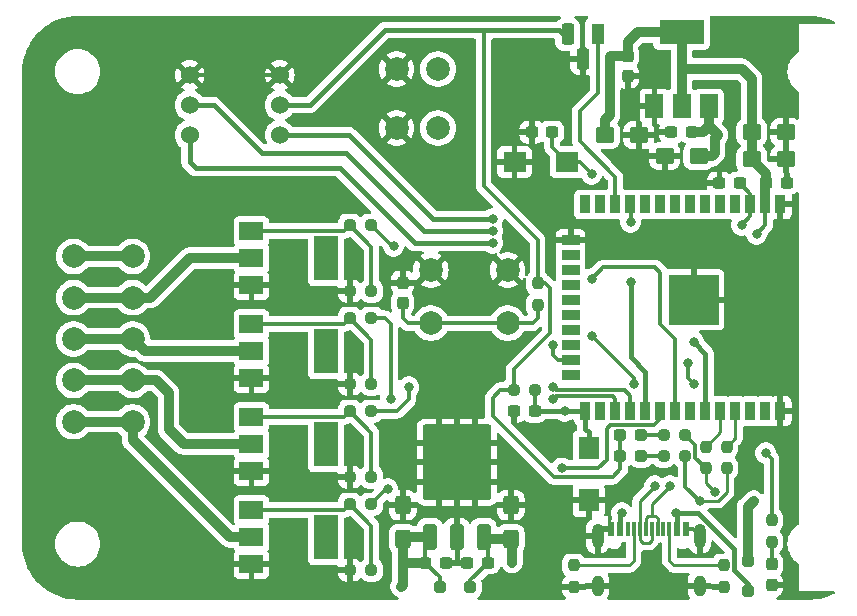
<source format=gtl>
G04 #@! TF.GenerationSoftware,KiCad,Pcbnew,8.0.2*
G04 #@! TF.CreationDate,2024-05-04T07:14:25+02:00*
G04 #@! TF.ProjectId,WLED_Controller_PWM,574c4544-5f43-46f6-9e74-726f6c6c6572,rev?*
G04 #@! TF.SameCoordinates,Original*
G04 #@! TF.FileFunction,Copper,L1,Top*
G04 #@! TF.FilePolarity,Positive*
%FSLAX46Y46*%
G04 Gerber Fmt 4.6, Leading zero omitted, Abs format (unit mm)*
G04 Created by KiCad (PCBNEW 8.0.2) date 2024-05-04 07:14:25*
%MOMM*%
%LPD*%
G01*
G04 APERTURE LIST*
G04 Aperture macros list*
%AMRoundRect*
0 Rectangle with rounded corners*
0 $1 Rounding radius*
0 $2 $3 $4 $5 $6 $7 $8 $9 X,Y pos of 4 corners*
0 Add a 4 corners polygon primitive as box body*
4,1,4,$2,$3,$4,$5,$6,$7,$8,$9,$2,$3,0*
0 Add four circle primitives for the rounded corners*
1,1,$1+$1,$2,$3*
1,1,$1+$1,$4,$5*
1,1,$1+$1,$6,$7*
1,1,$1+$1,$8,$9*
0 Add four rect primitives between the rounded corners*
20,1,$1+$1,$2,$3,$4,$5,0*
20,1,$1+$1,$4,$5,$6,$7,0*
20,1,$1+$1,$6,$7,$8,$9,0*
20,1,$1+$1,$8,$9,$2,$3,0*%
G04 Aperture macros list end*
G04 #@! TA.AperFunction,SMDPad,CuDef*
%ADD10RoundRect,0.250000X-0.250000X-0.250000X0.250000X-0.250000X0.250000X0.250000X-0.250000X0.250000X0*%
G04 #@! TD*
G04 #@! TA.AperFunction,SMDPad,CuDef*
%ADD11RoundRect,0.237500X0.237500X-0.250000X0.237500X0.250000X-0.237500X0.250000X-0.237500X-0.250000X0*%
G04 #@! TD*
G04 #@! TA.AperFunction,SMDPad,CuDef*
%ADD12RoundRect,0.237500X0.250000X0.237500X-0.250000X0.237500X-0.250000X-0.237500X0.250000X-0.237500X0*%
G04 #@! TD*
G04 #@! TA.AperFunction,SMDPad,CuDef*
%ADD13R,0.900000X1.500000*%
G04 #@! TD*
G04 #@! TA.AperFunction,SMDPad,CuDef*
%ADD14R,1.500000X0.900000*%
G04 #@! TD*
G04 #@! TA.AperFunction,SMDPad,CuDef*
%ADD15R,1.050000X1.050000*%
G04 #@! TD*
G04 #@! TA.AperFunction,HeatsinkPad*
%ADD16C,0.600000*%
G04 #@! TD*
G04 #@! TA.AperFunction,SMDPad,CuDef*
%ADD17R,4.200000X4.200000*%
G04 #@! TD*
G04 #@! TA.AperFunction,ComponentPad*
%ADD18C,2.000000*%
G04 #@! TD*
G04 #@! TA.AperFunction,SMDPad,CuDef*
%ADD19RoundRect,0.250000X0.425000X-0.537500X0.425000X0.537500X-0.425000X0.537500X-0.425000X-0.537500X0*%
G04 #@! TD*
G04 #@! TA.AperFunction,SMDPad,CuDef*
%ADD20RoundRect,0.237500X-0.250000X-0.237500X0.250000X-0.237500X0.250000X0.237500X-0.250000X0.237500X0*%
G04 #@! TD*
G04 #@! TA.AperFunction,SMDPad,CuDef*
%ADD21RoundRect,0.237500X-0.237500X0.300000X-0.237500X-0.300000X0.237500X-0.300000X0.237500X0.300000X0*%
G04 #@! TD*
G04 #@! TA.AperFunction,SMDPad,CuDef*
%ADD22R,1.500000X2.000000*%
G04 #@! TD*
G04 #@! TA.AperFunction,SMDPad,CuDef*
%ADD23R,3.800000X2.000000*%
G04 #@! TD*
G04 #@! TA.AperFunction,SMDPad,CuDef*
%ADD24RoundRect,0.250000X-0.537500X-0.425000X0.537500X-0.425000X0.537500X0.425000X-0.537500X0.425000X0*%
G04 #@! TD*
G04 #@! TA.AperFunction,SMDPad,CuDef*
%ADD25R,2.000000X1.500000*%
G04 #@! TD*
G04 #@! TA.AperFunction,SMDPad,CuDef*
%ADD26R,2.000000X3.800000*%
G04 #@! TD*
G04 #@! TA.AperFunction,SMDPad,CuDef*
%ADD27RoundRect,0.237500X-0.237500X0.250000X-0.237500X-0.250000X0.237500X-0.250000X0.237500X0.250000X0*%
G04 #@! TD*
G04 #@! TA.AperFunction,SMDPad,CuDef*
%ADD28RoundRect,0.250000X-0.250000X0.250000X-0.250000X-0.250000X0.250000X-0.250000X0.250000X0.250000X0*%
G04 #@! TD*
G04 #@! TA.AperFunction,SMDPad,CuDef*
%ADD29RoundRect,0.237500X0.287500X0.237500X-0.287500X0.237500X-0.287500X-0.237500X0.287500X-0.237500X0*%
G04 #@! TD*
G04 #@! TA.AperFunction,SMDPad,CuDef*
%ADD30R,1.700000X1.925000*%
G04 #@! TD*
G04 #@! TA.AperFunction,SMDPad,CuDef*
%ADD31RoundRect,0.237500X0.300000X0.237500X-0.300000X0.237500X-0.300000X-0.237500X0.300000X-0.237500X0*%
G04 #@! TD*
G04 #@! TA.AperFunction,SMDPad,CuDef*
%ADD32RoundRect,0.237500X0.237500X-0.287500X0.237500X0.287500X-0.237500X0.287500X-0.237500X-0.287500X0*%
G04 #@! TD*
G04 #@! TA.AperFunction,SMDPad,CuDef*
%ADD33RoundRect,0.250000X0.350000X-0.850000X0.350000X0.850000X-0.350000X0.850000X-0.350000X-0.850000X0*%
G04 #@! TD*
G04 #@! TA.AperFunction,SMDPad,CuDef*
%ADD34RoundRect,0.250000X1.125000X-1.275000X1.125000X1.275000X-1.125000X1.275000X-1.125000X-1.275000X0*%
G04 #@! TD*
G04 #@! TA.AperFunction,SMDPad,CuDef*
%ADD35RoundRect,0.249997X2.650003X-2.950003X2.650003X2.950003X-2.650003X2.950003X-2.650003X-2.950003X0*%
G04 #@! TD*
G04 #@! TA.AperFunction,ComponentPad*
%ADD36R,1.100000X1.800000*%
G04 #@! TD*
G04 #@! TA.AperFunction,ComponentPad*
%ADD37RoundRect,0.275000X0.275000X0.625000X-0.275000X0.625000X-0.275000X-0.625000X0.275000X-0.625000X0*%
G04 #@! TD*
G04 #@! TA.AperFunction,SMDPad,CuDef*
%ADD38RoundRect,0.237500X-0.300000X-0.237500X0.300000X-0.237500X0.300000X0.237500X-0.300000X0.237500X0*%
G04 #@! TD*
G04 #@! TA.AperFunction,SMDPad,CuDef*
%ADD39R,0.600000X1.240000*%
G04 #@! TD*
G04 #@! TA.AperFunction,SMDPad,CuDef*
%ADD40R,0.300000X1.240000*%
G04 #@! TD*
G04 #@! TA.AperFunction,ComponentPad*
%ADD41O,1.000000X2.100000*%
G04 #@! TD*
G04 #@! TA.AperFunction,ComponentPad*
%ADD42O,1.000000X1.800000*%
G04 #@! TD*
G04 #@! TA.AperFunction,SMDPad,CuDef*
%ADD43RoundRect,0.250000X0.537500X0.425000X-0.537500X0.425000X-0.537500X-0.425000X0.537500X-0.425000X0*%
G04 #@! TD*
G04 #@! TA.AperFunction,SMDPad,CuDef*
%ADD44R,1.925000X1.700000*%
G04 #@! TD*
G04 #@! TA.AperFunction,ComponentPad*
%ADD45C,1.524000*%
G04 #@! TD*
G04 #@! TA.AperFunction,ViaPad*
%ADD46C,0.800000*%
G04 #@! TD*
G04 #@! TA.AperFunction,Conductor*
%ADD47C,0.812800*%
G04 #@! TD*
G04 #@! TA.AperFunction,Conductor*
%ADD48C,0.406400*%
G04 #@! TD*
G04 #@! TA.AperFunction,Conductor*
%ADD49C,0.304800*%
G04 #@! TD*
G04 #@! TA.AperFunction,Conductor*
%ADD50C,0.254000*%
G04 #@! TD*
G04 APERTURE END LIST*
D10*
X35707000Y1397000D03*
X38207000Y1397000D03*
D11*
X58166000Y11430000D03*
X58166000Y13255000D03*
D12*
X56435000Y12446000D03*
X54610000Y12446000D03*
D13*
X64489000Y33750000D03*
X63219000Y33750000D03*
X61949000Y33750000D03*
X60679000Y33750000D03*
X59409000Y33750000D03*
X58139000Y33750000D03*
X56869000Y33750000D03*
X55599000Y33750000D03*
X54329000Y33750000D03*
X53059000Y33750000D03*
X51789000Y33750000D03*
X50519000Y33750000D03*
X49249000Y33750000D03*
X47979000Y33750000D03*
D14*
X46729000Y30710000D03*
X46729000Y29440000D03*
X46729000Y28170000D03*
X46729000Y26900000D03*
X46729000Y25630000D03*
X46729000Y24360000D03*
X46729000Y23090000D03*
X46729000Y21820000D03*
X46729000Y20550000D03*
X46729000Y19280000D03*
D13*
X47979000Y16250000D03*
X49249000Y16250000D03*
X50519000Y16250000D03*
X51789000Y16250000D03*
X53059000Y16250000D03*
X54329000Y16250000D03*
X55599000Y16250000D03*
X56869000Y16250000D03*
X58139000Y16250000D03*
X59409000Y16250000D03*
X60679000Y16250000D03*
X61949000Y16250000D03*
X63219000Y16250000D03*
X64489000Y16250000D03*
D15*
X58674000Y27205000D03*
D16*
X57911500Y27205000D03*
D15*
X57149000Y27205000D03*
D16*
X56386500Y27205000D03*
D15*
X55624000Y27205000D03*
D16*
X58674000Y26442500D03*
X57149000Y26442500D03*
X55624000Y26442500D03*
D15*
X58674000Y25680000D03*
D16*
X57911500Y25680000D03*
D15*
X57149000Y25680000D03*
D17*
X57149000Y25680000D03*
D16*
X56386500Y25680000D03*
D15*
X55624000Y25680000D03*
D16*
X58674000Y24917500D03*
X57149000Y24917500D03*
X55624000Y24917500D03*
D15*
X58674000Y24155000D03*
D16*
X57911500Y24155000D03*
D15*
X57149000Y24155000D03*
D16*
X56386500Y24155000D03*
D15*
X55624000Y24155000D03*
D18*
X35504000Y40212000D03*
X35504000Y45212000D03*
X32004000Y40212000D03*
X32004000Y45212000D03*
D19*
X32512000Y5420500D03*
X32512000Y8295500D03*
D20*
X41907000Y18040000D03*
X43732000Y18040000D03*
D18*
X9652000Y29352000D03*
X4652000Y29352000D03*
X9652000Y25852000D03*
X4652000Y25852000D03*
X9652000Y22352000D03*
X4652000Y22352000D03*
X9652000Y18852000D03*
X4652000Y18852000D03*
X9652000Y15352000D03*
X4652000Y15352000D03*
D20*
X28043500Y26416000D03*
X29868500Y26416000D03*
D21*
X32512000Y27125000D03*
X32512000Y25400000D03*
D12*
X56435000Y14224000D03*
X54610000Y14224000D03*
D22*
X53834000Y42062000D03*
X56134000Y42062000D03*
D23*
X56134000Y48362000D03*
D22*
X58434000Y42062000D03*
D19*
X41656000Y5420500D03*
X41656000Y8295500D03*
D24*
X49616500Y39624000D03*
X52491500Y39624000D03*
D21*
X51562000Y46328500D03*
X51562000Y44603500D03*
D25*
X19710000Y7888000D03*
X19710000Y5588000D03*
X19710000Y3288000D03*
D26*
X26010000Y5588000D03*
D27*
X43942000Y27074500D03*
X43942000Y25249500D03*
D24*
X62062500Y39878000D03*
X64937500Y39878000D03*
D28*
X61722000Y3536000D03*
X61722000Y1036000D03*
D27*
X46990000Y3198500D03*
X46990000Y1373500D03*
D18*
X34902000Y28194000D03*
X41402000Y28194000D03*
X34902000Y23694000D03*
X41402000Y23694000D03*
D29*
X52691000Y12446000D03*
X50941000Y12446000D03*
D30*
X48260000Y8709500D03*
X48260000Y13134500D03*
D31*
X45159000Y39878000D03*
X43434000Y39878000D03*
X39724500Y3429000D03*
X37999500Y3429000D03*
D20*
X28043500Y18542000D03*
X29868500Y18542000D03*
D12*
X29868500Y8382000D03*
X28043500Y8382000D03*
D27*
X59690000Y3198500D03*
X59690000Y1373500D03*
D32*
X63754000Y1524000D03*
X63754000Y3274000D03*
D25*
X19710000Y15762000D03*
X19710000Y13462000D03*
X19710000Y11162000D03*
D26*
X26010000Y13462000D03*
D20*
X28043500Y10668000D03*
X29868500Y10668000D03*
D33*
X34805000Y5614000D03*
X37085000Y5614000D03*
D34*
X35560000Y10239000D03*
X38610000Y10239000D03*
D35*
X37085000Y11914000D03*
D34*
X35560000Y13589000D03*
X38610000Y13589000D03*
D33*
X39365000Y5614000D03*
D29*
X52691000Y14224000D03*
X50941000Y14224000D03*
D36*
X49022000Y48152000D03*
D37*
X47752000Y46082000D03*
X46482000Y48152000D03*
D38*
X41957000Y16262000D03*
X43682000Y16262000D03*
D31*
X56996500Y39878000D03*
X55271500Y39878000D03*
D39*
X50140000Y6265000D03*
X50940000Y6265000D03*
D40*
X52090000Y6265000D03*
X53090000Y6265000D03*
X53590000Y6265000D03*
X54590000Y6265000D03*
D39*
X55740000Y6265000D03*
X56540000Y6265000D03*
X56540000Y6265000D03*
X55740000Y6265000D03*
D40*
X55090000Y6265000D03*
X54090000Y6265000D03*
X52590000Y6265000D03*
X51590000Y6265000D03*
D39*
X50940000Y6265000D03*
X50140000Y6265000D03*
D41*
X49020000Y5665000D03*
D42*
X49020000Y1465000D03*
D41*
X57660000Y5665000D03*
D42*
X57660000Y1465000D03*
D12*
X29868500Y24130000D03*
X28043500Y24130000D03*
D25*
X19710000Y31510000D03*
X19710000Y29210000D03*
X19710000Y26910000D03*
D26*
X26010000Y29210000D03*
D43*
X57571500Y37846000D03*
X54696500Y37846000D03*
D11*
X59944000Y11430000D03*
X59944000Y13255000D03*
D24*
X62062500Y37592000D03*
X64937500Y37592000D03*
D20*
X28043500Y2794000D03*
X29868500Y2794000D03*
D27*
X63754000Y7008500D03*
X63754000Y5183500D03*
D38*
X63299000Y35560000D03*
X65024000Y35560000D03*
D44*
X41983500Y37338000D03*
X46408500Y37338000D03*
D25*
X19710000Y23636000D03*
X19710000Y21336000D03*
X19710000Y19036000D03*
D26*
X26010000Y21336000D03*
D12*
X29868500Y32004000D03*
X28043500Y32004000D03*
D38*
X59335500Y35560000D03*
X61060500Y35560000D03*
D45*
X14478000Y44704000D03*
X14478000Y42164000D03*
X14478000Y39624000D03*
X22098000Y39624000D03*
X22098000Y42164000D03*
X22098000Y44704000D03*
D12*
X29868500Y16256000D03*
X28043500Y16256000D03*
D38*
X34443500Y3429000D03*
X36168500Y3429000D03*
D46*
X50038000Y42500000D03*
X62484000Y31242000D03*
X63246000Y12700000D03*
X64516000Y42926000D03*
X53848000Y45212000D03*
X45974000Y14478000D03*
X61214000Y32004000D03*
X48514000Y36322000D03*
X41783000Y3429000D03*
X62230000Y8636000D03*
X59182000Y39624000D03*
X46228000Y16250000D03*
X51054000Y7620000D03*
X55626000Y7620000D03*
X55118000Y9906000D03*
X53848000Y9906000D03*
X57150000Y18551600D03*
X56642000Y20320000D03*
X48514000Y22606000D03*
X52070000Y18542000D03*
X58928000Y9398000D03*
X57658000Y8636000D03*
X48514000Y27432000D03*
X40132000Y31496000D03*
X51816000Y27178000D03*
X40132000Y30480000D03*
X57150000Y22098000D03*
X40132000Y32512000D03*
X51816000Y32258000D03*
X32385000Y1397000D03*
X31750000Y30226000D03*
X45212000Y21844000D03*
X45212000Y17272000D03*
X31496000Y17272000D03*
X45212000Y18288000D03*
X33020000Y18288000D03*
X31242000Y9652000D03*
X45974000Y11420400D03*
D47*
X61214000Y45212000D02*
X56134000Y45212000D01*
D48*
X39370000Y48514000D02*
X45720000Y48514000D01*
D49*
X63754000Y12192000D02*
X63246000Y12700000D01*
X50941000Y14224000D02*
X50941000Y12446000D01*
X50941000Y12446000D02*
X50941000Y11317000D01*
X43942000Y27074500D02*
X44553500Y27074500D01*
D48*
X30988000Y48514000D02*
X39370000Y48514000D01*
X24638000Y42164000D02*
X30988000Y48514000D01*
D49*
X44958000Y26670000D02*
X44958000Y22860000D01*
X44958000Y22860000D02*
X41907000Y19809000D01*
D47*
X51562000Y46328500D02*
X51562000Y47498000D01*
D49*
X63754000Y7008500D02*
X63754000Y12192000D01*
D47*
X56134000Y45212000D02*
X56134000Y42062000D01*
D48*
X22098000Y42164000D02*
X24638000Y42164000D01*
D47*
X63219000Y33750000D02*
X63219000Y35480000D01*
X50138500Y46328500D02*
X51562000Y46328500D01*
X63299000Y35560000D02*
X63299000Y36355500D01*
D49*
X41907000Y19809000D02*
X41907000Y18040000D01*
X43942000Y27074500D02*
X43942000Y30734000D01*
D47*
X50038000Y42100000D02*
X50038000Y46228000D01*
D49*
X44553500Y27074500D02*
X44958000Y26670000D01*
D47*
X63299000Y36355500D02*
X62062500Y37592000D01*
X52426000Y48362000D02*
X56134000Y48362000D01*
X63219000Y35480000D02*
X63299000Y35560000D01*
X62062500Y44363500D02*
X61214000Y45212000D01*
X62062500Y39878000D02*
X62062500Y44363500D01*
X50038000Y46228000D02*
X50138500Y46328500D01*
X50038000Y41341964D02*
X50038000Y42100000D01*
D49*
X43942000Y30734000D02*
X39370000Y35306000D01*
X45339000Y10668000D02*
X40132000Y15875000D01*
X40132000Y15875000D02*
X40132000Y17384500D01*
X50941000Y11317000D02*
X50292000Y10668000D01*
D47*
X56134000Y48362000D02*
X56134000Y45212000D01*
X49616500Y39624000D02*
X49616500Y40920464D01*
D49*
X50292000Y10668000D02*
X45339000Y10668000D01*
X40787500Y18040000D02*
X41907000Y18040000D01*
X39370000Y35306000D02*
X39370000Y48514000D01*
X63219000Y31977000D02*
X63219000Y33750000D01*
D47*
X51562000Y47498000D02*
X52426000Y48362000D01*
X50038000Y42100000D02*
X50038000Y42500000D01*
X62062500Y37592000D02*
X62062500Y39878000D01*
D49*
X40132000Y17384500D02*
X40787500Y18040000D01*
X62484000Y31242000D02*
X63219000Y31977000D01*
D48*
X45720000Y48514000D02*
X46482000Y47752000D01*
D47*
X49616500Y40920464D02*
X50038000Y41341964D01*
D49*
X45466000Y14986000D02*
X45974000Y14478000D01*
X64937500Y39878000D02*
X64937500Y42504500D01*
D48*
X37085000Y3557000D02*
X37085000Y5614000D01*
D49*
X14478000Y44704000D02*
X22098000Y44704000D01*
X42164000Y14986000D02*
X44958000Y14986000D01*
X57060000Y6265000D02*
X57660000Y5665000D01*
X56540000Y6265000D02*
X57060000Y6265000D01*
X44958000Y14986000D02*
X45466000Y14986000D01*
X51562000Y44603500D02*
X53239500Y44603500D01*
X53239500Y44603500D02*
X53848000Y45212000D01*
D48*
X36957000Y3429000D02*
X37999500Y3429000D01*
X36168500Y3429000D02*
X36957000Y3429000D01*
D49*
X41957000Y16262000D02*
X41957000Y15193000D01*
D48*
X36957000Y3429000D02*
X37085000Y3557000D01*
D49*
X41957000Y15193000D02*
X42164000Y14986000D01*
X64937500Y42504500D02*
X64516000Y42926000D01*
X46408500Y37338000D02*
X47498000Y37338000D01*
X61949000Y34671500D02*
X61949000Y33750000D01*
X45159000Y39878000D02*
X45159000Y38587500D01*
X61060500Y35560000D02*
X61949000Y34671500D01*
X45159000Y38587500D02*
X46408500Y37338000D01*
X61214000Y32004000D02*
X61949000Y32739000D01*
X61949000Y32739000D02*
X61949000Y33750000D01*
X47498000Y37338000D02*
X48514000Y36322000D01*
D47*
X58420000Y42048000D02*
X58434000Y42062000D01*
X58420000Y40386000D02*
X58420000Y42048000D01*
X56996500Y39878000D02*
X57912000Y39878000D01*
X61722000Y3536000D02*
X61722000Y8128000D01*
D49*
X38207000Y1397000D02*
X38207000Y1911500D01*
D47*
X57571500Y37846000D02*
X58674000Y37846000D01*
X39558500Y5420500D02*
X39365000Y5614000D01*
X58928000Y39370000D02*
X59182000Y39624000D01*
X59182000Y39624000D02*
X58420000Y40386000D01*
X57912000Y39878000D02*
X58420000Y40386000D01*
D49*
X38207000Y1911500D02*
X39724500Y3429000D01*
D47*
X41783000Y3429000D02*
X41783000Y5293500D01*
X58928000Y38100000D02*
X58928000Y39370000D01*
D49*
X39724500Y5254500D02*
X39365000Y5614000D01*
D47*
X41783000Y5293500D02*
X41656000Y5420500D01*
D49*
X39724500Y3429000D02*
X39724500Y5254500D01*
D47*
X41656000Y5420500D02*
X39558500Y5420500D01*
X61722000Y8128000D02*
X62230000Y8636000D01*
X58674000Y37846000D02*
X58928000Y38100000D01*
D49*
X43732000Y18040000D02*
X43732000Y16312000D01*
D48*
X48260000Y13642500D02*
X48260000Y14478000D01*
X46228000Y16250000D02*
X43694000Y16250000D01*
X48260000Y14478000D02*
X47979000Y14759000D01*
X47979000Y14759000D02*
X47979000Y16250000D01*
X47979000Y16250000D02*
X46228000Y16250000D01*
X43694000Y16250000D02*
X43682000Y16262000D01*
X43688000Y16256000D02*
X43682000Y16262000D01*
D49*
X43732000Y16312000D02*
X43682000Y16262000D01*
X52691000Y14224000D02*
X54610000Y14224000D01*
X52691000Y12446000D02*
X54610000Y12446000D01*
D48*
X50940000Y7506000D02*
X51054000Y7620000D01*
X55626000Y7620000D02*
X55740000Y7506000D01*
X61722000Y1640200D02*
X61722000Y1036000D01*
X60568200Y4584118D02*
X60568200Y2794000D01*
X57532318Y7620000D02*
X60568200Y4584118D01*
X55740000Y7506000D02*
X55740000Y6265000D01*
X50940000Y6265000D02*
X50940000Y7506000D01*
X55626000Y7620000D02*
X57532318Y7620000D01*
X60568200Y2794000D02*
X61722000Y1640200D01*
D49*
X63754000Y3274000D02*
X63754000Y5183500D01*
D50*
X53913000Y7366000D02*
X54090000Y7189000D01*
X54090000Y7189000D02*
X54090000Y6265000D01*
X53090000Y7189000D02*
X53267000Y7366000D01*
X53594000Y7366000D02*
X53913000Y7366000D01*
X53267000Y7366000D02*
X53594000Y7366000D01*
X53594000Y8382000D02*
X55118000Y9906000D01*
X53594000Y7366000D02*
X53594000Y8382000D01*
X53090000Y6265000D02*
X53090000Y7189000D01*
X53340000Y5080000D02*
X53590000Y5330000D01*
X52590000Y6265000D02*
X52590000Y5341000D01*
X52832000Y5099000D02*
X52832000Y5080000D01*
X52590000Y5341000D02*
X52832000Y5099000D01*
X53590000Y5330000D02*
X53590000Y6265000D01*
X52590000Y6265000D02*
X52590000Y8648000D01*
X52832000Y5080000D02*
X53340000Y5080000D01*
X52590000Y8648000D02*
X53848000Y9906000D01*
D49*
X56642000Y20320000D02*
X56642000Y19059600D01*
X56642000Y19059600D02*
X57150000Y18551600D01*
X52070000Y19050000D02*
X52070000Y18542000D01*
X48514000Y22606000D02*
X52070000Y19050000D01*
D50*
X58166000Y10160000D02*
X58928000Y9398000D01*
D49*
X57274900Y12321100D02*
X58166000Y11430000D01*
D50*
X58166000Y11430000D02*
X58166000Y10160000D01*
D49*
X56435000Y14224000D02*
X57274900Y13384100D01*
X57274900Y13384100D02*
X57274900Y12321100D01*
D50*
X59944000Y9385866D02*
X59194134Y8636000D01*
D49*
X56435000Y9859000D02*
X57658000Y8636000D01*
X56435000Y12446000D02*
X56435000Y9859000D01*
D50*
X59944000Y11430000D02*
X59944000Y9385866D01*
X59194134Y8636000D02*
X57658000Y8636000D01*
X59409000Y16250000D02*
X59409000Y14498000D01*
X59409000Y14498000D02*
X58166000Y13255000D01*
X60679000Y13990000D02*
X59944000Y13255000D01*
X60679000Y16250000D02*
X60679000Y13990000D01*
D49*
X50519000Y36095000D02*
X47498000Y39116000D01*
X47498000Y41656000D02*
X49022000Y43180000D01*
X49022000Y43180000D02*
X49022000Y47752000D01*
X50519000Y33750000D02*
X50519000Y36095000D01*
X47498000Y39116000D02*
X47498000Y41656000D01*
X32948000Y23694000D02*
X32512000Y24130000D01*
X41402000Y23694000D02*
X34902000Y23694000D01*
X34902000Y23694000D02*
X32948000Y23694000D01*
X32512000Y24130000D02*
X32512000Y25400000D01*
X55599000Y16250000D02*
X55599000Y22379000D01*
X53881627Y28414372D02*
X49496372Y28414372D01*
X43942000Y24130000D02*
X43942000Y25249500D01*
X55599000Y22379000D02*
X54322372Y23655628D01*
X43506000Y23694000D02*
X43942000Y24130000D01*
X54322372Y23655628D02*
X54322372Y27973628D01*
X49496372Y28414372D02*
X48514000Y27432000D01*
X41402000Y23694000D02*
X43506000Y23694000D01*
X54322372Y27973628D02*
X53881627Y28414372D01*
D50*
X51712500Y3198500D02*
X52090000Y3576000D01*
X52090000Y3576000D02*
X52090000Y6265000D01*
X46990000Y3198500D02*
X51712500Y3198500D01*
X59690000Y3198500D02*
X55475500Y3198500D01*
X55090000Y3584000D02*
X55090000Y6265000D01*
X55475500Y3198500D02*
X55090000Y3584000D01*
D48*
X51816000Y20828000D02*
X53059000Y19585000D01*
X20574000Y38100000D02*
X27686000Y38100000D01*
X16510000Y42164000D02*
X20574000Y38100000D01*
X51816000Y27178000D02*
X51816000Y20828000D01*
X53059000Y19585000D02*
X53059000Y16250000D01*
X27686000Y38100000D02*
X34290000Y31496000D01*
X14478000Y42164000D02*
X16510000Y42164000D01*
X34290000Y31496000D02*
X40132000Y31496000D01*
X58139000Y21109000D02*
X57150000Y22098000D01*
X27178000Y36830000D02*
X14986000Y36830000D01*
X58139000Y16250000D02*
X58139000Y21109000D01*
X40132000Y30480000D02*
X33528000Y30480000D01*
X14986000Y36830000D02*
X14478000Y37338000D01*
X14478000Y37338000D02*
X14478000Y39624000D01*
X33528000Y30480000D02*
X27178000Y36830000D01*
X27940000Y39624000D02*
X30480000Y37084000D01*
X30480000Y37084000D02*
X35052000Y32512000D01*
D49*
X51816000Y32258000D02*
X51816000Y33723000D01*
D48*
X22098000Y39624000D02*
X27940000Y39624000D01*
X35052000Y32512000D02*
X40132000Y32512000D01*
D49*
X51816000Y33723000D02*
X51789000Y33750000D01*
X29868500Y26416000D02*
X29868500Y30179000D01*
X27549500Y31510000D02*
X28043500Y32004000D01*
X29868500Y30179000D02*
X28043500Y32004000D01*
X19710000Y31510000D02*
X27549500Y31510000D01*
D47*
X11120000Y25852000D02*
X9652000Y25852000D01*
X14478000Y29210000D02*
X11120000Y25852000D01*
X19710000Y29210000D02*
X14478000Y29210000D01*
X9652000Y25852000D02*
X4652000Y25852000D01*
D49*
X27549500Y23636000D02*
X28043500Y24130000D01*
X19710000Y23636000D02*
X27549500Y23636000D01*
X29868500Y18542000D02*
X29868500Y22305000D01*
X29868500Y22305000D02*
X28043500Y24130000D01*
D47*
X9652000Y22352000D02*
X10668000Y21336000D01*
X4652000Y22352000D02*
X9652000Y22352000D01*
X10668000Y21336000D02*
X19710000Y21336000D01*
D49*
X29868500Y14431000D02*
X28043500Y16256000D01*
X27549500Y15762000D02*
X28043500Y16256000D01*
X29868500Y10668000D02*
X29868500Y14431000D01*
X19710000Y15762000D02*
X27549500Y15762000D01*
D47*
X12700000Y17780000D02*
X11628000Y18852000D01*
X9652000Y18852000D02*
X4652000Y18852000D01*
X13970000Y13462000D02*
X12700000Y14732000D01*
X12700000Y14732000D02*
X12700000Y17780000D01*
X11628000Y18852000D02*
X9652000Y18852000D01*
X19710000Y13462000D02*
X13970000Y13462000D01*
D49*
X27549500Y7888000D02*
X28043500Y8382000D01*
X19710000Y7888000D02*
X27549500Y7888000D01*
X29868500Y2794000D02*
X29868500Y6557000D01*
X29868500Y6557000D02*
X28043500Y8382000D01*
D47*
X9652000Y13833200D02*
X9652000Y15352000D01*
X9652000Y15352000D02*
X4652000Y15352000D01*
X19710000Y5588000D02*
X17897200Y5588000D01*
X17897200Y5588000D02*
X9652000Y13833200D01*
D49*
X34443500Y3429000D02*
X34443500Y5252500D01*
D47*
X9652000Y29352000D02*
X4652000Y29352000D01*
X32512000Y3302000D02*
X32512000Y1524000D01*
X32512000Y1524000D02*
X32385000Y1397000D01*
X32705500Y5614000D02*
X32512000Y5420500D01*
D49*
X35707000Y2165500D02*
X34443500Y3429000D01*
D47*
X34805000Y5614000D02*
X32705500Y5614000D01*
X32639000Y3429000D02*
X32512000Y3302000D01*
X34443500Y3429000D02*
X32639000Y3429000D01*
X32512000Y5420500D02*
X32512000Y3302000D01*
D49*
X34443500Y5252500D02*
X34805000Y5614000D01*
X35707000Y1397000D02*
X35707000Y2165500D01*
X45212000Y21012200D02*
X45212000Y21844000D01*
X45674200Y20550000D02*
X45212000Y21012200D01*
X31750000Y30226000D02*
X31646500Y30226000D01*
X46729000Y20550000D02*
X45674200Y20550000D01*
X31646500Y30226000D02*
X29868500Y32004000D01*
X50519000Y16250000D02*
X50519000Y17304800D01*
X31496000Y23622000D02*
X30988000Y24130000D01*
X31496000Y17272000D02*
X31496000Y23622000D01*
X45466000Y17526000D02*
X45212000Y17272000D01*
X30988000Y24130000D02*
X29868500Y24130000D01*
X50519000Y17304800D02*
X50297800Y17526000D01*
X50297800Y17526000D02*
X45466000Y17526000D01*
X45466000Y18034000D02*
X45212000Y18288000D01*
X33020000Y18288000D02*
X33020000Y17272000D01*
X51789000Y16250000D02*
X51789000Y17553000D01*
X51308000Y18034000D02*
X45466000Y18034000D01*
X32004000Y16256000D02*
X29868500Y16256000D01*
X33020000Y17272000D02*
X32004000Y16256000D01*
X51789000Y17553000D02*
X51308000Y18034000D01*
X31138500Y9652000D02*
X29868500Y8382000D01*
X45983600Y11430000D02*
X45974000Y11420400D01*
X48768000Y11430000D02*
X45983600Y11430000D01*
X54329000Y16250000D02*
X54329000Y15615200D01*
X31242000Y9652000D02*
X31138500Y9652000D01*
X50103400Y15051400D02*
X49784000Y14732000D01*
X53765200Y15051400D02*
X50103400Y15051400D01*
X49784000Y14732000D02*
X49784000Y12141200D01*
X49072800Y11430000D02*
X48768000Y11430000D01*
X49784000Y12141200D02*
X49072800Y11430000D01*
X54329000Y15615200D02*
X53765200Y15051400D01*
G04 #@! TA.AperFunction,Conductor*
G36*
X45854158Y49679815D02*
G01*
X45899913Y49627011D01*
X45909857Y49557853D01*
X45880832Y49494297D01*
X45853090Y49470506D01*
X45720426Y49387149D01*
X45591929Y49258652D01*
X45590857Y49259723D01*
X45540307Y49224245D01*
X45500553Y49217700D01*
X31063442Y49217700D01*
X31063422Y49217701D01*
X31057308Y49217701D01*
X30918691Y49217701D01*
X30918689Y49217701D01*
X30782743Y49190658D01*
X30782738Y49190657D01*
X30782736Y49190656D01*
X30782735Y49190656D01*
X30654676Y49137613D01*
X30539414Y49060598D01*
X30438303Y48959487D01*
X30438274Y48959456D01*
X24382837Y42904019D01*
X24321514Y42870534D01*
X24295156Y42867700D01*
X23211043Y42867700D01*
X23144004Y42887385D01*
X23109468Y42920577D01*
X23068827Y42978618D01*
X23068826Y42978620D01*
X22912620Y43134826D01*
X22731662Y43261534D01*
X22602218Y43321894D01*
X22549779Y43368066D01*
X22530627Y43435259D01*
X22550843Y43502141D01*
X22602219Y43546658D01*
X22731405Y43606898D01*
X22731411Y43606901D01*
X22796187Y43652258D01*
X22796188Y43652259D01*
X22125448Y44323000D01*
X22148160Y44323000D01*
X22245061Y44348964D01*
X22331940Y44399124D01*
X22402876Y44470060D01*
X22453036Y44556939D01*
X22479000Y44653840D01*
X22479000Y44676551D01*
X23149740Y44005810D01*
X23195099Y44070590D01*
X23195100Y44070592D01*
X23288419Y44270715D01*
X23288424Y44270729D01*
X23345573Y44484013D01*
X23345575Y44484023D01*
X23364821Y44703999D01*
X23364821Y44704000D01*
X23345575Y44923976D01*
X23345573Y44923986D01*
X23288424Y45137270D01*
X23288420Y45137279D01*
X23195098Y45337409D01*
X23149740Y45402188D01*
X22479000Y44731448D01*
X22479000Y44754160D01*
X22453036Y44851061D01*
X22402876Y44937940D01*
X22331940Y45008876D01*
X22245061Y45059036D01*
X22148160Y45085000D01*
X22125448Y45085000D01*
X22796188Y45755741D01*
X22731417Y45801094D01*
X22731407Y45801100D01*
X22531284Y45894419D01*
X22531270Y45894424D01*
X22317986Y45951573D01*
X22317976Y45951575D01*
X22098001Y45970821D01*
X22097999Y45970821D01*
X21878023Y45951575D01*
X21878013Y45951573D01*
X21664729Y45894424D01*
X21664720Y45894420D01*
X21464586Y45801096D01*
X21399811Y45755741D01*
X21399810Y45755740D01*
X22070553Y45085000D01*
X22047840Y45085000D01*
X21950939Y45059036D01*
X21864060Y45008876D01*
X21793124Y44937940D01*
X21742964Y44851061D01*
X21717000Y44754160D01*
X21717000Y44731446D01*
X21046258Y45402188D01*
X21046257Y45402187D01*
X21000903Y45337413D01*
X20907579Y45137279D01*
X20907575Y45137270D01*
X20850426Y44923986D01*
X20850424Y44923976D01*
X20831179Y44704000D01*
X20831179Y44703999D01*
X20850424Y44484023D01*
X20850426Y44484013D01*
X20907575Y44270729D01*
X20907580Y44270715D01*
X21000901Y44070588D01*
X21000902Y44070586D01*
X21046257Y44005811D01*
X21046258Y44005810D01*
X21717000Y44676552D01*
X21717000Y44653840D01*
X21742964Y44556939D01*
X21793124Y44470060D01*
X21864060Y44399124D01*
X21950939Y44348964D01*
X22047840Y44323000D01*
X22070553Y44323000D01*
X21399810Y43652258D01*
X21399811Y43652257D01*
X21464585Y43606902D01*
X21593781Y43546657D01*
X21646220Y43500484D01*
X21665372Y43433290D01*
X21645156Y43366409D01*
X21593781Y43321894D01*
X21464339Y43261534D01*
X21464338Y43261533D01*
X21283377Y43134824D01*
X21127175Y42978622D01*
X21000466Y42797661D01*
X21000465Y42797659D01*
X20995780Y42787611D01*
X20907106Y42597450D01*
X20907104Y42597445D01*
X20849930Y42384070D01*
X20849929Y42384062D01*
X20830677Y42164002D01*
X20830677Y42163997D01*
X20849929Y41943937D01*
X20849930Y41943929D01*
X20907104Y41730554D01*
X20907107Y41730548D01*
X21000466Y41530337D01*
X21000468Y41530333D01*
X21127170Y41349384D01*
X21127175Y41349378D01*
X21283378Y41193175D01*
X21283384Y41193170D01*
X21464333Y41066468D01*
X21464338Y41066466D01*
X21593189Y41006381D01*
X21645628Y40960208D01*
X21664780Y40893014D01*
X21644564Y40826133D01*
X21593189Y40781618D01*
X21464339Y40721534D01*
X21430653Y40697947D01*
X21283377Y40594824D01*
X21127175Y40438622D01*
X21000466Y40257661D01*
X21000465Y40257659D01*
X20995780Y40247611D01*
X20907106Y40057450D01*
X20907104Y40057445D01*
X20849930Y39844070D01*
X20849929Y39844062D01*
X20830677Y39624002D01*
X20830677Y39623997D01*
X20849929Y39403937D01*
X20849930Y39403929D01*
X20907104Y39190554D01*
X20907108Y39190543D01*
X20984278Y39025051D01*
X20994770Y38955974D01*
X20966250Y38892190D01*
X20907773Y38853951D01*
X20837905Y38853397D01*
X20784217Y38884964D01*
X17063669Y42605511D01*
X17063667Y42605515D01*
X17056601Y42612581D01*
X17056600Y42612583D01*
X16958583Y42710600D01*
X16843327Y42787611D01*
X16843324Y42787612D01*
X16843323Y42787613D01*
X16715264Y42840656D01*
X16715262Y42840657D01*
X16670768Y42849507D01*
X16579310Y42867701D01*
X16579308Y42867701D01*
X16440692Y42867701D01*
X16434578Y42867701D01*
X16434558Y42867700D01*
X15591043Y42867700D01*
X15524004Y42887385D01*
X15489468Y42920577D01*
X15448827Y42978618D01*
X15448826Y42978620D01*
X15292620Y43134826D01*
X15111662Y43261534D01*
X14982218Y43321894D01*
X14929779Y43368066D01*
X14910627Y43435259D01*
X14930843Y43502141D01*
X14982219Y43546658D01*
X15111405Y43606898D01*
X15111411Y43606901D01*
X15176187Y43652258D01*
X15176188Y43652259D01*
X14505448Y44323000D01*
X14528160Y44323000D01*
X14625061Y44348964D01*
X14711940Y44399124D01*
X14782876Y44470060D01*
X14833036Y44556939D01*
X14859000Y44653840D01*
X14859000Y44676551D01*
X15529740Y44005810D01*
X15575099Y44070590D01*
X15575100Y44070592D01*
X15668419Y44270715D01*
X15668424Y44270729D01*
X15725573Y44484013D01*
X15725575Y44484023D01*
X15744821Y44703999D01*
X15744821Y44704000D01*
X15725575Y44923976D01*
X15725573Y44923986D01*
X15668424Y45137270D01*
X15668420Y45137279D01*
X15575098Y45337409D01*
X15529740Y45402188D01*
X14859000Y44731448D01*
X14859000Y44754160D01*
X14833036Y44851061D01*
X14782876Y44937940D01*
X14711940Y45008876D01*
X14625061Y45059036D01*
X14528160Y45085000D01*
X14505448Y45085000D01*
X15176188Y45755741D01*
X15111417Y45801094D01*
X15111407Y45801100D01*
X14911284Y45894419D01*
X14911270Y45894424D01*
X14697986Y45951573D01*
X14697976Y45951575D01*
X14478001Y45970821D01*
X14477999Y45970821D01*
X14258023Y45951575D01*
X14258013Y45951573D01*
X14044729Y45894424D01*
X14044720Y45894420D01*
X13844586Y45801096D01*
X13779811Y45755741D01*
X13779810Y45755740D01*
X14450553Y45085000D01*
X14427840Y45085000D01*
X14330939Y45059036D01*
X14244060Y45008876D01*
X14173124Y44937940D01*
X14122964Y44851061D01*
X14097000Y44754160D01*
X14097000Y44731446D01*
X13426258Y45402188D01*
X13426257Y45402187D01*
X13380903Y45337413D01*
X13287579Y45137279D01*
X13287575Y45137270D01*
X13230426Y44923986D01*
X13230424Y44923976D01*
X13211179Y44704000D01*
X13211179Y44703999D01*
X13230424Y44484023D01*
X13230426Y44484013D01*
X13287575Y44270729D01*
X13287580Y44270715D01*
X13380901Y44070588D01*
X13380902Y44070586D01*
X13426257Y44005811D01*
X13426258Y44005810D01*
X14097000Y44676552D01*
X14097000Y44653840D01*
X14122964Y44556939D01*
X14173124Y44470060D01*
X14244060Y44399124D01*
X14330939Y44348964D01*
X14427840Y44323000D01*
X14450553Y44323000D01*
X13779810Y43652258D01*
X13779811Y43652257D01*
X13844585Y43606902D01*
X13973781Y43546657D01*
X14026220Y43500484D01*
X14045372Y43433290D01*
X14025156Y43366409D01*
X13973781Y43321894D01*
X13844339Y43261534D01*
X13844338Y43261533D01*
X13663377Y43134824D01*
X13507175Y42978622D01*
X13380466Y42797661D01*
X13380465Y42797659D01*
X13375780Y42787611D01*
X13287106Y42597450D01*
X13287104Y42597445D01*
X13229930Y42384070D01*
X13229929Y42384062D01*
X13210677Y42164002D01*
X13210677Y42163997D01*
X13229929Y41943937D01*
X13229930Y41943929D01*
X13287104Y41730554D01*
X13287107Y41730548D01*
X13380466Y41530337D01*
X13380468Y41530333D01*
X13507170Y41349384D01*
X13507175Y41349378D01*
X13663378Y41193175D01*
X13663384Y41193170D01*
X13844333Y41066468D01*
X13844338Y41066466D01*
X13973189Y41006381D01*
X14025628Y40960208D01*
X14044780Y40893014D01*
X14024564Y40826133D01*
X13973189Y40781618D01*
X13844339Y40721534D01*
X13810653Y40697947D01*
X13663377Y40594824D01*
X13507175Y40438622D01*
X13380466Y40257661D01*
X13380465Y40257659D01*
X13375780Y40247611D01*
X13287106Y40057450D01*
X13287104Y40057445D01*
X13229930Y39844070D01*
X13229929Y39844062D01*
X13210677Y39624002D01*
X13210677Y39623997D01*
X13229929Y39403937D01*
X13229930Y39403929D01*
X13287104Y39190554D01*
X13287107Y39190548D01*
X13380466Y38990337D01*
X13380468Y38990333D01*
X13507170Y38809384D01*
X13507175Y38809378D01*
X13663378Y38653175D01*
X13663380Y38653174D01*
X13721424Y38612531D01*
X13765049Y38557953D01*
X13774300Y38510956D01*
X13774300Y37413442D01*
X13774299Y37413421D01*
X13774299Y37268689D01*
X13799586Y37141569D01*
X13801342Y37132740D01*
X13801344Y37132733D01*
X13854386Y37004676D01*
X13931400Y36889416D01*
X13973149Y36847668D01*
X14029417Y36791400D01*
X14029420Y36791397D01*
X14439397Y36381420D01*
X14439400Y36381417D01*
X14535373Y36285444D01*
X14537419Y36283398D01*
X14537421Y36283396D01*
X14642929Y36212899D01*
X14652664Y36206394D01*
X14652676Y36206387D01*
X14780737Y36153343D01*
X14780743Y36153341D01*
X14916689Y36126300D01*
X14916691Y36126300D01*
X14916692Y36126300D01*
X26835156Y36126300D01*
X26902195Y36106615D01*
X26922837Y36089981D01*
X29821637Y33191180D01*
X29855122Y33129857D01*
X29850138Y33060165D01*
X29808266Y33004232D01*
X29742802Y32979815D01*
X29733956Y32979499D01*
X29569324Y32979499D01*
X29569315Y32979498D01*
X29569313Y32979498D01*
X29468247Y32969174D01*
X29304484Y32914908D01*
X29157650Y32824340D01*
X29157648Y32824338D01*
X29043681Y32710371D01*
X28982358Y32676886D01*
X28912666Y32681870D01*
X28868319Y32710371D01*
X28818190Y32760500D01*
X28754350Y32824340D01*
X28607516Y32914908D01*
X28443753Y32969174D01*
X28342677Y32979500D01*
X27744324Y32979499D01*
X27744316Y32979498D01*
X27744312Y32979498D01*
X27643247Y32969174D01*
X27479484Y32914908D01*
X27332650Y32824340D01*
X27210660Y32702350D01*
X27173716Y32642454D01*
X27120518Y32556206D01*
X27120092Y32555516D01*
X27065826Y32391753D01*
X27065826Y32391751D01*
X27065825Y32391751D01*
X27055500Y32290684D01*
X27055500Y32286900D01*
X27035815Y32219861D01*
X26983011Y32174106D01*
X26931500Y32162900D01*
X21334499Y32162900D01*
X21267460Y32182585D01*
X21221705Y32235389D01*
X21210499Y32286900D01*
X21210499Y32307870D01*
X21210499Y32307873D01*
X21204091Y32367483D01*
X21153796Y32502331D01*
X21067546Y32617546D01*
X20952331Y32703796D01*
X20817483Y32754091D01*
X20757873Y32760500D01*
X18662128Y32760499D01*
X18613757Y32755299D01*
X18602516Y32754091D01*
X18467671Y32703797D01*
X18467664Y32703793D01*
X18352455Y32617547D01*
X18352452Y32617544D01*
X18266206Y32502335D01*
X18266202Y32502328D01*
X18215908Y32367482D01*
X18212651Y32337182D01*
X18209501Y32307876D01*
X18209500Y32307864D01*
X18209500Y30712129D01*
X18209501Y30712123D01*
X18215908Y30652516D01*
X18266202Y30517671D01*
X18266203Y30517669D01*
X18328606Y30434311D01*
X18353023Y30368847D01*
X18338172Y30300574D01*
X18328606Y30285689D01*
X18281010Y30222109D01*
X18266204Y30202331D01*
X18264426Y30197565D01*
X18222559Y30141635D01*
X18157095Y30117216D01*
X18148246Y30116900D01*
X14388676Y30116900D01*
X14234923Y30086316D01*
X14213467Y30082048D01*
X14093551Y30032377D01*
X14048424Y30013685D01*
X14048415Y30013680D01*
X13899885Y29914435D01*
X13899881Y29914432D01*
X10894193Y26908743D01*
X10832870Y26875258D01*
X10763178Y26880242D01*
X10715286Y26912438D01*
X10671744Y26959738D01*
X10475509Y27112474D01*
X10256810Y27230828D01*
X10021614Y27311571D01*
X9776335Y27352500D01*
X9527665Y27352500D01*
X9282386Y27311571D01*
X9047190Y27230828D01*
X8828491Y27112474D01*
X8632256Y26959738D01*
X8501189Y26817361D01*
X8484210Y26798917D01*
X8424323Y26762926D01*
X8392980Y26758900D01*
X5911020Y26758900D01*
X5843981Y26778585D01*
X5819790Y26798917D01*
X5809843Y26809722D01*
X5671744Y26959738D01*
X5475509Y27112474D01*
X5256810Y27230828D01*
X5021614Y27311571D01*
X4776335Y27352500D01*
X4527665Y27352500D01*
X4282386Y27311571D01*
X4047190Y27230828D01*
X3828491Y27112474D01*
X3632256Y26959738D01*
X3501189Y26817361D01*
X3463833Y26776782D01*
X3327826Y26568606D01*
X3227936Y26340881D01*
X3166892Y26099824D01*
X3166890Y26099812D01*
X3146357Y25852005D01*
X3146357Y25851994D01*
X3166890Y25604187D01*
X3166892Y25604175D01*
X3227936Y25363118D01*
X3327826Y25135393D01*
X3463833Y24927217D01*
X3632257Y24744261D01*
X3828493Y24591524D01*
X4047188Y24473172D01*
X4047197Y24473169D01*
X4282383Y24392429D01*
X4527665Y24351500D01*
X4776335Y24351500D01*
X5021616Y24392429D01*
X5256802Y24473169D01*
X5256811Y24473172D01*
X5475506Y24591524D01*
X5475509Y24591526D01*
X5671744Y24744262D01*
X5819790Y24905083D01*
X5879677Y24941074D01*
X5911020Y24945100D01*
X8392980Y24945100D01*
X8460019Y24925415D01*
X8484209Y24905083D01*
X8553516Y24829796D01*
X8632257Y24744261D01*
X8828493Y24591524D01*
X9047188Y24473172D01*
X9047197Y24473169D01*
X9282383Y24392429D01*
X9527665Y24351500D01*
X9776335Y24351500D01*
X10021616Y24392429D01*
X10256802Y24473169D01*
X10256811Y24473172D01*
X10475506Y24591524D01*
X10475509Y24591526D01*
X10671744Y24744262D01*
X10819790Y24905083D01*
X10879677Y24941074D01*
X10911020Y24945100D01*
X11209324Y24945100D01*
X11384527Y24979950D01*
X11384533Y24979952D01*
X11549575Y25048314D01*
X11549584Y25048319D01*
X11698114Y25147564D01*
X11698118Y25147567D01*
X12662706Y26112155D01*
X18210000Y26112155D01*
X18216401Y26052627D01*
X18216403Y26052620D01*
X18266645Y25917913D01*
X18266649Y25917906D01*
X18352809Y25802812D01*
X18352812Y25802809D01*
X18467906Y25716649D01*
X18467913Y25716645D01*
X18602620Y25666403D01*
X18602627Y25666401D01*
X18662155Y25660000D01*
X19460000Y25660000D01*
X19960000Y25660000D01*
X20757844Y25660000D01*
X20817372Y25666401D01*
X20817379Y25666403D01*
X20952086Y25716645D01*
X20952093Y25716649D01*
X21067187Y25802809D01*
X21067190Y25802812D01*
X21153350Y25917906D01*
X21153354Y25917913D01*
X21203596Y26052620D01*
X21203598Y26052627D01*
X21209999Y26112155D01*
X21210000Y26112172D01*
X21210000Y26129345D01*
X27056001Y26129345D01*
X27066319Y26028347D01*
X27120546Y25864699D01*
X27120551Y25864688D01*
X27211052Y25717965D01*
X27211055Y25717961D01*
X27332961Y25596055D01*
X27332965Y25596052D01*
X27479688Y25505551D01*
X27479699Y25505546D01*
X27643347Y25451319D01*
X27744345Y25441000D01*
X27793500Y25441000D01*
X27793500Y26166000D01*
X27056001Y26166000D01*
X27056001Y26129345D01*
X21210000Y26129345D01*
X21210000Y26660000D01*
X19960000Y26660000D01*
X19960000Y25660000D01*
X19460000Y25660000D01*
X19460000Y26660000D01*
X18210000Y26660000D01*
X18210000Y26112155D01*
X12662706Y26112155D01*
X14817331Y28266781D01*
X14878654Y28300266D01*
X14905012Y28303100D01*
X18148246Y28303100D01*
X18215285Y28283415D01*
X18261040Y28230611D01*
X18264417Y28222458D01*
X18266035Y28218120D01*
X18266205Y28217666D01*
X18328918Y28133894D01*
X18353335Y28068430D01*
X18338484Y28000157D01*
X18328918Y27985272D01*
X18266646Y27902088D01*
X18266645Y27902086D01*
X18216403Y27767379D01*
X18216401Y27767372D01*
X18210000Y27707844D01*
X18210000Y27160000D01*
X21210000Y27160000D01*
X21210000Y27707827D01*
X21209999Y27707844D01*
X21203598Y27767372D01*
X21203596Y27767379D01*
X21153354Y27902086D01*
X21153352Y27902089D01*
X21091082Y27985271D01*
X21066664Y28050735D01*
X21081515Y28119008D01*
X21091077Y28133887D01*
X21153796Y28217669D01*
X21155917Y28223354D01*
X21204091Y28352517D01*
X21210500Y28412127D01*
X21210499Y30007872D01*
X21204091Y30067483D01*
X21153796Y30202331D01*
X21091393Y30285689D01*
X21066977Y30351153D01*
X21081828Y30419426D01*
X21091394Y30434311D01*
X21153796Y30517669D01*
X21153797Y30517671D01*
X21204091Y30652517D01*
X21205783Y30668256D01*
X21210500Y30712127D01*
X21210500Y30733100D01*
X21230185Y30800139D01*
X21282989Y30845894D01*
X21334500Y30857100D01*
X24385500Y30857100D01*
X24452539Y30837415D01*
X24498294Y30784611D01*
X24509500Y30733100D01*
X24509500Y27262129D01*
X24509501Y27262123D01*
X24515908Y27202516D01*
X24566202Y27067671D01*
X24566206Y27067664D01*
X24652452Y26952455D01*
X24652455Y26952452D01*
X24767664Y26866206D01*
X24767671Y26866202D01*
X24902517Y26815908D01*
X24902516Y26815908D01*
X24962116Y26809501D01*
X24962119Y26809500D01*
X24962127Y26809500D01*
X24962135Y26809500D01*
X24962136Y26809500D01*
X26932000Y26809500D01*
X26999039Y26789815D01*
X27044794Y26737011D01*
X27056000Y26685500D01*
X27056000Y26666000D01*
X27793500Y26666000D01*
X27793500Y27390999D01*
X27744360Y27390999D01*
X27744345Y27390998D01*
X27647101Y27381064D01*
X27578408Y27393834D01*
X27527524Y27441714D01*
X27510499Y27504418D01*
X27510499Y30734786D01*
X27530184Y30801825D01*
X27582988Y30847580D01*
X27610307Y30856403D01*
X27739938Y30882189D01*
X27739944Y30882191D01*
X27858762Y30931407D01*
X27858764Y30931408D01*
X27965700Y31002859D01*
X27965702Y31002861D01*
X27970765Y31006244D01*
X27972035Y31004341D01*
X28026958Y31027667D01*
X28041311Y31028500D01*
X28044296Y31028500D01*
X28111335Y31008815D01*
X28131977Y30992181D01*
X29179281Y29944877D01*
X29212766Y29883554D01*
X29215600Y29857196D01*
X29215600Y27341290D01*
X29195915Y27274251D01*
X29162680Y27241630D01*
X29163319Y27240823D01*
X29157651Y27236341D01*
X29043327Y27122017D01*
X28982004Y27088532D01*
X28912312Y27093516D01*
X28867964Y27122017D01*
X28754033Y27235948D01*
X28607311Y27326448D01*
X28607300Y27326453D01*
X28443652Y27380680D01*
X28342648Y27390999D01*
X28293500Y27390998D01*
X28293500Y25440999D01*
X28342638Y25441000D01*
X28342656Y25441001D01*
X28443652Y25451319D01*
X28607300Y25505546D01*
X28607311Y25505551D01*
X28754034Y25596052D01*
X28754038Y25596055D01*
X28867965Y25709982D01*
X28929288Y25743467D01*
X28998980Y25738483D01*
X29043327Y25709983D01*
X29157651Y25595659D01*
X29304481Y25505093D01*
X29304486Y25505091D01*
X29387088Y25477719D01*
X29468247Y25450826D01*
X29468248Y25450825D01*
X29569321Y25440500D01*
X29569323Y25440500D01*
X30167669Y25440500D01*
X30167687Y25440501D01*
X30268752Y25450825D01*
X30378249Y25487109D01*
X30432516Y25505092D01*
X30433261Y25505551D01*
X30579348Y25595659D01*
X30579350Y25595660D01*
X30701340Y25717650D01*
X30791908Y25864484D01*
X30846174Y26028247D01*
X30856500Y26129323D01*
X30856499Y26702676D01*
X30846174Y26803753D01*
X30791908Y26967516D01*
X30701340Y27114350D01*
X30579350Y27236340D01*
X30579346Y27236342D01*
X30573681Y27240823D01*
X30574647Y27242045D01*
X30533587Y27287683D01*
X30521400Y27341290D01*
X30521400Y27474154D01*
X31537000Y27474154D01*
X31537000Y27375000D01*
X32262000Y27375000D01*
X32262000Y28162499D01*
X32225360Y28162499D01*
X32225345Y28162498D01*
X32124347Y28152180D01*
X31960699Y28097953D01*
X31960688Y28097948D01*
X31813965Y28007447D01*
X31813961Y28007444D01*
X31692055Y27885538D01*
X31692052Y27885534D01*
X31601551Y27738811D01*
X31601546Y27738800D01*
X31547319Y27575152D01*
X31537000Y27474154D01*
X30521400Y27474154D01*
X30521400Y30128396D01*
X30541085Y30195435D01*
X30593889Y30241190D01*
X30663047Y30251134D01*
X30726603Y30222109D01*
X30733081Y30216077D01*
X30827745Y30121413D01*
X30861230Y30060090D01*
X30863384Y30046702D01*
X30864325Y30037747D01*
X30864327Y30037739D01*
X30922818Y29857722D01*
X30922821Y29857715D01*
X31017466Y29693785D01*
X31144129Y29553111D01*
X31297265Y29441851D01*
X31297270Y29441848D01*
X31470192Y29364857D01*
X31470197Y29364855D01*
X31622897Y29332398D01*
X31655354Y29325500D01*
X31655355Y29325500D01*
X31844645Y29325500D01*
X31844646Y29325500D01*
X31884001Y29333865D01*
X32029802Y29364855D01*
X32029807Y29364857D01*
X32202729Y29441848D01*
X32202734Y29441851D01*
X32355870Y29553111D01*
X32372065Y29571097D01*
X32482533Y29693784D01*
X32577179Y29857716D01*
X32635674Y30037744D01*
X32640779Y30086319D01*
X32667362Y30150930D01*
X32724659Y30190916D01*
X32794478Y30193576D01*
X32851780Y30161037D01*
X32981397Y30031420D01*
X32981400Y30031417D01*
X33015334Y29997483D01*
X33079416Y29933400D01*
X33174699Y29869735D01*
X33174698Y29869734D01*
X33194672Y29856389D01*
X33194677Y29856386D01*
X33322735Y29803343D01*
X33322743Y29803341D01*
X33458689Y29776299D01*
X33458691Y29776299D01*
X33603422Y29776299D01*
X33603442Y29776300D01*
X34184560Y29776300D01*
X34251599Y29756615D01*
X34297354Y29703811D01*
X34307298Y29634653D01*
X34278273Y29571097D01*
X34243577Y29543245D01*
X34078770Y29454056D01*
X34078768Y29454055D01*
X34031942Y29417609D01*
X34731765Y28717787D01*
X34689708Y28706518D01*
X34564292Y28634110D01*
X34461890Y28531708D01*
X34389482Y28406292D01*
X34378212Y28364234D01*
X33678564Y29063882D01*
X33578266Y28910364D01*
X33478412Y28682717D01*
X33417387Y28441738D01*
X33417385Y28441729D01*
X33396859Y28194005D01*
X33396859Y28194004D01*
X33402940Y28120614D01*
X33388858Y28052178D01*
X33340013Y28002219D01*
X33271911Y27986599D01*
X33214265Y28004837D01*
X33063307Y28097950D01*
X33063300Y28097953D01*
X32899652Y28152180D01*
X32798647Y28162499D01*
X32762000Y28162499D01*
X32762000Y27375000D01*
X33497153Y27375000D01*
X33536108Y27396271D01*
X33605800Y27391287D01*
X33661733Y27349415D01*
X33666275Y27342927D01*
X33678564Y27324116D01*
X34378212Y28023764D01*
X34389482Y27981708D01*
X34461890Y27856292D01*
X34564292Y27753890D01*
X34689708Y27681482D01*
X34731765Y27670212D01*
X34031942Y26970390D01*
X34031942Y26970388D01*
X34078761Y26933949D01*
X34297390Y26815632D01*
X34297396Y26815630D01*
X34532506Y26734916D01*
X34777707Y26694000D01*
X35026293Y26694000D01*
X35271493Y26734916D01*
X35506603Y26815630D01*
X35506614Y26815635D01*
X35725229Y26933943D01*
X35772056Y26970389D01*
X35772057Y26970390D01*
X35072235Y27670212D01*
X35114292Y27681482D01*
X35239708Y27753890D01*
X35342110Y27856292D01*
X35414518Y27981708D01*
X35425787Y28023764D01*
X36125434Y27324116D01*
X36225731Y27477630D01*
X36325587Y27705282D01*
X36386612Y27946261D01*
X36386614Y27946270D01*
X36407141Y28193994D01*
X36407141Y28194005D01*
X36386614Y28441729D01*
X36386612Y28441738D01*
X36325587Y28682717D01*
X36225731Y28910369D01*
X36125434Y29063882D01*
X35425787Y28364235D01*
X35414518Y28406292D01*
X35342110Y28531708D01*
X35239708Y28634110D01*
X35114292Y28706518D01*
X35072234Y28717787D01*
X35772056Y29417609D01*
X35725231Y29454055D01*
X35725228Y29454057D01*
X35560423Y29543245D01*
X35510832Y29592464D01*
X35495724Y29660681D01*
X35519894Y29726237D01*
X35575670Y29768318D01*
X35619440Y29776300D01*
X39528248Y29776300D01*
X39595287Y29756615D01*
X39601133Y29752618D01*
X39679265Y29695851D01*
X39679270Y29695848D01*
X39852192Y29618857D01*
X39852197Y29618855D01*
X39978964Y29591911D01*
X40037354Y29579500D01*
X40037355Y29579500D01*
X40226646Y29579500D01*
X40405201Y29617452D01*
X40474868Y29612136D01*
X40530601Y29569999D01*
X40554706Y29504419D01*
X40539529Y29436217D01*
X40532593Y29428098D01*
X40531942Y29417609D01*
X41231765Y28717787D01*
X41189708Y28706518D01*
X41064292Y28634110D01*
X40961890Y28531708D01*
X40889482Y28406292D01*
X40878212Y28364234D01*
X40178564Y29063882D01*
X40078266Y28910364D01*
X39978412Y28682717D01*
X39917387Y28441738D01*
X39917385Y28441729D01*
X39896859Y28194005D01*
X39896859Y28193994D01*
X39917385Y27946270D01*
X39917387Y27946261D01*
X39978412Y27705282D01*
X40078267Y27477632D01*
X40178564Y27324116D01*
X40878212Y28023764D01*
X40889482Y27981708D01*
X40961890Y27856292D01*
X41064292Y27753890D01*
X41189708Y27681482D01*
X41231765Y27670212D01*
X40531942Y26970390D01*
X40531942Y26970388D01*
X40578761Y26933949D01*
X40797390Y26815632D01*
X40797396Y26815630D01*
X41032506Y26734916D01*
X41277707Y26694000D01*
X41526293Y26694000D01*
X41771493Y26734916D01*
X42006603Y26815630D01*
X42006614Y26815635D01*
X42225229Y26933943D01*
X42272056Y26970389D01*
X42272057Y26970390D01*
X41572235Y27670212D01*
X41614292Y27681482D01*
X41739708Y27753890D01*
X41842110Y27856292D01*
X41914518Y27981708D01*
X41925787Y28023764D01*
X42625434Y27324116D01*
X42725731Y27477629D01*
X42736287Y27501696D01*
X42781242Y27555183D01*
X42847978Y27575874D01*
X42915306Y27557201D01*
X42961850Y27505091D01*
X42973202Y27439286D01*
X42966500Y27373686D01*
X42966500Y26775330D01*
X42966501Y26775312D01*
X42976825Y26674247D01*
X43031092Y26510484D01*
X43031093Y26510481D01*
X43121661Y26363648D01*
X43235629Y26249681D01*
X43269114Y26188358D01*
X43264130Y26118666D01*
X43235629Y26074319D01*
X43121660Y25960350D01*
X43065395Y25869129D01*
X43053752Y25850253D01*
X43031092Y25813516D01*
X42976826Y25649753D01*
X42976826Y25649751D01*
X42976825Y25649751D01*
X42966500Y25548684D01*
X42966500Y24950330D01*
X42966501Y24950312D01*
X42976825Y24849247D01*
X43031092Y24685484D01*
X43031093Y24685481D01*
X43066342Y24628335D01*
X43121660Y24538650D01*
X43121661Y24538648D01*
X43123297Y24535997D01*
X43141737Y24468604D01*
X43120815Y24401941D01*
X43067173Y24357171D01*
X43017758Y24346900D01*
X42834537Y24346900D01*
X42767498Y24366585D01*
X42730021Y24406995D01*
X42728978Y24406314D01*
X42590166Y24618782D01*
X42590165Y24618782D01*
X42590164Y24618785D01*
X42421744Y24801738D01*
X42225509Y24954474D01*
X42006810Y25072828D01*
X41771614Y25153571D01*
X41526335Y25194500D01*
X41277665Y25194500D01*
X41032386Y25153571D01*
X40797190Y25072828D01*
X40797188Y25072827D01*
X40756508Y25050812D01*
X40578491Y24954474D01*
X40382256Y24801738D01*
X40296509Y24708592D01*
X40213833Y24618782D01*
X40075022Y24406314D01*
X40073785Y24407121D01*
X40029316Y24362302D01*
X39969463Y24346900D01*
X36334537Y24346900D01*
X36267498Y24366585D01*
X36230021Y24406995D01*
X36228978Y24406314D01*
X36090166Y24618782D01*
X36090165Y24618782D01*
X36090164Y24618785D01*
X35921744Y24801738D01*
X35725509Y24954474D01*
X35506810Y25072828D01*
X35271614Y25153571D01*
X35026335Y25194500D01*
X34777665Y25194500D01*
X34532386Y25153571D01*
X34297190Y25072828D01*
X34297188Y25072827D01*
X34256508Y25050812D01*
X34078491Y24954474D01*
X33882256Y24801738D01*
X33796509Y24708592D01*
X33713833Y24618782D01*
X33575022Y24406314D01*
X33573785Y24407121D01*
X33529316Y24362302D01*
X33469463Y24346900D01*
X33339452Y24346900D01*
X33272413Y24366585D01*
X33226658Y24419389D01*
X33216714Y24488547D01*
X33245739Y24552103D01*
X33251771Y24558581D01*
X33332338Y24639148D01*
X33332340Y24639150D01*
X33422908Y24785984D01*
X33477174Y24949747D01*
X33487500Y25050823D01*
X33487499Y25749176D01*
X33485905Y25764776D01*
X33477174Y25850252D01*
X33472458Y25864484D01*
X33422908Y26014016D01*
X33332340Y26160850D01*
X33318018Y26175172D01*
X33284533Y26236489D01*
X33289514Y26306181D01*
X33318017Y26350534D01*
X33331944Y26364461D01*
X33331947Y26364465D01*
X33422448Y26511188D01*
X33422453Y26511199D01*
X33476680Y26674847D01*
X33486999Y26775845D01*
X33487000Y26775858D01*
X33487000Y26875000D01*
X31537001Y26875000D01*
X31537001Y26775845D01*
X31547319Y26674847D01*
X31601546Y26511199D01*
X31601551Y26511188D01*
X31692052Y26364465D01*
X31705985Y26350532D01*
X31739468Y26289208D01*
X31734482Y26219516D01*
X31705982Y26175172D01*
X31691660Y26160850D01*
X31643235Y26082340D01*
X31613143Y26033553D01*
X31601092Y26014016D01*
X31546826Y25850253D01*
X31546826Y25850251D01*
X31546825Y25850251D01*
X31536500Y25749184D01*
X31536500Y25050830D01*
X31536501Y25050812D01*
X31546825Y24949747D01*
X31601092Y24785984D01*
X31604146Y24779436D01*
X31602819Y24778817D01*
X31619108Y24719266D01*
X31598179Y24652605D01*
X31544532Y24607840D01*
X31475200Y24599186D01*
X31412196Y24629389D01*
X31407442Y24633899D01*
X31407419Y24633921D01*
X31404200Y24637141D01*
X31297264Y24708592D01*
X31178444Y24757809D01*
X31137165Y24766019D01*
X31052307Y24782900D01*
X31052305Y24782900D01*
X30797310Y24782900D01*
X30730271Y24802585D01*
X30706940Y24823736D01*
X30706447Y24823243D01*
X30643190Y24886500D01*
X30579350Y24950340D01*
X30432516Y25040908D01*
X30268753Y25095174D01*
X30167677Y25105500D01*
X29569324Y25105499D01*
X29569316Y25105498D01*
X29569312Y25105498D01*
X29468247Y25095174D01*
X29304484Y25040908D01*
X29157650Y24950340D01*
X29157648Y24950338D01*
X29043681Y24836371D01*
X28982358Y24802886D01*
X28912666Y24807870D01*
X28868319Y24836371D01*
X28813546Y24891144D01*
X28754350Y24950340D01*
X28607516Y25040908D01*
X28443753Y25095174D01*
X28342677Y25105500D01*
X27744324Y25105499D01*
X27744316Y25105498D01*
X27744312Y25105498D01*
X27643247Y25095174D01*
X27479484Y25040908D01*
X27332650Y24950340D01*
X27210660Y24828350D01*
X27184527Y24785981D01*
X27122538Y24685481D01*
X27120092Y24681516D01*
X27065826Y24517753D01*
X27065826Y24517751D01*
X27065825Y24517751D01*
X27055500Y24416684D01*
X27055500Y24412900D01*
X27035815Y24345861D01*
X26983011Y24300106D01*
X26931500Y24288900D01*
X21334499Y24288900D01*
X21267460Y24308585D01*
X21221705Y24361389D01*
X21210499Y24412900D01*
X21210499Y24433870D01*
X21210499Y24433873D01*
X21204091Y24493483D01*
X21153796Y24628331D01*
X21067546Y24743546D01*
X20952331Y24829796D01*
X20817483Y24880091D01*
X20757873Y24886500D01*
X18662128Y24886499D01*
X18613757Y24881299D01*
X18602516Y24880091D01*
X18467671Y24829797D01*
X18467664Y24829793D01*
X18352455Y24743547D01*
X18352452Y24743544D01*
X18266206Y24628335D01*
X18266202Y24628328D01*
X18215908Y24493482D01*
X18213234Y24468604D01*
X18209501Y24433876D01*
X18209500Y24433864D01*
X18209500Y22838129D01*
X18209501Y22838123D01*
X18215908Y22778516D01*
X18266202Y22643671D01*
X18266203Y22643669D01*
X18328606Y22560311D01*
X18353023Y22494847D01*
X18338172Y22426574D01*
X18328606Y22411689D01*
X18283923Y22352000D01*
X18266204Y22328331D01*
X18264426Y22323565D01*
X18222559Y22267635D01*
X18157095Y22243216D01*
X18148246Y22242900D01*
X11280833Y22242900D01*
X11213794Y22262585D01*
X11168039Y22315389D01*
X11157257Y22356660D01*
X11137109Y22599813D01*
X11137107Y22599824D01*
X11133450Y22614264D01*
X11076063Y22840881D01*
X10976173Y23068607D01*
X10840164Y23276785D01*
X10671744Y23459738D01*
X10475509Y23612474D01*
X10256810Y23730828D01*
X10021614Y23811571D01*
X9776335Y23852500D01*
X9527665Y23852500D01*
X9282386Y23811571D01*
X9047190Y23730828D01*
X8828491Y23612474D01*
X8632256Y23459738D01*
X8494100Y23309660D01*
X8484210Y23298917D01*
X8424323Y23262926D01*
X8392980Y23258900D01*
X5911020Y23258900D01*
X5843981Y23278585D01*
X5819790Y23298917D01*
X5809900Y23309660D01*
X5671744Y23459738D01*
X5475509Y23612474D01*
X5256810Y23730828D01*
X5021614Y23811571D01*
X4776335Y23852500D01*
X4527665Y23852500D01*
X4282386Y23811571D01*
X4047190Y23730828D01*
X3828491Y23612474D01*
X3632256Y23459738D01*
X3529724Y23348358D01*
X3463833Y23276782D01*
X3327826Y23068606D01*
X3227936Y22840881D01*
X3166892Y22599824D01*
X3166890Y22599812D01*
X3146357Y22352005D01*
X3146357Y22351994D01*
X3166890Y22104187D01*
X3166892Y22104175D01*
X3227936Y21863118D01*
X3327826Y21635393D01*
X3463833Y21427217D01*
X3632257Y21244261D01*
X3828493Y21091524D01*
X4047188Y20973172D01*
X4047197Y20973169D01*
X4282383Y20892429D01*
X4527665Y20851500D01*
X4776335Y20851500D01*
X5021616Y20892429D01*
X5256802Y20973169D01*
X5256811Y20973172D01*
X5475506Y21091524D01*
X5475509Y21091526D01*
X5671744Y21244262D01*
X5819790Y21405083D01*
X5879677Y21441074D01*
X5911020Y21445100D01*
X8392980Y21445100D01*
X8460019Y21425415D01*
X8484209Y21405083D01*
X8567816Y21314262D01*
X8632257Y21244261D01*
X8828493Y21091524D01*
X9047188Y20973172D01*
X9047197Y20973169D01*
X9282383Y20892429D01*
X9527665Y20851500D01*
X9776333Y20851500D01*
X9776335Y20851500D01*
X9786341Y20853169D01*
X9793608Y20854382D01*
X9862973Y20845997D01*
X9901693Y20819755D01*
X9963564Y20757886D01*
X9963565Y20757884D01*
X10089881Y20631567D01*
X10089885Y20631564D01*
X10238415Y20532319D01*
X10238424Y20532314D01*
X10403466Y20463952D01*
X10403472Y20463950D01*
X10578676Y20429100D01*
X10578678Y20429100D01*
X18148246Y20429100D01*
X18215285Y20409415D01*
X18261040Y20356611D01*
X18264417Y20348458D01*
X18266035Y20344120D01*
X18266205Y20343666D01*
X18328918Y20259894D01*
X18353335Y20194430D01*
X18338484Y20126157D01*
X18328918Y20111272D01*
X18266646Y20028088D01*
X18266645Y20028086D01*
X18216403Y19893379D01*
X18216401Y19893372D01*
X18210000Y19833844D01*
X18210000Y19286000D01*
X21210000Y19286000D01*
X21210000Y19833827D01*
X21209999Y19833844D01*
X21203598Y19893372D01*
X21203596Y19893379D01*
X21153354Y20028086D01*
X21153352Y20028089D01*
X21091082Y20111271D01*
X21066664Y20176735D01*
X21081515Y20245008D01*
X21091077Y20259887D01*
X21153796Y20343669D01*
X21204091Y20478517D01*
X21210500Y20538127D01*
X21210499Y22133872D01*
X21204091Y22193483D01*
X21153796Y22328331D01*
X21091393Y22411689D01*
X21066977Y22477153D01*
X21081828Y22545426D01*
X21091394Y22560311D01*
X21153796Y22643669D01*
X21153797Y22643671D01*
X21204091Y22778517D01*
X21205783Y22794256D01*
X21210500Y22838127D01*
X21210500Y22859100D01*
X21230185Y22926139D01*
X21282989Y22971894D01*
X21334500Y22983100D01*
X24385500Y22983100D01*
X24452539Y22963415D01*
X24498294Y22910611D01*
X24509500Y22859100D01*
X24509500Y19388129D01*
X24509501Y19388123D01*
X24515908Y19328516D01*
X24566202Y19193671D01*
X24566206Y19193664D01*
X24652452Y19078455D01*
X24652455Y19078452D01*
X24767664Y18992206D01*
X24767671Y18992202D01*
X24902517Y18941908D01*
X24902516Y18941908D01*
X24962116Y18935501D01*
X24962119Y18935500D01*
X24962127Y18935500D01*
X24962135Y18935500D01*
X24962136Y18935500D01*
X26932000Y18935500D01*
X26999039Y18915815D01*
X27044794Y18863011D01*
X27056000Y18811500D01*
X27056000Y18792000D01*
X27793500Y18792000D01*
X27793500Y19516999D01*
X27744360Y19516999D01*
X27744345Y19516998D01*
X27647101Y19507064D01*
X27578408Y19519834D01*
X27527524Y19567714D01*
X27510499Y19630418D01*
X27510499Y22860786D01*
X27530184Y22927825D01*
X27582988Y22973580D01*
X27610307Y22982403D01*
X27739938Y23008189D01*
X27739944Y23008191D01*
X27858761Y23057406D01*
X27871910Y23066192D01*
X27871910Y23066191D01*
X27970765Y23132243D01*
X27972035Y23130341D01*
X28026958Y23153667D01*
X28041311Y23154500D01*
X28044296Y23154500D01*
X28111335Y23134815D01*
X28131977Y23118181D01*
X29179281Y22070877D01*
X29212766Y22009554D01*
X29215600Y21983196D01*
X29215600Y19467290D01*
X29195915Y19400251D01*
X29162680Y19367630D01*
X29163319Y19366823D01*
X29157651Y19362341D01*
X29043327Y19248017D01*
X28982004Y19214532D01*
X28912312Y19219516D01*
X28867964Y19248017D01*
X28754033Y19361948D01*
X28607311Y19452448D01*
X28607300Y19452453D01*
X28443652Y19506680D01*
X28342648Y19516999D01*
X28293500Y19516998D01*
X28293500Y17566999D01*
X28342638Y17567000D01*
X28342656Y17567001D01*
X28443652Y17577319D01*
X28607300Y17631546D01*
X28607311Y17631551D01*
X28754034Y17722052D01*
X28754038Y17722055D01*
X28867965Y17835982D01*
X28929288Y17869467D01*
X28998980Y17864483D01*
X29043327Y17835983D01*
X29157651Y17721659D01*
X29304481Y17631093D01*
X29304486Y17631091D01*
X29387088Y17603719D01*
X29468247Y17576826D01*
X29468248Y17576825D01*
X29569321Y17566500D01*
X29569323Y17566500D01*
X30167669Y17566500D01*
X30167687Y17566501D01*
X30268752Y17576825D01*
X30398264Y17619742D01*
X30432516Y17631092D01*
X30436955Y17633830D01*
X30504348Y17652269D01*
X30571011Y17631345D01*
X30615780Y17577702D01*
X30624440Y17508372D01*
X30619981Y17489973D01*
X30610327Y17460261D01*
X30610326Y17460258D01*
X30610326Y17460256D01*
X30604450Y17404350D01*
X30590649Y17273040D01*
X30564064Y17208426D01*
X30506767Y17168441D01*
X30436948Y17165781D01*
X30428358Y17168285D01*
X30268753Y17221174D01*
X30167677Y17231500D01*
X29569324Y17231499D01*
X29569316Y17231498D01*
X29569312Y17231498D01*
X29468247Y17221174D01*
X29304484Y17166908D01*
X29157650Y17076340D01*
X29157648Y17076338D01*
X29043681Y16962371D01*
X28982358Y16928886D01*
X28912666Y16933870D01*
X28868319Y16962371D01*
X28818190Y17012500D01*
X28754350Y17076340D01*
X28607516Y17166908D01*
X28443753Y17221174D01*
X28342677Y17231500D01*
X27744324Y17231499D01*
X27744316Y17231498D01*
X27744312Y17231498D01*
X27643247Y17221174D01*
X27479484Y17166908D01*
X27332650Y17076340D01*
X27210660Y16954350D01*
X27171302Y16890540D01*
X27122593Y16811570D01*
X27120092Y16807516D01*
X27065826Y16643753D01*
X27065826Y16643751D01*
X27065825Y16643751D01*
X27055500Y16542684D01*
X27055500Y16538900D01*
X27035815Y16471861D01*
X26983011Y16426106D01*
X26931500Y16414900D01*
X21334499Y16414900D01*
X21267460Y16434585D01*
X21221705Y16487389D01*
X21210499Y16538900D01*
X21210499Y16559870D01*
X21210499Y16559873D01*
X21204091Y16619483D01*
X21153796Y16754331D01*
X21067546Y16869546D01*
X20952331Y16955796D01*
X20817483Y17006091D01*
X20757873Y17012500D01*
X18662128Y17012499D01*
X18613757Y17007299D01*
X18602516Y17006091D01*
X18467671Y16955797D01*
X18467664Y16955793D01*
X18352455Y16869547D01*
X18352452Y16869544D01*
X18266206Y16754335D01*
X18266202Y16754328D01*
X18215908Y16619482D01*
X18215155Y16612474D01*
X18209501Y16559876D01*
X18209500Y16559864D01*
X18209500Y14964129D01*
X18209501Y14964123D01*
X18215908Y14904516D01*
X18266202Y14769671D01*
X18266203Y14769669D01*
X18328606Y14686311D01*
X18353023Y14620847D01*
X18338172Y14552574D01*
X18328606Y14537689D01*
X18266365Y14454546D01*
X18266204Y14454331D01*
X18264426Y14449565D01*
X18222559Y14393635D01*
X18157095Y14369216D01*
X18148246Y14368900D01*
X14397012Y14368900D01*
X14329973Y14388585D01*
X14309331Y14405219D01*
X13643219Y15071331D01*
X13609734Y15132654D01*
X13606900Y15159012D01*
X13606900Y17869324D01*
X13572049Y18044527D01*
X13572048Y18044533D01*
X13503684Y18209578D01*
X13484590Y18238155D01*
X18210000Y18238155D01*
X18216401Y18178627D01*
X18216403Y18178620D01*
X18266645Y18043913D01*
X18266649Y18043906D01*
X18352809Y17928812D01*
X18352812Y17928809D01*
X18467906Y17842649D01*
X18467913Y17842645D01*
X18602620Y17792403D01*
X18602627Y17792401D01*
X18662155Y17786000D01*
X19460000Y17786000D01*
X19960000Y17786000D01*
X20757844Y17786000D01*
X20817372Y17792401D01*
X20817379Y17792403D01*
X20952086Y17842645D01*
X20952093Y17842649D01*
X21067187Y17928809D01*
X21067190Y17928812D01*
X21153350Y18043906D01*
X21153354Y18043913D01*
X21203596Y18178620D01*
X21203598Y18178627D01*
X21209999Y18238155D01*
X21210000Y18238172D01*
X21210000Y18255345D01*
X27056001Y18255345D01*
X27066319Y18154347D01*
X27120546Y17990699D01*
X27120551Y17990688D01*
X27211052Y17843965D01*
X27211055Y17843961D01*
X27332961Y17722055D01*
X27332965Y17722052D01*
X27479688Y17631551D01*
X27479699Y17631546D01*
X27643347Y17577319D01*
X27744345Y17567000D01*
X27793500Y17567000D01*
X27793500Y18292000D01*
X27056001Y18292000D01*
X27056001Y18255345D01*
X21210000Y18255345D01*
X21210000Y18786000D01*
X19960000Y18786000D01*
X19960000Y17786000D01*
X19460000Y17786000D01*
X19460000Y18786000D01*
X18210000Y18786000D01*
X18210000Y18238155D01*
X13484590Y18238155D01*
X13404435Y18358115D01*
X13278115Y18484435D01*
X12206115Y19556435D01*
X12057578Y19655684D01*
X11892533Y19724048D01*
X11835198Y19735452D01*
X11717324Y19758900D01*
X11717322Y19758900D01*
X10911020Y19758900D01*
X10843981Y19778585D01*
X10819790Y19798917D01*
X10671744Y19959738D01*
X10475509Y20112474D01*
X10256810Y20230828D01*
X10021614Y20311571D01*
X9776335Y20352500D01*
X9527665Y20352500D01*
X9282386Y20311571D01*
X9047190Y20230828D01*
X9047188Y20230827D01*
X9036787Y20225198D01*
X8828491Y20112474D01*
X8632256Y19959738D01*
X8516347Y19833827D01*
X8484210Y19798917D01*
X8424323Y19762926D01*
X8392980Y19758900D01*
X5911020Y19758900D01*
X5843981Y19778585D01*
X5819790Y19798917D01*
X5671744Y19959738D01*
X5475509Y20112474D01*
X5256810Y20230828D01*
X5021614Y20311571D01*
X4776335Y20352500D01*
X4527665Y20352500D01*
X4282386Y20311571D01*
X4047190Y20230828D01*
X4047188Y20230827D01*
X4036787Y20225198D01*
X3828491Y20112474D01*
X3632256Y19959738D01*
X3516347Y19833827D01*
X3463833Y19776782D01*
X3327826Y19568606D01*
X3227936Y19340881D01*
X3166892Y19099824D01*
X3166890Y19099812D01*
X3146357Y18852005D01*
X3146357Y18851994D01*
X3166890Y18604187D01*
X3166892Y18604175D01*
X3227936Y18363118D01*
X3327826Y18135393D01*
X3463833Y17927217D01*
X3632257Y17744261D01*
X3828493Y17591524D01*
X4047188Y17473172D01*
X4047197Y17473169D01*
X4282383Y17392429D01*
X4527665Y17351500D01*
X4776335Y17351500D01*
X5021616Y17392429D01*
X5256802Y17473169D01*
X5256811Y17473172D01*
X5475506Y17591524D01*
X5475509Y17591526D01*
X5671744Y17744262D01*
X5819790Y17905083D01*
X5879677Y17941074D01*
X5911020Y17945100D01*
X8392980Y17945100D01*
X8460019Y17925415D01*
X8484209Y17905083D01*
X8593833Y17786000D01*
X8632257Y17744261D01*
X8828493Y17591524D01*
X9047188Y17473172D01*
X9047197Y17473169D01*
X9282383Y17392429D01*
X9527665Y17351500D01*
X9776335Y17351500D01*
X10021616Y17392429D01*
X10256802Y17473169D01*
X10256811Y17473172D01*
X10475506Y17591524D01*
X10475509Y17591526D01*
X10671744Y17744262D01*
X10819790Y17905083D01*
X10879677Y17941074D01*
X10911020Y17945100D01*
X11200988Y17945100D01*
X11268027Y17925415D01*
X11288669Y17908781D01*
X11756781Y17440669D01*
X11790266Y17379346D01*
X11793100Y17352988D01*
X11793100Y14642675D01*
X11793099Y14642675D01*
X11827950Y14467472D01*
X11827952Y14467466D01*
X11896314Y14302424D01*
X11896319Y14302415D01*
X11995564Y14153885D01*
X11995567Y14153881D01*
X13265565Y12883885D01*
X13328726Y12820724D01*
X13391886Y12757563D01*
X13540415Y12658319D01*
X13540424Y12658314D01*
X13705466Y12589952D01*
X13705472Y12589950D01*
X13880676Y12555100D01*
X13880678Y12555100D01*
X18148246Y12555100D01*
X18215285Y12535415D01*
X18261040Y12482611D01*
X18264417Y12474458D01*
X18266035Y12470120D01*
X18266205Y12469666D01*
X18328918Y12385894D01*
X18353335Y12320430D01*
X18338484Y12252157D01*
X18328918Y12237272D01*
X18266646Y12154088D01*
X18266645Y12154086D01*
X18216403Y12019379D01*
X18216401Y12019372D01*
X18210000Y11959844D01*
X18210000Y11412000D01*
X21210000Y11412000D01*
X21210000Y11959827D01*
X21209999Y11959844D01*
X21203598Y12019372D01*
X21203596Y12019379D01*
X21153354Y12154086D01*
X21153352Y12154089D01*
X21091082Y12237271D01*
X21066664Y12302735D01*
X21081515Y12371008D01*
X21091077Y12385887D01*
X21153796Y12469669D01*
X21169406Y12511520D01*
X21204091Y12604517D01*
X21204487Y12608200D01*
X21210500Y12664127D01*
X21210499Y14259872D01*
X21204091Y14319483D01*
X21153796Y14454331D01*
X21091393Y14537689D01*
X21066977Y14603153D01*
X21081828Y14671426D01*
X21091394Y14686311D01*
X21117812Y14721600D01*
X21153796Y14769669D01*
X21155369Y14773885D01*
X21204091Y14904517D01*
X21206463Y14926583D01*
X21210500Y14964127D01*
X21210500Y14985100D01*
X21230185Y15052139D01*
X21282989Y15097894D01*
X21334500Y15109100D01*
X24385500Y15109100D01*
X24452539Y15089415D01*
X24498294Y15036611D01*
X24509500Y14985100D01*
X24509500Y11514129D01*
X24509501Y11514123D01*
X24515908Y11454516D01*
X24566202Y11319671D01*
X24566206Y11319664D01*
X24652452Y11204455D01*
X24652455Y11204452D01*
X24767664Y11118206D01*
X24767671Y11118202D01*
X24902517Y11067908D01*
X24902516Y11067908D01*
X24962116Y11061501D01*
X24962119Y11061500D01*
X24962127Y11061500D01*
X24962135Y11061500D01*
X24962136Y11061500D01*
X26932000Y11061500D01*
X26999039Y11041815D01*
X27044794Y10989011D01*
X27056000Y10937500D01*
X27056000Y10918000D01*
X27793500Y10918000D01*
X27793500Y11642999D01*
X27744360Y11642999D01*
X27744345Y11642998D01*
X27647101Y11633064D01*
X27578408Y11645834D01*
X27527524Y11693714D01*
X27510499Y11756418D01*
X27510499Y14986786D01*
X27530184Y15053825D01*
X27582988Y15099580D01*
X27610307Y15108403D01*
X27739938Y15134189D01*
X27739944Y15134191D01*
X27858762Y15183407D01*
X27858764Y15183408D01*
X27965700Y15254859D01*
X27965702Y15254861D01*
X27970765Y15258244D01*
X27972035Y15256341D01*
X28026958Y15279667D01*
X28041311Y15280500D01*
X28044296Y15280500D01*
X28111335Y15260815D01*
X28131977Y15244181D01*
X29179281Y14196877D01*
X29212766Y14135554D01*
X29215600Y14109196D01*
X29215600Y11593290D01*
X29195915Y11526251D01*
X29162680Y11493630D01*
X29163319Y11492823D01*
X29157651Y11488341D01*
X29043327Y11374017D01*
X28982004Y11340532D01*
X28912312Y11345516D01*
X28867964Y11374017D01*
X28754033Y11487948D01*
X28607311Y11578448D01*
X28607300Y11578453D01*
X28443652Y11632680D01*
X28342648Y11642999D01*
X28293500Y11642998D01*
X28293500Y9692999D01*
X28342638Y9693000D01*
X28342656Y9693001D01*
X28443652Y9703319D01*
X28607300Y9757546D01*
X28607311Y9757551D01*
X28754034Y9848052D01*
X28754038Y9848055D01*
X28867965Y9961982D01*
X28929288Y9995467D01*
X28998980Y9990483D01*
X29043327Y9961983D01*
X29157651Y9847659D01*
X29304481Y9757093D01*
X29304486Y9757091D01*
X29387088Y9729719D01*
X29468247Y9702826D01*
X29468248Y9702825D01*
X29569315Y9692500D01*
X29956297Y9692500D01*
X30023336Y9672815D01*
X30069091Y9620011D01*
X30079035Y9550853D01*
X30050010Y9487297D01*
X30043978Y9480819D01*
X29956977Y9393818D01*
X29895654Y9360333D01*
X29869296Y9357499D01*
X29569324Y9357499D01*
X29569315Y9357498D01*
X29569313Y9357498D01*
X29468247Y9347174D01*
X29304484Y9292908D01*
X29157650Y9202340D01*
X29157648Y9202338D01*
X29043681Y9088371D01*
X28982358Y9054886D01*
X28912666Y9059870D01*
X28868319Y9088371D01*
X28818190Y9138500D01*
X28754350Y9202340D01*
X28607516Y9292908D01*
X28443753Y9347174D01*
X28342677Y9357500D01*
X27744324Y9357499D01*
X27744316Y9357498D01*
X27744312Y9357498D01*
X27643247Y9347174D01*
X27479484Y9292908D01*
X27332650Y9202340D01*
X27210660Y9080350D01*
X27166959Y9009500D01*
X27131000Y8951200D01*
X27120092Y8933516D01*
X27065826Y8769753D01*
X27065826Y8769751D01*
X27065825Y8769751D01*
X27055500Y8668684D01*
X27055500Y8664900D01*
X27035815Y8597861D01*
X26983011Y8552106D01*
X26931500Y8540900D01*
X21334499Y8540900D01*
X21267460Y8560585D01*
X21221705Y8613389D01*
X21210499Y8664900D01*
X21210499Y8685870D01*
X21210499Y8685873D01*
X21204091Y8745483D01*
X21153796Y8880331D01*
X21067546Y8995546D01*
X20952331Y9081796D01*
X20817483Y9132091D01*
X20757873Y9138500D01*
X18662128Y9138499D01*
X18613757Y9133299D01*
X18602516Y9132091D01*
X18467671Y9081797D01*
X18467664Y9081793D01*
X18352455Y8995547D01*
X18352452Y8995544D01*
X18266206Y8880335D01*
X18266202Y8880328D01*
X18215908Y8745482D01*
X18211676Y8706115D01*
X18209501Y8685876D01*
X18209500Y8685864D01*
X18209500Y7090129D01*
X18209501Y7090123D01*
X18215908Y7030516D01*
X18266202Y6895671D01*
X18266204Y6895668D01*
X18328606Y6812310D01*
X18353023Y6746845D01*
X18338171Y6678572D01*
X18328609Y6663693D01*
X18318231Y6649831D01*
X18262299Y6607962D01*
X18192607Y6602978D01*
X18131288Y6636461D01*
X14403594Y10364155D01*
X18210000Y10364155D01*
X18216401Y10304627D01*
X18216403Y10304620D01*
X18266645Y10169913D01*
X18266649Y10169906D01*
X18352809Y10054812D01*
X18352812Y10054809D01*
X18467906Y9968649D01*
X18467913Y9968645D01*
X18602620Y9918403D01*
X18602627Y9918401D01*
X18662155Y9912000D01*
X19460000Y9912000D01*
X19960000Y9912000D01*
X20757844Y9912000D01*
X20817372Y9918401D01*
X20817379Y9918403D01*
X20952086Y9968645D01*
X20952093Y9968649D01*
X21067187Y10054809D01*
X21067190Y10054812D01*
X21153350Y10169906D01*
X21153354Y10169913D01*
X21203596Y10304620D01*
X21203598Y10304627D01*
X21209999Y10364155D01*
X21210000Y10364172D01*
X21210000Y10381345D01*
X27056001Y10381345D01*
X27066319Y10280347D01*
X27120546Y10116699D01*
X27120551Y10116688D01*
X27211052Y9969965D01*
X27211055Y9969961D01*
X27332961Y9848055D01*
X27332965Y9848052D01*
X27479688Y9757551D01*
X27479699Y9757546D01*
X27643347Y9703319D01*
X27744345Y9693000D01*
X27793500Y9693000D01*
X27793500Y10418000D01*
X27056001Y10418000D01*
X27056001Y10381345D01*
X21210000Y10381345D01*
X21210000Y10912000D01*
X19960000Y10912000D01*
X19960000Y9912000D01*
X19460000Y9912000D01*
X19460000Y10912000D01*
X18210000Y10912000D01*
X18210000Y10364155D01*
X14403594Y10364155D01*
X10684809Y14082940D01*
X10651326Y14144261D01*
X10656310Y14213953D01*
X10681260Y14254599D01*
X10826241Y14412091D01*
X10840166Y14427217D01*
X10976173Y14635393D01*
X11076063Y14863118D01*
X11137107Y15104175D01*
X11137109Y15104187D01*
X11157643Y15351994D01*
X11157643Y15352005D01*
X11137109Y15599812D01*
X11137108Y15599815D01*
X11137108Y15599821D01*
X11076063Y15840881D01*
X10976173Y16068607D01*
X10840164Y16276785D01*
X10671744Y16459738D01*
X10475509Y16612474D01*
X10256810Y16730828D01*
X10021614Y16811571D01*
X9776335Y16852500D01*
X9527665Y16852500D01*
X9282386Y16811571D01*
X9047190Y16730828D01*
X8828491Y16612474D01*
X8632256Y16459738D01*
X8601296Y16426106D01*
X8484210Y16298917D01*
X8424323Y16262926D01*
X8392980Y16258900D01*
X5911020Y16258900D01*
X5843981Y16278585D01*
X5819790Y16298917D01*
X5671744Y16459738D01*
X5475509Y16612474D01*
X5256810Y16730828D01*
X5021614Y16811571D01*
X4776335Y16852500D01*
X4527665Y16852500D01*
X4282386Y16811571D01*
X4047190Y16730828D01*
X3828491Y16612474D01*
X3632256Y16459738D01*
X3601296Y16426106D01*
X3463833Y16276782D01*
X3327826Y16068606D01*
X3227936Y15840881D01*
X3166892Y15599824D01*
X3166890Y15599812D01*
X3146357Y15352005D01*
X3146357Y15351994D01*
X3166890Y15104187D01*
X3166892Y15104175D01*
X3227936Y14863118D01*
X3327826Y14635393D01*
X3463833Y14427217D01*
X3632257Y14244261D01*
X3828493Y14091524D01*
X4047188Y13973172D01*
X4047197Y13973169D01*
X4282383Y13892429D01*
X4527665Y13851500D01*
X4776335Y13851500D01*
X5021616Y13892429D01*
X5256802Y13973169D01*
X5256811Y13973172D01*
X5475506Y14091524D01*
X5532076Y14135554D01*
X5671744Y14244262D01*
X5819790Y14405083D01*
X5879677Y14441074D01*
X5911020Y14445100D01*
X8392980Y14445100D01*
X8460019Y14425415D01*
X8484209Y14405083D01*
X8627048Y14249919D01*
X8632258Y14244260D01*
X8697263Y14193664D01*
X8738076Y14136953D01*
X8745100Y14095811D01*
X8745100Y13743877D01*
X8779950Y13568672D01*
X8779952Y13568666D01*
X8848314Y13403624D01*
X8848319Y13403615D01*
X8947564Y13255085D01*
X8947567Y13255081D01*
X17319079Y4883568D01*
X17319082Y4883565D01*
X17456663Y4791638D01*
X17467622Y4784316D01*
X17632666Y4715952D01*
X17632672Y4715950D01*
X17807876Y4681100D01*
X17807878Y4681100D01*
X17807879Y4681100D01*
X17986522Y4681100D01*
X18148246Y4681100D01*
X18215285Y4661415D01*
X18261040Y4608611D01*
X18264417Y4600458D01*
X18265877Y4596545D01*
X18266205Y4595666D01*
X18328918Y4511894D01*
X18353335Y4446430D01*
X18338484Y4378157D01*
X18328918Y4363272D01*
X18266646Y4280088D01*
X18266645Y4280086D01*
X18216403Y4145379D01*
X18216401Y4145372D01*
X18210000Y4085844D01*
X18210000Y3538000D01*
X21210000Y3538000D01*
X21210000Y4085827D01*
X21209999Y4085844D01*
X21203598Y4145372D01*
X21203596Y4145379D01*
X21153354Y4280086D01*
X21153352Y4280089D01*
X21091082Y4363271D01*
X21066664Y4428735D01*
X21081515Y4497008D01*
X21091077Y4511887D01*
X21153796Y4595669D01*
X21158664Y4608719D01*
X21204091Y4730517D01*
X21210500Y4790127D01*
X21210499Y6385872D01*
X21204091Y6445483D01*
X21153796Y6580331D01*
X21091393Y6663689D01*
X21066977Y6729153D01*
X21081828Y6797426D01*
X21091394Y6812311D01*
X21153796Y6895669D01*
X21153797Y6895671D01*
X21204091Y7030517D01*
X21210500Y7090127D01*
X21210500Y7111100D01*
X21230185Y7178139D01*
X21282989Y7223894D01*
X21334500Y7235100D01*
X24385500Y7235100D01*
X24452539Y7215415D01*
X24498294Y7162611D01*
X24509500Y7111100D01*
X24509500Y3640129D01*
X24509501Y3640123D01*
X24515908Y3580516D01*
X24566202Y3445671D01*
X24566206Y3445664D01*
X24652452Y3330455D01*
X24652454Y3330454D01*
X24767664Y3244206D01*
X24767671Y3244202D01*
X24902517Y3193908D01*
X24902516Y3193908D01*
X24962116Y3187501D01*
X24962119Y3187500D01*
X24962127Y3187500D01*
X24962135Y3187500D01*
X24962136Y3187500D01*
X26932000Y3187500D01*
X26999039Y3167815D01*
X27044794Y3115011D01*
X27056000Y3063500D01*
X27056000Y3044000D01*
X27793500Y3044000D01*
X27793500Y3768999D01*
X27744360Y3768999D01*
X27744345Y3768998D01*
X27647101Y3759064D01*
X27578408Y3771834D01*
X27527524Y3819714D01*
X27510499Y3882418D01*
X27510499Y7112786D01*
X27530184Y7179825D01*
X27582988Y7225580D01*
X27610307Y7234403D01*
X27739938Y7260189D01*
X27739944Y7260191D01*
X27858762Y7309407D01*
X27858764Y7309408D01*
X27965700Y7380859D01*
X27965702Y7380861D01*
X27970765Y7384244D01*
X27972035Y7382341D01*
X28026958Y7405667D01*
X28041311Y7406500D01*
X28044296Y7406500D01*
X28111335Y7386815D01*
X28131977Y7370181D01*
X29179281Y6322877D01*
X29212766Y6261554D01*
X29215600Y6235196D01*
X29215600Y3719290D01*
X29195915Y3652251D01*
X29162680Y3619630D01*
X29163319Y3618823D01*
X29157651Y3614341D01*
X29043327Y3500017D01*
X28982004Y3466532D01*
X28912312Y3471516D01*
X28867964Y3500017D01*
X28754033Y3613948D01*
X28607311Y3704448D01*
X28607300Y3704453D01*
X28443652Y3758680D01*
X28342648Y3768999D01*
X28293500Y3768998D01*
X28293500Y1818999D01*
X28342638Y1819000D01*
X28342656Y1819001D01*
X28443652Y1829319D01*
X28607300Y1883546D01*
X28607311Y1883551D01*
X28754034Y1974052D01*
X28754038Y1974055D01*
X28867965Y2087982D01*
X28929288Y2121467D01*
X28998980Y2116483D01*
X29043327Y2087983D01*
X29157651Y1973659D01*
X29304481Y1883093D01*
X29304486Y1883091D01*
X29367613Y1862173D01*
X29468247Y1828826D01*
X29468248Y1828825D01*
X29569321Y1818500D01*
X29569323Y1818500D01*
X30167669Y1818500D01*
X30167687Y1818501D01*
X30268752Y1828825D01*
X30378249Y1865109D01*
X30432516Y1883092D01*
X30433261Y1883551D01*
X30550417Y1955814D01*
X30579350Y1973660D01*
X30701340Y2095650D01*
X30791908Y2242484D01*
X30846174Y2406247D01*
X30856500Y2507323D01*
X30856499Y3080676D01*
X30846174Y3181753D01*
X30791908Y3345516D01*
X30701340Y3492350D01*
X30579350Y3614340D01*
X30579346Y3614342D01*
X30573681Y3618823D01*
X30574647Y3620045D01*
X30533587Y3665683D01*
X30521400Y3719290D01*
X30521400Y6621307D01*
X30502922Y6714197D01*
X30496309Y6747444D01*
X30447092Y6866264D01*
X30411521Y6919500D01*
X30375641Y6973199D01*
X30147742Y7201097D01*
X30114259Y7262417D01*
X30119243Y7332109D01*
X30161114Y7388043D01*
X30222823Y7412134D01*
X30268753Y7416826D01*
X30335307Y7438880D01*
X30432516Y7471092D01*
X30457064Y7486233D01*
X30488129Y7505395D01*
X30579350Y7561660D01*
X30701340Y7683650D01*
X30716367Y7708013D01*
X31337001Y7708013D01*
X31347494Y7605302D01*
X31402641Y7438880D01*
X31402643Y7438875D01*
X31494684Y7289654D01*
X31618654Y7165684D01*
X31767875Y7073643D01*
X31767880Y7073641D01*
X31934302Y7018494D01*
X31934309Y7018493D01*
X32037013Y7008000D01*
X32262000Y7008000D01*
X32762000Y7008000D01*
X32986970Y7008000D01*
X32986987Y7008001D01*
X33089697Y7018494D01*
X33256119Y7073641D01*
X33256124Y7073643D01*
X33405345Y7165684D01*
X33529315Y7289654D01*
X33621356Y7438875D01*
X33621358Y7438880D01*
X33676505Y7605302D01*
X33676506Y7605309D01*
X33686999Y7708013D01*
X40481001Y7708013D01*
X40491494Y7605302D01*
X40546641Y7438880D01*
X40546643Y7438875D01*
X40638684Y7289654D01*
X40762654Y7165684D01*
X40911875Y7073643D01*
X40911880Y7073641D01*
X41078302Y7018494D01*
X41078309Y7018493D01*
X41181013Y7008000D01*
X41406000Y7008000D01*
X41906000Y7008000D01*
X42130970Y7008000D01*
X42130987Y7008001D01*
X42233697Y7018494D01*
X42400119Y7073641D01*
X42400124Y7073643D01*
X42549345Y7165684D01*
X42673315Y7289654D01*
X42765356Y7438875D01*
X42765358Y7438880D01*
X42820505Y7605302D01*
X42820506Y7605309D01*
X42830094Y7699155D01*
X46910000Y7699155D01*
X46916401Y7639627D01*
X46916403Y7639620D01*
X46966645Y7504913D01*
X46966649Y7504906D01*
X47052809Y7389812D01*
X47052812Y7389809D01*
X47167906Y7303649D01*
X47167913Y7303645D01*
X47302620Y7253403D01*
X47302627Y7253401D01*
X47362155Y7247000D01*
X48010000Y7247000D01*
X48010000Y8459500D01*
X46910000Y8459500D01*
X46910000Y7699155D01*
X42830094Y7699155D01*
X42830999Y7708013D01*
X42831000Y7708026D01*
X42831000Y8045500D01*
X41906000Y8045500D01*
X41906000Y7008000D01*
X41406000Y7008000D01*
X41406000Y8045500D01*
X40481001Y8045500D01*
X40481001Y7708013D01*
X33686999Y7708013D01*
X33687000Y7708026D01*
X33687000Y8045500D01*
X32762000Y8045500D01*
X32762000Y7008000D01*
X32262000Y7008000D01*
X32262000Y8045500D01*
X31337001Y8045500D01*
X31337001Y7708013D01*
X30716367Y7708013D01*
X30791908Y7830484D01*
X30846174Y7994247D01*
X30856500Y8095323D01*
X30856499Y8395296D01*
X30876183Y8462335D01*
X30892818Y8482977D01*
X31125021Y8715181D01*
X31186344Y8748666D01*
X31212702Y8751500D01*
X31213000Y8751500D01*
X31280039Y8731815D01*
X31325794Y8679011D01*
X31337000Y8627500D01*
X31337000Y8545500D01*
X32262000Y8545500D01*
X32262000Y9582999D01*
X32762000Y9582999D01*
X32762000Y8545500D01*
X33738361Y8545500D01*
X33738361Y8543697D01*
X33784417Y8540404D01*
X33838343Y8501141D01*
X33842680Y8495656D01*
X33966653Y8371683D01*
X34115874Y8279642D01*
X34115879Y8279640D01*
X34282301Y8224494D01*
X34385011Y8214000D01*
X35310000Y8214000D01*
X35810000Y8214000D01*
X36835000Y8214000D01*
X37335000Y8214000D01*
X38360000Y8214000D01*
X38860000Y8214000D01*
X39785095Y8214000D01*
X39786287Y8214134D01*
X39887699Y8224494D01*
X40054120Y8279640D01*
X40054125Y8279642D01*
X40203346Y8371683D01*
X40327319Y8495656D01*
X40330765Y8500014D01*
X40387786Y8540392D01*
X40429638Y8542274D01*
X40429638Y8545500D01*
X41406000Y8545500D01*
X41906000Y8545500D01*
X42830999Y8545500D01*
X42830999Y8882971D01*
X42830998Y8882986D01*
X42820505Y8985697D01*
X42765358Y9152119D01*
X42765356Y9152124D01*
X42673315Y9301345D01*
X42549345Y9425315D01*
X42400124Y9517356D01*
X42400119Y9517358D01*
X42233697Y9572505D01*
X42233690Y9572506D01*
X42130980Y9582999D01*
X41906000Y9582999D01*
X41906000Y8545500D01*
X41406000Y8545500D01*
X41406000Y9582999D01*
X41181028Y9582999D01*
X41181013Y9582998D01*
X41078302Y9572505D01*
X40911880Y9517358D01*
X40911875Y9517356D01*
X40762654Y9425315D01*
X40696680Y9359341D01*
X40635357Y9325856D01*
X40565665Y9330840D01*
X40509732Y9372712D01*
X40485315Y9438176D01*
X40484999Y9447022D01*
X40484999Y9989000D01*
X38860000Y9989000D01*
X38860000Y8214000D01*
X38360000Y8214000D01*
X38360000Y9989000D01*
X37335000Y9989000D01*
X37335000Y8214000D01*
X36835000Y8214000D01*
X36835000Y9989000D01*
X35810000Y9989000D01*
X35810000Y8214000D01*
X35310000Y8214000D01*
X35310000Y9989000D01*
X33685001Y9989000D01*
X33685001Y9445022D01*
X33665316Y9377983D01*
X33612512Y9332228D01*
X33543354Y9322284D01*
X33479798Y9351309D01*
X33473320Y9357341D01*
X33405345Y9425315D01*
X33256124Y9517356D01*
X33256119Y9517358D01*
X33089697Y9572505D01*
X33089690Y9572506D01*
X32986980Y9582999D01*
X32762000Y9582999D01*
X32262000Y9582999D01*
X32260186Y9584812D01*
X32199323Y9602684D01*
X32153568Y9655488D01*
X32143042Y9694033D01*
X32127674Y9840256D01*
X32069179Y10020284D01*
X31974533Y10184216D01*
X31847871Y10324888D01*
X31694730Y10436151D01*
X31576031Y10489000D01*
X33685000Y10489000D01*
X35310000Y10489000D01*
X35810000Y10489000D01*
X36835000Y10489000D01*
X37335000Y10489000D01*
X38360000Y10489000D01*
X38860000Y10489000D01*
X40484999Y10489000D01*
X40484999Y11664000D01*
X38860000Y11664000D01*
X38860000Y10489000D01*
X38360000Y10489000D01*
X38360000Y11664000D01*
X37335000Y11664000D01*
X37335000Y10489000D01*
X36835000Y10489000D01*
X36835000Y11664000D01*
X35810000Y11664000D01*
X35810000Y10489000D01*
X35310000Y10489000D01*
X35310000Y11664000D01*
X33685000Y11664000D01*
X33685000Y10489000D01*
X31576031Y10489000D01*
X31521803Y10513144D01*
X31336646Y10552500D01*
X31147354Y10552500D01*
X31006280Y10522514D01*
X30936613Y10527830D01*
X30880879Y10569967D01*
X30856774Y10635547D01*
X30856499Y10643804D01*
X30856499Y10954669D01*
X30856498Y10954686D01*
X30851078Y11007744D01*
X30846174Y11055753D01*
X30791908Y11219516D01*
X30701340Y11366350D01*
X30579350Y11488340D01*
X30579346Y11488342D01*
X30573681Y11492823D01*
X30574647Y11494045D01*
X30533587Y11539683D01*
X30521400Y11593290D01*
X30521400Y12164000D01*
X33685000Y12164000D01*
X35310000Y12164000D01*
X35810000Y12164000D01*
X36835000Y12164000D01*
X37335000Y12164000D01*
X38360000Y12164000D01*
X38860000Y12164000D01*
X40484999Y12164000D01*
X40484999Y12258885D01*
X40485000Y12258911D01*
X40485000Y13339000D01*
X38860000Y13339000D01*
X38860000Y12164000D01*
X38360000Y12164000D01*
X38360000Y13339000D01*
X37335000Y13339000D01*
X37335000Y12164000D01*
X36835000Y12164000D01*
X36835000Y13339000D01*
X35810000Y13339000D01*
X35810000Y12164000D01*
X35310000Y12164000D01*
X35310000Y13339000D01*
X33685000Y13339000D01*
X33685000Y12164000D01*
X30521400Y12164000D01*
X30521400Y14495307D01*
X30498237Y14611753D01*
X30496309Y14621444D01*
X30447092Y14740264D01*
X30435295Y14757919D01*
X30424627Y14773886D01*
X30424626Y14773886D01*
X30375641Y14847199D01*
X30308852Y14913988D01*
X33685000Y14913988D01*
X33685000Y13839000D01*
X35310000Y13839000D01*
X35810000Y13839000D01*
X36835000Y13839000D01*
X37335000Y13839000D01*
X38360000Y13839000D01*
X38360000Y15613999D01*
X37335000Y15613999D01*
X37335000Y13839000D01*
X36835000Y13839000D01*
X36835000Y15613999D01*
X35810000Y15613999D01*
X35810000Y13839000D01*
X35310000Y13839000D01*
X35310000Y15613999D01*
X34385026Y15613999D01*
X34385011Y15613998D01*
X34282300Y15603505D01*
X34115879Y15548359D01*
X34115874Y15548357D01*
X33966653Y15456316D01*
X33842683Y15332346D01*
X33750642Y15183125D01*
X33750640Y15183120D01*
X33695494Y15016698D01*
X33685000Y14913988D01*
X30308852Y14913988D01*
X30147742Y15075097D01*
X30114259Y15136417D01*
X30119243Y15206109D01*
X30161114Y15262043D01*
X30222823Y15286134D01*
X30268753Y15290826D01*
X30394051Y15332346D01*
X30432516Y15345092D01*
X30579350Y15435660D01*
X30701340Y15557650D01*
X30706447Y15562757D01*
X30707741Y15561462D01*
X30757068Y15596388D01*
X30797310Y15603100D01*
X32068307Y15603100D01*
X32194438Y15628189D01*
X32194444Y15628191D01*
X32313263Y15677407D01*
X32322243Y15683407D01*
X32322244Y15683408D01*
X32420200Y15748859D01*
X32420204Y15748862D01*
X33527137Y16855795D01*
X33527139Y16855798D01*
X33527141Y16855800D01*
X33598592Y16962736D01*
X33647809Y17081556D01*
X33653427Y17109801D01*
X33672900Y17207695D01*
X33672900Y17619742D01*
X33692585Y17686781D01*
X33704750Y17702714D01*
X33752529Y17755778D01*
X33752534Y17755785D01*
X33824384Y17880234D01*
X33847179Y17919716D01*
X33850135Y17928812D01*
X33870243Y17990699D01*
X33905674Y18099744D01*
X33925460Y18288000D01*
X33905674Y18476256D01*
X33847179Y18656284D01*
X33752533Y18820216D01*
X33625871Y18960888D01*
X33472730Y19072151D01*
X33299803Y19149144D01*
X33114646Y19188500D01*
X32925354Y19188500D01*
X32753497Y19151971D01*
X32740197Y19149144D01*
X32740192Y19149142D01*
X32567270Y19072151D01*
X32567265Y19072148D01*
X32457232Y18992204D01*
X32414129Y18960888D01*
X32368263Y18909948D01*
X32365050Y18906380D01*
X32305564Y18869731D01*
X32235707Y18871061D01*
X32177658Y18909948D01*
X32149848Y18974045D01*
X32148900Y18989352D01*
X32148900Y23270397D01*
X32168585Y23337436D01*
X32221389Y23383191D01*
X32290547Y23393135D01*
X32354103Y23364110D01*
X32360581Y23358078D01*
X32531794Y23186864D01*
X32531797Y23186861D01*
X32618600Y23128861D01*
X32618601Y23128862D01*
X32618604Y23128860D01*
X32638736Y23115408D01*
X32638738Y23115406D01*
X32638740Y23115406D01*
X32690127Y23094121D01*
X32751723Y23068607D01*
X32757554Y23066192D01*
X32757561Y23066189D01*
X32883693Y23041100D01*
X32883695Y23041100D01*
X33469463Y23041100D01*
X33536502Y23021415D01*
X33573978Y22981004D01*
X33575022Y22981686D01*
X33713833Y22769217D01*
X33882257Y22586261D01*
X34078493Y22433524D01*
X34297188Y22315172D01*
X34297197Y22315169D01*
X34532383Y22234429D01*
X34777665Y22193500D01*
X35026335Y22193500D01*
X35271616Y22234429D01*
X35506802Y22315169D01*
X35506811Y22315172D01*
X35725506Y22433524D01*
X35738073Y22443305D01*
X35921744Y22586262D01*
X36090164Y22769215D01*
X36090166Y22769217D01*
X36228978Y22981686D01*
X36230214Y22980878D01*
X36274684Y23025698D01*
X36334537Y23041100D01*
X39969463Y23041100D01*
X40036502Y23021415D01*
X40073978Y22981004D01*
X40075022Y22981686D01*
X40213833Y22769217D01*
X40382257Y22586261D01*
X40578493Y22433524D01*
X40797188Y22315172D01*
X40797197Y22315169D01*
X41032383Y22234429D01*
X41277665Y22193500D01*
X41526335Y22193500D01*
X41771616Y22234429D01*
X42006802Y22315169D01*
X42006811Y22315172D01*
X42225506Y22433524D01*
X42238073Y22443305D01*
X42421744Y22586262D01*
X42590164Y22769215D01*
X42590166Y22769217D01*
X42728978Y22981686D01*
X42730214Y22980878D01*
X42774684Y23025698D01*
X42834537Y23041100D01*
X43570307Y23041100D01*
X43696438Y23066189D01*
X43696442Y23066190D01*
X43696444Y23066191D01*
X43763873Y23094121D01*
X43815263Y23115407D01*
X43825259Y23122087D01*
X43835394Y23128858D01*
X43835395Y23128858D01*
X43835395Y23128859D01*
X43849399Y23138216D01*
X43922200Y23186859D01*
X43922201Y23186860D01*
X43922204Y23186862D01*
X44093419Y23358077D01*
X44154742Y23391562D01*
X44224434Y23386578D01*
X44280367Y23344706D01*
X44304784Y23279242D01*
X44305100Y23270396D01*
X44305100Y23181802D01*
X44285415Y23114763D01*
X44268781Y23094121D01*
X42830261Y21655602D01*
X41399858Y20225199D01*
X41399858Y20225198D01*
X41338790Y20133802D01*
X41328407Y20118262D01*
X41279191Y19999444D01*
X41279189Y19999438D01*
X41254100Y19873307D01*
X41254100Y18965290D01*
X41234415Y18898251D01*
X41201180Y18865630D01*
X41201819Y18864823D01*
X41196151Y18860341D01*
X41069053Y18733243D01*
X41067758Y18734537D01*
X41018432Y18699612D01*
X40978190Y18692900D01*
X40723193Y18692900D01*
X40597061Y18667810D01*
X40597056Y18667809D01*
X40478236Y18618592D01*
X40371300Y18547141D01*
X40371298Y18547139D01*
X40371295Y18547137D01*
X40371294Y18547136D01*
X39624858Y17800699D01*
X39624854Y17800694D01*
X39572047Y17721659D01*
X39562430Y17707266D01*
X39553408Y17693764D01*
X39553407Y17693762D01*
X39504191Y17574944D01*
X39504189Y17574938D01*
X39479100Y17448807D01*
X39479100Y15810692D01*
X39479099Y15810692D01*
X39488748Y15762191D01*
X39482521Y15692600D01*
X39439659Y15637422D01*
X39373769Y15614177D01*
X39367131Y15613999D01*
X38860000Y15613999D01*
X38860000Y13839000D01*
X40484999Y13839000D01*
X40484999Y14299297D01*
X40504684Y14366336D01*
X40557488Y14412091D01*
X40626646Y14422035D01*
X40690202Y14393010D01*
X40696680Y14386978D01*
X44922798Y10160860D01*
X44932401Y10154444D01*
X45016129Y10098500D01*
X45029736Y10089408D01*
X45029738Y10089406D01*
X45029740Y10089406D01*
X45148555Y10040191D01*
X45148561Y10040189D01*
X45274693Y10015100D01*
X46825728Y10015100D01*
X46892767Y9995415D01*
X46938522Y9942611D01*
X46948466Y9873453D01*
X46941910Y9847767D01*
X46916403Y9779379D01*
X46916401Y9779372D01*
X46910000Y9719844D01*
X46910000Y8959500D01*
X49610000Y8959500D01*
X49610000Y9719827D01*
X49609999Y9719844D01*
X49603598Y9779372D01*
X49603596Y9779379D01*
X49578090Y9847767D01*
X49573106Y9917459D01*
X49606591Y9978782D01*
X49667914Y10012266D01*
X49694272Y10015100D01*
X50356307Y10015100D01*
X50482438Y10040189D01*
X50482444Y10040191D01*
X50601259Y10089406D01*
X50601264Y10089408D01*
X50614871Y10098500D01*
X50708200Y10160859D01*
X50708201Y10160860D01*
X50708204Y10160862D01*
X50708205Y10160863D01*
X51448138Y10900797D01*
X51448139Y10900798D01*
X51484139Y10954676D01*
X51519593Y11007737D01*
X51528710Y11029748D01*
X51551264Y11084198D01*
X51551264Y11084199D01*
X51568809Y11126556D01*
X51584304Y11204454D01*
X51593900Y11252692D01*
X51593900Y11497578D01*
X51613585Y11564617D01*
X51652801Y11603115D01*
X51689347Y11625657D01*
X51728319Y11664629D01*
X51789642Y11698114D01*
X51859334Y11693130D01*
X51903681Y11664629D01*
X51942648Y11625661D01*
X52089481Y11535093D01*
X52089486Y11535091D01*
X52152746Y11514129D01*
X52253247Y11480826D01*
X52253248Y11480825D01*
X52354321Y11470500D01*
X52354323Y11470500D01*
X53027669Y11470500D01*
X53027687Y11470501D01*
X53128752Y11480825D01*
X53259293Y11524083D01*
X53292516Y11535092D01*
X53299960Y11539683D01*
X53386870Y11593290D01*
X53439350Y11625660D01*
X53561340Y11747650D01*
X53566447Y11752757D01*
X53567741Y11751462D01*
X53617068Y11786388D01*
X53657310Y11793100D01*
X53681190Y11793100D01*
X53748229Y11773415D01*
X53771559Y11752263D01*
X53772053Y11752757D01*
X53899148Y11625661D01*
X54045981Y11535093D01*
X54045986Y11535091D01*
X54109246Y11514129D01*
X54209747Y11480826D01*
X54209748Y11480825D01*
X54310821Y11470500D01*
X54310823Y11470500D01*
X54909169Y11470500D01*
X54909187Y11470501D01*
X55010252Y11480825D01*
X55140793Y11524083D01*
X55174016Y11535092D01*
X55181460Y11539683D01*
X55268370Y11593290D01*
X55320850Y11625660D01*
X55434819Y11739629D01*
X55496142Y11773114D01*
X55565834Y11768130D01*
X55610181Y11739629D01*
X55724149Y11625660D01*
X55729817Y11621179D01*
X55728853Y11619960D01*
X55769924Y11574295D01*
X55782100Y11520709D01*
X55782100Y10779945D01*
X55762415Y10712906D01*
X55709611Y10667151D01*
X55640453Y10657207D01*
X55585214Y10679627D01*
X55570730Y10690151D01*
X55397803Y10767144D01*
X55212646Y10806500D01*
X55023354Y10806500D01*
X54838197Y10767144D01*
X54838192Y10767142D01*
X54716378Y10712906D01*
X54665270Y10690151D01*
X54555882Y10610676D01*
X54490080Y10587198D01*
X54422026Y10603023D01*
X54410128Y10610668D01*
X54300730Y10690151D01*
X54127803Y10767144D01*
X53942646Y10806500D01*
X53753354Y10806500D01*
X53568197Y10767144D01*
X53568192Y10767142D01*
X53395270Y10690151D01*
X53395265Y10690148D01*
X53285884Y10610678D01*
X53242129Y10578888D01*
X53115467Y10438216D01*
X53072718Y10364172D01*
X53020821Y10274284D01*
X53020818Y10274277D01*
X52983967Y10160860D01*
X52962326Y10094256D01*
X52949230Y9969650D01*
X52945011Y9929509D01*
X52918426Y9864895D01*
X52909371Y9854790D01*
X52189992Y9135411D01*
X52143214Y9088633D01*
X52102587Y9048006D01*
X52033920Y8945239D01*
X52033913Y8945227D01*
X52029062Y8933513D01*
X52028946Y8933232D01*
X51986614Y8831035D01*
X51969598Y8745483D01*
X51965588Y8725324D01*
X51965587Y8725319D01*
X51962500Y8709802D01*
X51962500Y8279815D01*
X51942815Y8212776D01*
X51890011Y8167021D01*
X51820853Y8157077D01*
X51757297Y8186102D01*
X51746354Y8196838D01*
X51659871Y8292888D01*
X51506730Y8404151D01*
X51333803Y8481144D01*
X51148646Y8520500D01*
X50959354Y8520500D01*
X50782821Y8482977D01*
X50774197Y8481144D01*
X50774192Y8481142D01*
X50601270Y8404151D01*
X50601265Y8404148D01*
X50490538Y8323700D01*
X50448129Y8292888D01*
X50321467Y8152216D01*
X50321466Y8152214D01*
X50226821Y7988284D01*
X50226818Y7988277D01*
X50190900Y7877731D01*
X50168326Y7808256D01*
X50148540Y7620000D01*
X50168326Y7431744D01*
X50168326Y7431741D01*
X50168327Y7431740D01*
X50225866Y7254652D01*
X50227861Y7184811D01*
X50207203Y7142024D01*
X50196203Y7127330D01*
X50196202Y7127328D01*
X50145908Y6992482D01*
X50139501Y6932883D01*
X50139500Y6932864D01*
X50139500Y6139000D01*
X50119815Y6071961D01*
X50067011Y6026206D01*
X50015500Y6015000D01*
X49421000Y6015000D01*
X49353961Y6034685D01*
X49320000Y6073878D01*
X49320000Y6254496D01*
X49299556Y6330796D01*
X49297000Y6335223D01*
X49297000Y6391000D01*
X49316685Y6458039D01*
X49369489Y6503794D01*
X49421000Y6515000D01*
X49890000Y6515000D01*
X49890000Y7385000D01*
X49792172Y7385000D01*
X49792155Y7384999D01*
X49732627Y7378598D01*
X49732620Y7378596D01*
X49724060Y7375404D01*
X49654369Y7370420D01*
X49593046Y7403905D01*
X49559561Y7465228D01*
X49564545Y7534920D01*
X49603597Y7639623D01*
X49603598Y7639627D01*
X49609999Y7699155D01*
X49610000Y7699172D01*
X49610000Y8459500D01*
X48510000Y8459500D01*
X48510000Y7242940D01*
X48538601Y7190559D01*
X48533615Y7120868D01*
X48491743Y7064935D01*
X48486325Y7061101D01*
X48382537Y6991751D01*
X48382533Y6991748D01*
X48243251Y6852466D01*
X48243248Y6852462D01*
X48133814Y6688684D01*
X48133807Y6688671D01*
X48058430Y6506693D01*
X48058427Y6506681D01*
X48020000Y6313495D01*
X48020000Y5915000D01*
X48720000Y5915000D01*
X48720000Y5415000D01*
X48020000Y5415000D01*
X48020000Y5016504D01*
X48058427Y4823318D01*
X48058430Y4823306D01*
X48133807Y4641328D01*
X48133814Y4641315D01*
X48243248Y4477537D01*
X48243251Y4477533D01*
X48382533Y4338251D01*
X48382537Y4338248D01*
X48546315Y4228814D01*
X48546328Y4228807D01*
X48728308Y4153429D01*
X48728316Y4153427D01*
X48769999Y4145135D01*
X48770000Y4145136D01*
X48770000Y4948011D01*
X48779940Y4930795D01*
X48835795Y4874940D01*
X48904204Y4835444D01*
X48980504Y4815000D01*
X49059496Y4815000D01*
X49135796Y4835444D01*
X49204205Y4874940D01*
X49260060Y4930795D01*
X49270000Y4948011D01*
X49270000Y4145135D01*
X49311683Y4153427D01*
X49311691Y4153429D01*
X49493671Y4228807D01*
X49493684Y4228814D01*
X49657462Y4338248D01*
X49657466Y4338251D01*
X49796748Y4477533D01*
X49796751Y4477537D01*
X49906187Y4641318D01*
X49909042Y4646660D01*
X49958001Y4696508D01*
X50026138Y4711973D01*
X50091819Y4688145D01*
X50093882Y4686596D01*
X50096626Y4684490D01*
X50227863Y4608719D01*
X50374234Y4569500D01*
X50525765Y4569500D01*
X50525766Y4569500D01*
X50603812Y4590412D01*
X50672136Y4608719D01*
X50747522Y4652244D01*
X50803365Y4684485D01*
X50910515Y4791635D01*
X50986281Y4922865D01*
X51021041Y5052596D01*
X51057404Y5112253D01*
X51120251Y5142783D01*
X51140814Y5144500D01*
X51287868Y5144500D01*
X51287881Y5144501D01*
X51325249Y5148518D01*
X51394008Y5136110D01*
X51445144Y5088498D01*
X51462500Y5025228D01*
X51462500Y3950000D01*
X51442815Y3882961D01*
X51390011Y3837206D01*
X51338500Y3826000D01*
X47930957Y3826000D01*
X47863918Y3845685D01*
X47825418Y3884905D01*
X47810343Y3909345D01*
X47810340Y3909350D01*
X47688350Y4031340D01*
X47541516Y4121908D01*
X47377753Y4176174D01*
X47276677Y4186500D01*
X46703324Y4186499D01*
X46703316Y4186498D01*
X46703312Y4186498D01*
X46602247Y4176174D01*
X46438484Y4121908D01*
X46291650Y4031340D01*
X46169660Y3909350D01*
X46148226Y3874600D01*
X46089179Y3778869D01*
X46079092Y3762516D01*
X46024826Y3598753D01*
X46024826Y3598751D01*
X46024825Y3598751D01*
X46014500Y3497684D01*
X46014500Y2899330D01*
X46014501Y2899312D01*
X46024825Y2798247D01*
X46079092Y2634484D01*
X46079093Y2634481D01*
X46169659Y2487651D01*
X46283983Y2373327D01*
X46317467Y2312004D01*
X46312483Y2242312D01*
X46283982Y2197965D01*
X46170055Y2084038D01*
X46170052Y2084034D01*
X46079551Y1937311D01*
X46079546Y1937300D01*
X46025319Y1773652D01*
X46015000Y1672654D01*
X46015000Y1623500D01*
X47964999Y1623500D01*
X47978509Y1637010D01*
X47984684Y1658039D01*
X48037488Y1703794D01*
X48088999Y1715000D01*
X48720000Y1715000D01*
X48720000Y1215000D01*
X48020000Y1215000D01*
X48006489Y1201489D01*
X48000315Y1180461D01*
X47947511Y1134706D01*
X47896000Y1123500D01*
X46015001Y1123500D01*
X46015001Y1074345D01*
X46025319Y973347D01*
X46079546Y809699D01*
X46079551Y809688D01*
X46170052Y662965D01*
X46170055Y662961D01*
X46291962Y541054D01*
X46309823Y530038D01*
X46356547Y478090D01*
X46367768Y409127D01*
X46339924Y345045D01*
X46281855Y306190D01*
X46244725Y300500D01*
X38951438Y300500D01*
X38884399Y320185D01*
X38838644Y372989D01*
X38828700Y442147D01*
X38857725Y505703D01*
X38886342Y530039D01*
X38925655Y554287D01*
X39049710Y678342D01*
X39049712Y678344D01*
X39141814Y827666D01*
X39196999Y994203D01*
X39207500Y1096991D01*
X39207499Y1697008D01*
X39196999Y1799797D01*
X39176663Y1861163D01*
X39174262Y1930990D01*
X39206689Y1987848D01*
X39636021Y2417181D01*
X39697344Y2450666D01*
X39723702Y2453500D01*
X40073669Y2453500D01*
X40073687Y2453501D01*
X40174752Y2463825D01*
X40306017Y2507323D01*
X40338516Y2518092D01*
X40339261Y2518551D01*
X40404548Y2558821D01*
X40485350Y2608660D01*
X40607340Y2730650D01*
X40697908Y2877484D01*
X40740641Y3006445D01*
X40780412Y3063888D01*
X40844928Y3090711D01*
X40913704Y3078396D01*
X40964904Y3030853D01*
X40972905Y3014896D01*
X40979311Y2999429D01*
X40979319Y2999415D01*
X41078564Y2850885D01*
X41078567Y2850881D01*
X41204881Y2724567D01*
X41204885Y2724564D01*
X41353415Y2625319D01*
X41353424Y2625314D01*
X41518466Y2556952D01*
X41518472Y2556950D01*
X41693676Y2522100D01*
X41693678Y2522100D01*
X41872324Y2522100D01*
X42047527Y2556950D01*
X42047533Y2556952D01*
X42212575Y2625314D01*
X42212584Y2625319D01*
X42361114Y2724564D01*
X42361118Y2724567D01*
X42487432Y2850881D01*
X42487435Y2850885D01*
X42586680Y2999415D01*
X42586685Y2999424D01*
X42602664Y3038000D01*
X42655048Y3164467D01*
X42689900Y3339678D01*
X42689900Y4405423D01*
X42708361Y4470519D01*
X42765810Y4563659D01*
X42765812Y4563663D01*
X42765814Y4563666D01*
X42820999Y4730203D01*
X42831500Y4832991D01*
X42831499Y6008008D01*
X42820999Y6110797D01*
X42765814Y6277334D01*
X42673712Y6426656D01*
X42549656Y6550712D01*
X42400334Y6642814D01*
X42233797Y6697999D01*
X42131009Y6708500D01*
X41180992Y6708499D01*
X41180984Y6708498D01*
X41180980Y6708498D01*
X41078203Y6697999D01*
X40911666Y6642814D01*
X40762344Y6550712D01*
X40762342Y6550710D01*
X40674130Y6462498D01*
X40612807Y6429013D01*
X40543115Y6433997D01*
X40487182Y6475869D01*
X40463091Y6537578D01*
X40462784Y6540585D01*
X40454999Y6616797D01*
X40399814Y6783334D01*
X40307712Y6932656D01*
X40183656Y7056712D01*
X40034334Y7148814D01*
X39867797Y7203999D01*
X39765009Y7214500D01*
X38964992Y7214499D01*
X38964984Y7214498D01*
X38964980Y7214498D01*
X38862203Y7203999D01*
X38695666Y7148814D01*
X38546344Y7056712D01*
X38422288Y6932656D01*
X38330246Y6783430D01*
X38330245Y6783429D01*
X38278297Y6736705D01*
X38209334Y6725482D01*
X38145252Y6753326D01*
X38119167Y6783430D01*
X38027317Y6932343D01*
X37903345Y7056315D01*
X37754124Y7148356D01*
X37754119Y7148358D01*
X37587697Y7203505D01*
X37587690Y7203506D01*
X37484980Y7213999D01*
X37335000Y7213999D01*
X37335000Y5488000D01*
X37315315Y5420961D01*
X37262511Y5375206D01*
X37211000Y5364000D01*
X36959000Y5364000D01*
X36891961Y5383685D01*
X36846206Y5436489D01*
X36835000Y5488000D01*
X36835000Y7213999D01*
X36685028Y7213999D01*
X36685013Y7213998D01*
X36582302Y7203505D01*
X36415880Y7148358D01*
X36415875Y7148356D01*
X36266654Y7056315D01*
X36142684Y6932345D01*
X36050832Y6783429D01*
X35998884Y6736705D01*
X35929921Y6725482D01*
X35865839Y6753326D01*
X35839755Y6783429D01*
X35747712Y6932656D01*
X35623656Y7056712D01*
X35474334Y7148814D01*
X35307797Y7203999D01*
X35205009Y7214500D01*
X34404992Y7214499D01*
X34404984Y7214498D01*
X34404980Y7214498D01*
X34302203Y7203999D01*
X34135666Y7148814D01*
X33986344Y7056712D01*
X33862288Y6932656D01*
X33833486Y6885960D01*
X33770245Y6783429D01*
X33770186Y6783334D01*
X33716496Y6621307D01*
X33712872Y6610371D01*
X33711130Y6610948D01*
X33682179Y6557509D01*
X33620966Y6523822D01*
X33594208Y6520900D01*
X33486459Y6520900D01*
X33419420Y6540585D01*
X33409545Y6547636D01*
X33405658Y6550710D01*
X33405656Y6550712D01*
X33256334Y6642814D01*
X33089797Y6697999D01*
X32987009Y6708500D01*
X32036992Y6708499D01*
X32036984Y6708498D01*
X32036980Y6708498D01*
X31934203Y6697999D01*
X31767666Y6642814D01*
X31618344Y6550712D01*
X31494288Y6426656D01*
X31402186Y6277334D01*
X31347001Y6110797D01*
X31347001Y6110795D01*
X31347000Y6110795D01*
X31336500Y6008016D01*
X31336500Y4832998D01*
X31336501Y4832981D01*
X31347000Y4730203D01*
X31347001Y4730200D01*
X31402185Y4563668D01*
X31402187Y4563663D01*
X31494289Y4414342D01*
X31568781Y4339851D01*
X31602266Y4278528D01*
X31605100Y4252170D01*
X31605100Y1899787D01*
X31585415Y1832748D01*
X31584239Y1830952D01*
X31581316Y1826578D01*
X31581314Y1826575D01*
X31581314Y1826574D01*
X31512952Y1661533D01*
X31512950Y1661527D01*
X31478100Y1486324D01*
X31478100Y1307675D01*
X31478099Y1307675D01*
X31512950Y1132472D01*
X31512952Y1132466D01*
X31581314Y967424D01*
X31581319Y967415D01*
X31680564Y818885D01*
X31680567Y818881D01*
X31806881Y692567D01*
X31806885Y692564D01*
X31955415Y593319D01*
X31955424Y593314D01*
X32086405Y539061D01*
X32140808Y495220D01*
X32162873Y428926D01*
X32145594Y361227D01*
X32094457Y313616D01*
X32038952Y300500D01*
X5002706Y300500D01*
X4997297Y300618D01*
X4595795Y318147D01*
X4585064Y319087D01*
X4189302Y371189D01*
X4178672Y373063D01*
X3788950Y459463D01*
X3778521Y462258D01*
X3397823Y582291D01*
X3387691Y585979D01*
X3018888Y738742D01*
X3009114Y743300D01*
X2655045Y927617D01*
X2645700Y933012D01*
X2309029Y1147495D01*
X2300189Y1153685D01*
X1983503Y1396687D01*
X1975234Y1403625D01*
X1680932Y1673304D01*
X1673304Y1680932D01*
X1403625Y1975234D01*
X1396687Y1983503D01*
X1153685Y2300189D01*
X1147495Y2309029D01*
X1032105Y2490155D01*
X18210000Y2490155D01*
X18216401Y2430627D01*
X18216403Y2430620D01*
X18266645Y2295913D01*
X18266649Y2295906D01*
X18352809Y2180812D01*
X18352812Y2180809D01*
X18467906Y2094649D01*
X18467913Y2094645D01*
X18602620Y2044403D01*
X18602627Y2044401D01*
X18662155Y2038000D01*
X19460000Y2038000D01*
X19960000Y2038000D01*
X20757844Y2038000D01*
X20817372Y2044401D01*
X20817379Y2044403D01*
X20952086Y2094645D01*
X20952093Y2094649D01*
X21067187Y2180809D01*
X21067190Y2180812D01*
X21153350Y2295906D01*
X21153354Y2295913D01*
X21203596Y2430620D01*
X21203598Y2430627D01*
X21209999Y2490155D01*
X21210000Y2490172D01*
X21210000Y2507345D01*
X27056001Y2507345D01*
X27066319Y2406347D01*
X27120546Y2242699D01*
X27120551Y2242688D01*
X27211052Y2095965D01*
X27211055Y2095961D01*
X27332961Y1974055D01*
X27332965Y1974052D01*
X27479688Y1883551D01*
X27479699Y1883546D01*
X27643347Y1829319D01*
X27744345Y1819000D01*
X27793500Y1819000D01*
X27793500Y2544000D01*
X27056001Y2544000D01*
X27056001Y2507345D01*
X21210000Y2507345D01*
X21210000Y3038000D01*
X19960000Y3038000D01*
X19960000Y2038000D01*
X19460000Y2038000D01*
X19460000Y3038000D01*
X18210000Y3038000D01*
X18210000Y2490155D01*
X1032105Y2490155D01*
X933012Y2645700D01*
X927617Y2655045D01*
X743300Y3009114D01*
X738742Y3018888D01*
X585979Y3387691D01*
X582291Y3397823D01*
X462258Y3778521D01*
X459461Y3788960D01*
X373063Y4178672D01*
X371189Y4189302D01*
X319087Y4585064D01*
X318147Y4595795D01*
X300617Y4997297D01*
X300559Y5000001D01*
X3094645Y5000001D01*
X3094645Y4999998D01*
X3114039Y4728839D01*
X3114040Y4728832D01*
X3171823Y4463206D01*
X3171825Y4463199D01*
X3196076Y4398180D01*
X3266830Y4208480D01*
X3397109Y3969892D01*
X3397110Y3969891D01*
X3560028Y3752259D01*
X3560038Y3752247D01*
X3752247Y3560038D01*
X3752259Y3560028D01*
X3969891Y3397110D01*
X3969892Y3397109D01*
X4208481Y3266830D01*
X4208480Y3266830D01*
X4291244Y3235961D01*
X4463199Y3171825D01*
X4463202Y3171824D01*
X4463206Y3171823D01*
X4728832Y3114040D01*
X4728839Y3114039D01*
X4999999Y3094645D01*
X5000000Y3094645D01*
X5000001Y3094645D01*
X5271160Y3114039D01*
X5271167Y3114040D01*
X5536793Y3171823D01*
X5536794Y3171823D01*
X5536801Y3171825D01*
X5750388Y3251489D01*
X5791519Y3266830D01*
X6030107Y3397109D01*
X6030108Y3397110D01*
X6030109Y3397111D01*
X6030113Y3397113D01*
X6247742Y3560029D01*
X6247746Y3560033D01*
X6247752Y3560038D01*
X6439961Y3752247D01*
X6439966Y3752253D01*
X6439971Y3752258D01*
X6602887Y3969887D01*
X6621801Y4004525D01*
X6733169Y4208480D01*
X6733172Y4208487D01*
X6828175Y4463199D01*
X6885961Y4728840D01*
X6905355Y5000000D01*
X6905161Y5002706D01*
X6897326Y5112253D01*
X6885961Y5271160D01*
X6828175Y5536801D01*
X6733172Y5791513D01*
X6709261Y5835302D01*
X6614957Y6008008D01*
X6602887Y6030113D01*
X6439971Y6247742D01*
X6247742Y6439971D01*
X6030113Y6602887D01*
X5791518Y6733169D01*
X5791517Y6733169D01*
X5791513Y6733172D01*
X5536801Y6828175D01*
X5271160Y6885961D01*
X5018100Y6904060D01*
X5000001Y6905355D01*
X4999999Y6905355D01*
X4980605Y6903967D01*
X4728840Y6885961D01*
X4463199Y6828175D01*
X4208487Y6733172D01*
X4208484Y6733170D01*
X4208480Y6733169D01*
X3969892Y6602890D01*
X3969887Y6602887D01*
X3752258Y6439971D01*
X3752253Y6439966D01*
X3752247Y6439961D01*
X3560038Y6247752D01*
X3560033Y6247746D01*
X3560029Y6247742D01*
X3397113Y6030113D01*
X3397110Y6030109D01*
X3397110Y6030108D01*
X3397109Y6030107D01*
X3266830Y5791519D01*
X3259698Y5772396D01*
X3171825Y5536801D01*
X3171823Y5536794D01*
X3171823Y5536793D01*
X3114040Y5271167D01*
X3114039Y5271160D01*
X3094645Y5000001D01*
X300559Y5000001D01*
X300500Y5002706D01*
X300500Y29352005D01*
X3146357Y29352005D01*
X3146357Y29351994D01*
X3166890Y29104187D01*
X3166892Y29104175D01*
X3227936Y28863118D01*
X3327826Y28635393D01*
X3463833Y28427217D01*
X3632257Y28244261D01*
X3828493Y28091524D01*
X4047188Y27973172D01*
X4047197Y27973169D01*
X4282383Y27892429D01*
X4527665Y27851500D01*
X4776335Y27851500D01*
X5021616Y27892429D01*
X5256802Y27973169D01*
X5256811Y27973172D01*
X5475506Y28091524D01*
X5483760Y28097948D01*
X5671744Y28244262D01*
X5819790Y28405083D01*
X5879677Y28441074D01*
X5911020Y28445100D01*
X8392980Y28445100D01*
X8460019Y28425415D01*
X8484209Y28405083D01*
X8546991Y28336884D01*
X8632257Y28244261D01*
X8828493Y28091524D01*
X9047188Y27973172D01*
X9047197Y27973169D01*
X9282383Y27892429D01*
X9527665Y27851500D01*
X9776335Y27851500D01*
X10021616Y27892429D01*
X10256802Y27973169D01*
X10256811Y27973172D01*
X10475506Y28091524D01*
X10483760Y28097948D01*
X10671744Y28244262D01*
X10840164Y28427215D01*
X10840166Y28427217D01*
X10976173Y28635393D01*
X11076063Y28863118D01*
X11137107Y29104175D01*
X11137109Y29104187D01*
X11157643Y29351994D01*
X11157643Y29352005D01*
X11137109Y29599812D01*
X11137108Y29599815D01*
X11137108Y29599821D01*
X11076063Y29840881D01*
X10976173Y30068607D01*
X10840164Y30276785D01*
X10671744Y30459738D01*
X10475509Y30612474D01*
X10256810Y30730828D01*
X10021614Y30811571D01*
X9776335Y30852500D01*
X9527665Y30852500D01*
X9282386Y30811571D01*
X9047190Y30730828D01*
X9047188Y30730827D01*
X9012626Y30712123D01*
X8828491Y30612474D01*
X8632256Y30459738D01*
X8501359Y30317546D01*
X8484210Y30298917D01*
X8424323Y30262926D01*
X8392980Y30258900D01*
X5911020Y30258900D01*
X5843981Y30278585D01*
X5819790Y30298917D01*
X5802641Y30317546D01*
X5671744Y30459738D01*
X5475509Y30612474D01*
X5256810Y30730828D01*
X5021614Y30811571D01*
X4776335Y30852500D01*
X4527665Y30852500D01*
X4282386Y30811571D01*
X4047190Y30730828D01*
X4047188Y30730827D01*
X4012626Y30712123D01*
X3828491Y30612474D01*
X3632256Y30459738D01*
X3516318Y30333796D01*
X3463833Y30276782D01*
X3327826Y30068606D01*
X3227936Y29840881D01*
X3166892Y29599824D01*
X3166890Y29599812D01*
X3146357Y29352005D01*
X300500Y29352005D01*
X300500Y44997293D01*
X300559Y45000001D01*
X3094645Y45000001D01*
X3094645Y44999998D01*
X3114039Y44728839D01*
X3114040Y44728832D01*
X3167295Y44484023D01*
X3171825Y44463199D01*
X3213953Y44350250D01*
X3266830Y44208480D01*
X3397109Y43969892D01*
X3397110Y43969891D01*
X3560028Y43752259D01*
X3560038Y43752247D01*
X3752247Y43560038D01*
X3752259Y43560028D01*
X3969891Y43397110D01*
X3969892Y43397109D01*
X4208481Y43266830D01*
X4208480Y43266830D01*
X4335843Y43219326D01*
X4463199Y43171825D01*
X4463202Y43171824D01*
X4463206Y43171823D01*
X4728832Y43114040D01*
X4728839Y43114039D01*
X4999999Y43094645D01*
X5000000Y43094645D01*
X5000001Y43094645D01*
X5271160Y43114039D01*
X5271167Y43114040D01*
X5536793Y43171823D01*
X5536794Y43171823D01*
X5536801Y43171825D01*
X5741920Y43248330D01*
X5791519Y43266830D01*
X6030107Y43397109D01*
X6030108Y43397110D01*
X6030109Y43397111D01*
X6030113Y43397113D01*
X6247742Y43560029D01*
X6247746Y43560033D01*
X6247752Y43560038D01*
X6439961Y43752247D01*
X6439966Y43752253D01*
X6439971Y43752258D01*
X6602887Y43969887D01*
X6612696Y43987850D01*
X6733169Y44208480D01*
X6750276Y44254345D01*
X6828175Y44463199D01*
X6885961Y44728840D01*
X6903954Y44980409D01*
X6905355Y44999998D01*
X6905355Y45000001D01*
X6901239Y45057553D01*
X6885961Y45271160D01*
X6828175Y45536801D01*
X6733172Y45791513D01*
X6727940Y45801094D01*
X6602890Y46030107D01*
X6602887Y46030113D01*
X6439971Y46247742D01*
X6247742Y46439971D01*
X6030113Y46602887D01*
X5791518Y46733169D01*
X5791517Y46733169D01*
X5791513Y46733172D01*
X5536801Y46828175D01*
X5271160Y46885961D01*
X5018100Y46904060D01*
X5000001Y46905355D01*
X4999999Y46905355D01*
X4980605Y46903967D01*
X4728840Y46885961D01*
X4463199Y46828175D01*
X4208487Y46733172D01*
X4208484Y46733170D01*
X4208480Y46733169D01*
X3969892Y46602890D01*
X3969887Y46602887D01*
X3752258Y46439971D01*
X3752253Y46439966D01*
X3752247Y46439961D01*
X3560038Y46247752D01*
X3560033Y46247746D01*
X3560029Y46247742D01*
X3397113Y46030113D01*
X3397110Y46030109D01*
X3397110Y46030108D01*
X3397109Y46030107D01*
X3266830Y45791519D01*
X3266828Y45791513D01*
X3171825Y45536801D01*
X3171823Y45536794D01*
X3171823Y45536793D01*
X3114040Y45271167D01*
X3114039Y45271160D01*
X3094645Y45000001D01*
X300559Y45000001D01*
X300618Y45002702D01*
X303013Y45057553D01*
X318147Y45404202D01*
X319087Y45414937D01*
X371189Y45810693D01*
X373066Y45821339D01*
X459463Y46211048D01*
X462257Y46221473D01*
X582292Y46602177D01*
X585981Y46612312D01*
X738739Y46981101D01*
X743308Y46990899D01*
X750364Y47004452D01*
X927612Y47344944D01*
X933019Y47354310D01*
X997229Y47455100D01*
X1147488Y47690959D01*
X1153693Y47699820D01*
X1396680Y48016487D01*
X1403634Y48024774D01*
X1673294Y48319056D01*
X1680943Y48326705D01*
X1975225Y48596365D01*
X1983512Y48603319D01*
X2300179Y48846306D01*
X2309040Y48852511D01*
X2645689Y49066980D01*
X2655057Y49072388D01*
X3009100Y49256691D01*
X3018904Y49261263D01*
X3377658Y49409864D01*
X3387675Y49414013D01*
X3397837Y49417712D01*
X3778514Y49537739D01*
X3788963Y49540539D01*
X4178660Y49626933D01*
X4189314Y49628811D01*
X4585042Y49680910D01*
X4595818Y49681853D01*
X4997297Y49699382D01*
X5002706Y49699500D01*
X5047595Y49699500D01*
X45787119Y49699500D01*
X45854158Y49679815D01*
G37*
G04 #@! TD.AperFunction*
G04 #@! TA.AperFunction,Conductor*
G36*
X54394008Y5136110D02*
G01*
X54445144Y5088498D01*
X54462500Y5025228D01*
X54462500Y3522192D01*
X54486612Y3400972D01*
X54486614Y3400964D01*
X54515821Y3330454D01*
X54533916Y3286768D01*
X54533918Y3286764D01*
X54583420Y3212678D01*
X54583421Y3212679D01*
X54602590Y3183989D01*
X55075488Y2711091D01*
X55075492Y2711088D01*
X55178260Y2642420D01*
X55178273Y2642413D01*
X55292460Y2595116D01*
X55292470Y2595113D01*
X55413695Y2571000D01*
X55413697Y2571000D01*
X55537303Y2571000D01*
X56697055Y2571000D01*
X56764094Y2551315D01*
X56809849Y2498511D01*
X56819793Y2429353D01*
X56800158Y2378110D01*
X56773813Y2338682D01*
X56773807Y2338671D01*
X56698430Y2156693D01*
X56698427Y2156681D01*
X56660000Y1963495D01*
X56660000Y1715000D01*
X57360000Y1715000D01*
X57360000Y1215000D01*
X56660000Y1215000D01*
X56660000Y966504D01*
X56698427Y773318D01*
X56698430Y773306D01*
X56773807Y591328D01*
X56773814Y591315D01*
X56839246Y493391D01*
X56860124Y426714D01*
X56841640Y359333D01*
X56789661Y312643D01*
X56736144Y300500D01*
X49943856Y300500D01*
X49876817Y320185D01*
X49831062Y372989D01*
X49821118Y442147D01*
X49840754Y493391D01*
X49906185Y591315D01*
X49906192Y591328D01*
X49981569Y773306D01*
X49981572Y773318D01*
X50019999Y966504D01*
X50020000Y966508D01*
X50020000Y1215000D01*
X49320000Y1215000D01*
X49320000Y1715000D01*
X50020000Y1715000D01*
X50020000Y1963492D01*
X50019999Y1963495D01*
X49981572Y2156681D01*
X49981569Y2156693D01*
X49906192Y2338671D01*
X49906186Y2338682D01*
X49879842Y2378110D01*
X49858965Y2444787D01*
X49877450Y2512167D01*
X49929429Y2558857D01*
X49982945Y2571000D01*
X51774307Y2571000D01*
X51895527Y2595112D01*
X51895535Y2595114D01*
X51977583Y2629100D01*
X51977584Y2629100D01*
X52009726Y2642413D01*
X52009739Y2642420D01*
X52112506Y2711087D01*
X52132069Y2730650D01*
X52199911Y2798492D01*
X52577405Y3175985D01*
X52577409Y3175990D01*
X52577411Y3175992D01*
X52589383Y3193909D01*
X52589385Y3193912D01*
X52589385Y3193911D01*
X52646082Y3278765D01*
X52646084Y3278768D01*
X52671313Y3339677D01*
X52671313Y3339678D01*
X52679471Y3359374D01*
X52693386Y3392966D01*
X52717500Y3514197D01*
X52717500Y3637804D01*
X52717500Y4328500D01*
X52737185Y4395539D01*
X52789989Y4441294D01*
X52841500Y4452500D01*
X53401807Y4452500D01*
X53523027Y4476612D01*
X53523035Y4476614D01*
X53612323Y4513599D01*
X53612325Y4513600D01*
X53637229Y4523915D01*
X53637243Y4523923D01*
X53740003Y4592585D01*
X53740005Y4592586D01*
X53776045Y4628626D01*
X53827411Y4679992D01*
X54077408Y4929988D01*
X54077411Y4929992D01*
X54146079Y5032760D01*
X54146083Y5032767D01*
X54154295Y5052593D01*
X54160657Y5067952D01*
X54204496Y5122355D01*
X54270790Y5144421D01*
X54275210Y5144500D01*
X54287864Y5144500D01*
X54287881Y5144501D01*
X54325249Y5148518D01*
X54394008Y5136110D01*
G37*
G04 #@! TD.AperFunction*
G04 #@! TA.AperFunction,Conductor*
G36*
X45374539Y47790615D02*
G01*
X45420294Y47737811D01*
X45431500Y47686300D01*
X45431500Y47483441D01*
X45446157Y47353351D01*
X45446159Y47353341D01*
X45503877Y47188395D01*
X45596853Y47040423D01*
X45720423Y46916853D01*
X45868395Y46823877D01*
X46033341Y46766159D01*
X46033351Y46766157D01*
X46163441Y46751500D01*
X46578000Y46751500D01*
X46645039Y46731815D01*
X46690794Y46679011D01*
X46702000Y46627500D01*
X46702000Y46332000D01*
X47405590Y46332000D01*
X47451925Y46251745D01*
X47521745Y46181925D01*
X47607255Y46132556D01*
X47702630Y46107000D01*
X47801370Y46107000D01*
X47896745Y46132556D01*
X47982255Y46181925D01*
X48002000Y46201670D01*
X48002000Y44682000D01*
X48070530Y44682000D01*
X48200541Y44696648D01*
X48204152Y44697912D01*
X48206627Y44698038D01*
X48207327Y44698198D01*
X48207355Y44698075D01*
X48273931Y44701470D01*
X48334557Y44666737D01*
X48366780Y44604742D01*
X48369100Y44580868D01*
X48369100Y43501802D01*
X48349415Y43434763D01*
X48332781Y43414121D01*
X46990863Y42072205D01*
X46990862Y42072204D01*
X46924362Y41972678D01*
X46924358Y41972672D01*
X46919409Y41965266D01*
X46919407Y41965262D01*
X46870191Y41846444D01*
X46870189Y41846438D01*
X46845100Y41720307D01*
X46845100Y39051692D01*
X46845099Y39051692D01*
X46860943Y38972048D01*
X46860943Y38972047D01*
X46870189Y38925563D01*
X46870192Y38925551D01*
X46897365Y38859951D01*
X46904834Y38790482D01*
X46873559Y38728003D01*
X46813470Y38692351D01*
X46782804Y38688499D01*
X46032703Y38688499D01*
X45965664Y38708184D01*
X45945022Y38724818D01*
X45848219Y38821621D01*
X45814734Y38882944D01*
X45811900Y38909302D01*
X45811900Y38921868D01*
X45831585Y38988907D01*
X45870802Y39027406D01*
X45919849Y39057659D01*
X46041838Y39179648D01*
X46041840Y39179650D01*
X46132408Y39326484D01*
X46186674Y39490247D01*
X46197000Y39591323D01*
X46196999Y40164676D01*
X46186674Y40265753D01*
X46132408Y40429516D01*
X46041840Y40576350D01*
X45919850Y40698340D01*
X45773016Y40788908D01*
X45609253Y40843174D01*
X45508177Y40853500D01*
X44809824Y40853499D01*
X44809816Y40853498D01*
X44809812Y40853498D01*
X44708747Y40843174D01*
X44544984Y40788908D01*
X44398150Y40698340D01*
X44398148Y40698338D01*
X44383827Y40684017D01*
X44322504Y40650532D01*
X44252812Y40655516D01*
X44208460Y40684021D01*
X44194535Y40697947D01*
X44047811Y40788448D01*
X44047800Y40788453D01*
X43884152Y40842680D01*
X43783148Y40852999D01*
X43684000Y40852998D01*
X43684000Y38902999D01*
X43783139Y38903000D01*
X43783155Y38903001D01*
X43884152Y38913319D01*
X44047800Y38967546D01*
X44047811Y38967551D01*
X44194534Y39058052D01*
X44194538Y39058055D01*
X44208465Y39071982D01*
X44269788Y39105467D01*
X44339480Y39100483D01*
X44383825Y39071984D01*
X44398150Y39057659D01*
X44447198Y39027406D01*
X44493922Y38975457D01*
X44506100Y38921868D01*
X44506100Y38523193D01*
X44513567Y38485657D01*
X44520958Y38448501D01*
X44525878Y38423767D01*
X44531191Y38397055D01*
X44580407Y38278237D01*
X44651862Y38171295D01*
X44651863Y38171294D01*
X44909181Y37913977D01*
X44942666Y37852654D01*
X44945500Y37826296D01*
X44945500Y36440129D01*
X44945501Y36440123D01*
X44951908Y36380516D01*
X45002202Y36245671D01*
X45002206Y36245664D01*
X45088452Y36130455D01*
X45088455Y36130452D01*
X45203664Y36044206D01*
X45203671Y36044202D01*
X45338517Y35993908D01*
X45338516Y35993908D01*
X45398116Y35987501D01*
X45398119Y35987500D01*
X45398127Y35987500D01*
X45398134Y35987500D01*
X45398135Y35987500D01*
X47418870Y35987500D01*
X47418876Y35987501D01*
X47478485Y35993909D01*
X47532600Y36014092D01*
X47602292Y36019076D01*
X47663615Y35985590D01*
X47682218Y35958562D01*
X47683572Y35959344D01*
X47781466Y35789785D01*
X47908129Y35649111D01*
X48061265Y35537851D01*
X48061270Y35537848D01*
X48234192Y35460857D01*
X48234197Y35460855D01*
X48386897Y35428398D01*
X48419354Y35421500D01*
X48419355Y35421500D01*
X48608645Y35421500D01*
X48608646Y35421500D01*
X48648001Y35429865D01*
X48793802Y35460855D01*
X48793807Y35460857D01*
X48966729Y35537848D01*
X48966734Y35537851D01*
X49119870Y35649111D01*
X49119871Y35649112D01*
X49246533Y35789784D01*
X49341179Y35953716D01*
X49352157Y35987501D01*
X49362416Y36019076D01*
X49375705Y36059978D01*
X49415142Y36117653D01*
X49479500Y36144852D01*
X49548347Y36132938D01*
X49581317Y36109341D01*
X49829781Y35860878D01*
X49863266Y35799555D01*
X49866100Y35773197D01*
X49866100Y35124499D01*
X49846415Y35057460D01*
X49793611Y35011705D01*
X49742104Y35000499D01*
X48751128Y35000499D01*
X48691517Y34994091D01*
X48657332Y34981340D01*
X48587642Y34976357D01*
X48570672Y34981338D01*
X48536483Y34994091D01*
X48476873Y35000500D01*
X47481128Y35000499D01*
X47432757Y34995299D01*
X47421516Y34994091D01*
X47286671Y34943797D01*
X47286664Y34943793D01*
X47171455Y34857547D01*
X47171452Y34857544D01*
X47085206Y34742335D01*
X47085202Y34742328D01*
X47034908Y34607482D01*
X47028501Y34547883D01*
X47028500Y34547864D01*
X47028500Y32952129D01*
X47028501Y32952123D01*
X47034908Y32892516D01*
X47085202Y32757671D01*
X47085206Y32757664D01*
X47171452Y32642455D01*
X47171455Y32642452D01*
X47286664Y32556206D01*
X47286671Y32556202D01*
X47421517Y32505908D01*
X47421516Y32505908D01*
X47481116Y32499501D01*
X47481119Y32499500D01*
X47481127Y32499500D01*
X47481134Y32499500D01*
X47481135Y32499500D01*
X48476870Y32499500D01*
X48476876Y32499501D01*
X48536481Y32505908D01*
X48570669Y32518659D01*
X48640361Y32523642D01*
X48657331Y32518659D01*
X48691519Y32505908D01*
X48691517Y32505908D01*
X48751116Y32499501D01*
X48751119Y32499500D01*
X48751127Y32499500D01*
X48751134Y32499500D01*
X48751135Y32499500D01*
X49746870Y32499500D01*
X49746876Y32499501D01*
X49806481Y32505908D01*
X49840669Y32518659D01*
X49910361Y32523642D01*
X49927331Y32518659D01*
X49961519Y32505908D01*
X49961517Y32505908D01*
X50021116Y32499501D01*
X50021119Y32499500D01*
X50021127Y32499500D01*
X50798207Y32499500D01*
X50865246Y32479815D01*
X50911001Y32427011D01*
X50921527Y32362541D01*
X50910540Y32258000D01*
X50930326Y32069744D01*
X50930326Y32069741D01*
X50930327Y32069740D01*
X50988818Y31889722D01*
X50988821Y31889715D01*
X51083466Y31725785D01*
X51210129Y31585111D01*
X51363265Y31473851D01*
X51363270Y31473848D01*
X51536192Y31396857D01*
X51536197Y31396855D01*
X51688897Y31364398D01*
X51721354Y31357500D01*
X51721355Y31357500D01*
X51910645Y31357500D01*
X51910646Y31357500D01*
X51950001Y31365865D01*
X52095802Y31396855D01*
X52095807Y31396857D01*
X52268729Y31473848D01*
X52268734Y31473851D01*
X52421870Y31585111D01*
X52421871Y31585112D01*
X52548533Y31725784D01*
X52643179Y31889716D01*
X52701674Y32069744D01*
X52721460Y32258000D01*
X52710472Y32362541D01*
X52723041Y32431268D01*
X52770773Y32482292D01*
X52833793Y32499500D01*
X53556870Y32499500D01*
X53556876Y32499501D01*
X53616481Y32505908D01*
X53650669Y32518659D01*
X53720361Y32523642D01*
X53737331Y32518659D01*
X53771519Y32505908D01*
X53771517Y32505908D01*
X53831116Y32499501D01*
X53831119Y32499500D01*
X53831127Y32499500D01*
X53831134Y32499500D01*
X53831135Y32499500D01*
X54826870Y32499500D01*
X54826876Y32499501D01*
X54886481Y32505908D01*
X54920669Y32518659D01*
X54990361Y32523642D01*
X55007331Y32518659D01*
X55041519Y32505908D01*
X55041517Y32505908D01*
X55101116Y32499501D01*
X55101119Y32499500D01*
X55101127Y32499500D01*
X55101134Y32499500D01*
X55101135Y32499500D01*
X56096870Y32499500D01*
X56096876Y32499501D01*
X56156481Y32505908D01*
X56190669Y32518659D01*
X56260361Y32523642D01*
X56277331Y32518659D01*
X56311519Y32505908D01*
X56311517Y32505908D01*
X56371116Y32499501D01*
X56371119Y32499500D01*
X56371127Y32499500D01*
X56371134Y32499500D01*
X56371135Y32499500D01*
X57366870Y32499500D01*
X57366876Y32499501D01*
X57426481Y32505908D01*
X57460669Y32518659D01*
X57530361Y32523642D01*
X57547331Y32518659D01*
X57581519Y32505908D01*
X57581517Y32505908D01*
X57641116Y32499501D01*
X57641119Y32499500D01*
X57641127Y32499500D01*
X57641134Y32499500D01*
X57641135Y32499500D01*
X58636870Y32499500D01*
X58636876Y32499501D01*
X58696481Y32505908D01*
X58730669Y32518659D01*
X58800361Y32523642D01*
X58817331Y32518659D01*
X58851519Y32505908D01*
X58851517Y32505908D01*
X58911116Y32499501D01*
X58911119Y32499500D01*
X58911127Y32499500D01*
X58911134Y32499500D01*
X58911135Y32499500D01*
X59906870Y32499500D01*
X59906876Y32499501D01*
X59966481Y32505908D01*
X60000669Y32518659D01*
X60070361Y32523642D01*
X60087331Y32518659D01*
X60121519Y32505908D01*
X60121517Y32505908D01*
X60181116Y32499501D01*
X60181119Y32499500D01*
X60181127Y32499500D01*
X60257484Y32499500D01*
X60324523Y32479815D01*
X60370278Y32427011D01*
X60380222Y32357853D01*
X60375415Y32337182D01*
X60349687Y32257999D01*
X60328326Y32192256D01*
X60308540Y32004000D01*
X60328326Y31815744D01*
X60328326Y31815741D01*
X60328327Y31815740D01*
X60386818Y31635722D01*
X60386821Y31635715D01*
X60481466Y31471785D01*
X60608129Y31331111D01*
X60761265Y31219851D01*
X60761270Y31219848D01*
X60934192Y31142857D01*
X60934197Y31142855D01*
X61064069Y31115251D01*
X61119354Y31103500D01*
X61119355Y31103500D01*
X61308647Y31103500D01*
X61455280Y31134667D01*
X61524947Y31129351D01*
X61580680Y31087213D01*
X61598991Y31051696D01*
X61656819Y30873719D01*
X61656821Y30873715D01*
X61751466Y30709785D01*
X61878129Y30569111D01*
X62031265Y30457851D01*
X62031270Y30457848D01*
X62204192Y30380857D01*
X62204197Y30380855D01*
X62356897Y30348398D01*
X62389354Y30341500D01*
X62389355Y30341500D01*
X62578645Y30341500D01*
X62578646Y30341500D01*
X62624060Y30351153D01*
X62763802Y30380855D01*
X62763807Y30380857D01*
X62936729Y30457848D01*
X62936734Y30457851D01*
X63089870Y30569111D01*
X63128915Y30612475D01*
X63216533Y30709784D01*
X63311179Y30873716D01*
X63369674Y31053744D01*
X63382770Y31178351D01*
X63409355Y31242964D01*
X63418410Y31253069D01*
X63726139Y31560798D01*
X63797592Y31667736D01*
X63821636Y31725784D01*
X63846809Y31786556D01*
X63854243Y31823930D01*
X63867329Y31889716D01*
X63871900Y31912692D01*
X63871900Y32376000D01*
X63891585Y32443039D01*
X63944389Y32488794D01*
X63995900Y32500000D01*
X64239000Y32500000D01*
X64739000Y32500000D01*
X64986844Y32500000D01*
X65046372Y32506401D01*
X65046379Y32506403D01*
X65181086Y32556645D01*
X65181093Y32556649D01*
X65296187Y32642809D01*
X65296190Y32642812D01*
X65382350Y32757906D01*
X65382354Y32757913D01*
X65432596Y32892620D01*
X65432598Y32892627D01*
X65438999Y32952155D01*
X65439000Y32952172D01*
X65439000Y33500000D01*
X64739000Y33500000D01*
X64739000Y32500000D01*
X64239000Y32500000D01*
X64239000Y33876000D01*
X64258685Y33943039D01*
X64311489Y33988794D01*
X64363000Y34000000D01*
X65439000Y34000000D01*
X65439000Y34494129D01*
X65458685Y34561168D01*
X65511489Y34606923D01*
X65523996Y34611835D01*
X65637800Y34649546D01*
X65637811Y34649551D01*
X65784534Y34740052D01*
X65784538Y34740055D01*
X65827319Y34782836D01*
X65888642Y34816321D01*
X65958334Y34811337D01*
X66014267Y34769465D01*
X66038684Y34704001D01*
X66039000Y34695155D01*
X66039000Y6714197D01*
X66019315Y6647158D01*
X65974418Y6605361D01*
X65969887Y6602887D01*
X65752258Y6439971D01*
X65752253Y6439966D01*
X65752247Y6439961D01*
X65560038Y6247752D01*
X65560033Y6247746D01*
X65560029Y6247742D01*
X65397113Y6030113D01*
X65397110Y6030109D01*
X65397110Y6030108D01*
X65397109Y6030107D01*
X65266830Y5791519D01*
X65259698Y5772396D01*
X65171825Y5536801D01*
X65171823Y5536794D01*
X65171823Y5536793D01*
X65114040Y5271167D01*
X65114039Y5271160D01*
X65094645Y5000001D01*
X65094645Y4999998D01*
X65114039Y4728839D01*
X65114040Y4728832D01*
X65171823Y4463206D01*
X65171825Y4463199D01*
X65196076Y4398180D01*
X65266830Y4208480D01*
X65397109Y3969892D01*
X65397110Y3969891D01*
X65560028Y3752259D01*
X65560038Y3752247D01*
X65752247Y3560038D01*
X65752259Y3560028D01*
X65969889Y3397111D01*
X65974432Y3394631D01*
X66023835Y3345224D01*
X66039000Y3285802D01*
X66039000Y1000000D01*
X68977254Y1000000D01*
X69044293Y980315D01*
X69090048Y927511D01*
X69099992Y858353D01*
X69070967Y794797D01*
X69034513Y766011D01*
X68990885Y743300D01*
X68981102Y738739D01*
X68612315Y585982D01*
X68602168Y582289D01*
X68225429Y463504D01*
X68221487Y462261D01*
X68211043Y459462D01*
X67821331Y373064D01*
X67810693Y371189D01*
X67414937Y319087D01*
X67404202Y318147D01*
X67002703Y300618D01*
X66997294Y300500D01*
X64279903Y300500D01*
X64212864Y320185D01*
X64167109Y372989D01*
X64157165Y442147D01*
X64186190Y505703D01*
X64240899Y542206D01*
X64305300Y563546D01*
X64305311Y563551D01*
X64452034Y654052D01*
X64452038Y654055D01*
X64573944Y775961D01*
X64573947Y775965D01*
X64664448Y922688D01*
X64664453Y922699D01*
X64718680Y1086347D01*
X64728999Y1187345D01*
X64729000Y1187358D01*
X64729000Y1274000D01*
X63628000Y1274000D01*
X63560961Y1293685D01*
X63515206Y1346489D01*
X63504000Y1398000D01*
X63504000Y1650000D01*
X63523685Y1717039D01*
X63576489Y1762794D01*
X63628000Y1774000D01*
X64728999Y1774000D01*
X64728999Y1860639D01*
X64728998Y1860654D01*
X64718680Y1961652D01*
X64664453Y2125300D01*
X64664448Y2125311D01*
X64573947Y2272034D01*
X64573945Y2272037D01*
X64535018Y2310964D01*
X64501532Y2372287D01*
X64506516Y2441978D01*
X64535017Y2486327D01*
X64574338Y2525648D01*
X64574340Y2525650D01*
X64664908Y2672484D01*
X64719174Y2836247D01*
X64729500Y2937323D01*
X64729499Y3610676D01*
X64726490Y3640128D01*
X64719174Y3711752D01*
X64717874Y3715676D01*
X64664908Y3875516D01*
X64574340Y4022350D01*
X64452350Y4144340D01*
X64452349Y4144340D01*
X64447243Y4149447D01*
X64448539Y4150743D01*
X64413618Y4200049D01*
X64406900Y4240309D01*
X64406900Y4254690D01*
X64426585Y4321729D01*
X64447736Y4345059D01*
X64447243Y4345553D01*
X64574338Y4472648D01*
X64574340Y4472650D01*
X64664908Y4619484D01*
X64719174Y4783247D01*
X64729500Y4884323D01*
X64729499Y5482676D01*
X64719174Y5583753D01*
X64664908Y5747516D01*
X64574340Y5894350D01*
X64460371Y6008319D01*
X64426886Y6069642D01*
X64431870Y6139334D01*
X64460371Y6183681D01*
X64574338Y6297648D01*
X64574340Y6297650D01*
X64664908Y6444484D01*
X64719174Y6608247D01*
X64729500Y6709323D01*
X64729499Y7307676D01*
X64719174Y7408753D01*
X64664908Y7572516D01*
X64574340Y7719350D01*
X64452350Y7841340D01*
X64452349Y7841340D01*
X64447243Y7846447D01*
X64448539Y7847743D01*
X64413618Y7897049D01*
X64406900Y7937309D01*
X64406900Y12256307D01*
X64381810Y12382438D01*
X64381809Y12382444D01*
X64332592Y12501264D01*
X64325723Y12511544D01*
X64261140Y12608200D01*
X64180408Y12688931D01*
X64146925Y12750252D01*
X64144770Y12763649D01*
X64131674Y12888256D01*
X64073179Y13068284D01*
X63978533Y13232216D01*
X63851871Y13372888D01*
X63698730Y13484151D01*
X63525803Y13561144D01*
X63340646Y13600500D01*
X63151354Y13600500D01*
X63013037Y13571100D01*
X62966197Y13561144D01*
X62966192Y13561142D01*
X62793270Y13484151D01*
X62793265Y13484148D01*
X62682431Y13403622D01*
X62640129Y13372888D01*
X62513467Y13232216D01*
X62513466Y13232214D01*
X62418821Y13068284D01*
X62418818Y13068277D01*
X62362292Y12894309D01*
X62360326Y12888256D01*
X62340540Y12700000D01*
X62360326Y12511744D01*
X62360326Y12511741D01*
X62360327Y12511740D01*
X62418818Y12331722D01*
X62418821Y12331715D01*
X62513466Y12167785D01*
X62640129Y12027111D01*
X62793265Y11915851D01*
X62793270Y11915848D01*
X62966192Y11838857D01*
X62966196Y11838856D01*
X63002882Y11831058D01*
X63064364Y11797865D01*
X63098140Y11736702D01*
X63101100Y11709768D01*
X63101100Y9346813D01*
X63081415Y9279774D01*
X63028611Y9234019D01*
X62959453Y9224075D01*
X62895897Y9253100D01*
X62889419Y9259132D01*
X62808118Y9340432D01*
X62808115Y9340435D01*
X62659578Y9439684D01*
X62494533Y9508048D01*
X62319323Y9542898D01*
X62319322Y9542899D01*
X62319321Y9542899D01*
X62140678Y9542899D01*
X62140677Y9542899D01*
X62140673Y9542898D01*
X61965467Y9508048D01*
X61880591Y9472891D01*
X61800424Y9439685D01*
X61800415Y9439680D01*
X61651885Y9340435D01*
X61651881Y9340432D01*
X61393247Y9081797D01*
X61143885Y8832435D01*
X61062950Y8751500D01*
X61017563Y8706113D01*
X60918319Y8557584D01*
X60918314Y8557575D01*
X60849952Y8392533D01*
X60849950Y8392527D01*
X60815100Y8217324D01*
X60815100Y5631761D01*
X60795415Y5564722D01*
X60742611Y5518967D01*
X60673453Y5509023D01*
X60609897Y5538048D01*
X60603432Y5544067D01*
X58350679Y7796819D01*
X58317195Y7858142D01*
X58322179Y7927834D01*
X58364051Y7983767D01*
X58429515Y8008184D01*
X58438361Y8008500D01*
X59255941Y8008500D01*
X59377161Y8032612D01*
X59377169Y8032614D01*
X59474029Y8072735D01*
X59491360Y8079914D01*
X59491367Y8079917D01*
X59491372Y8079920D01*
X59491377Y8079923D01*
X59594137Y8148585D01*
X59594139Y8148586D01*
X59631655Y8186102D01*
X59681545Y8235992D01*
X60431408Y8985854D01*
X60431411Y8985858D01*
X60447206Y9009497D01*
X60447208Y9009499D01*
X60447208Y9009500D01*
X60500081Y9088630D01*
X60500082Y9088632D01*
X60500083Y9088633D01*
X60533047Y9168216D01*
X60547386Y9202832D01*
X60571500Y9324063D01*
X60571500Y9447669D01*
X60571500Y10484252D01*
X60591185Y10551291D01*
X60630401Y10589789D01*
X60642346Y10597157D01*
X60642350Y10597160D01*
X60764338Y10719148D01*
X60764339Y10719149D01*
X60764340Y10719150D01*
X60854908Y10865984D01*
X60909174Y11029747D01*
X60919500Y11130823D01*
X60919499Y11729176D01*
X60917222Y11751462D01*
X60909174Y11830252D01*
X60898017Y11863921D01*
X60854908Y11994016D01*
X60764340Y12140850D01*
X60650371Y12254819D01*
X60616886Y12316142D01*
X60621870Y12385834D01*
X60650371Y12430181D01*
X60764338Y12544148D01*
X60764340Y12544150D01*
X60854908Y12690984D01*
X60909174Y12854747D01*
X60919500Y12955823D01*
X60919499Y13291718D01*
X60939183Y13358757D01*
X60955818Y13379399D01*
X61166411Y13589992D01*
X61173429Y13600496D01*
X61173432Y13600500D01*
X61235079Y13692761D01*
X61235083Y13692767D01*
X61256254Y13743878D01*
X61282386Y13806965D01*
X61306500Y13928197D01*
X61306500Y14051803D01*
X61306500Y14877003D01*
X61326185Y14944042D01*
X61378989Y14989797D01*
X61443750Y15000293D01*
X61447948Y14999841D01*
X61451127Y14999500D01*
X61451128Y14999500D01*
X62446870Y14999500D01*
X62446876Y14999501D01*
X62506481Y15005908D01*
X62540669Y15018659D01*
X62610361Y15023642D01*
X62627331Y15018659D01*
X62661519Y15005908D01*
X62661517Y15005908D01*
X62721116Y14999501D01*
X62721119Y14999500D01*
X62721127Y14999500D01*
X62721134Y14999500D01*
X62721135Y14999500D01*
X63716870Y14999500D01*
X63716876Y14999501D01*
X63776483Y15005908D01*
X63811381Y15018925D01*
X63881072Y15023909D01*
X63898047Y15018925D01*
X63931619Y15006403D01*
X63931627Y15006401D01*
X63991155Y15000000D01*
X64239000Y15000000D01*
X64739000Y15000000D01*
X64986844Y15000000D01*
X65046372Y15006401D01*
X65046379Y15006403D01*
X65181086Y15056645D01*
X65181093Y15056649D01*
X65296187Y15142809D01*
X65296190Y15142812D01*
X65382350Y15257906D01*
X65382354Y15257913D01*
X65432596Y15392620D01*
X65432598Y15392627D01*
X65438999Y15452155D01*
X65439000Y15452172D01*
X65439000Y16000000D01*
X64739000Y16000000D01*
X64739000Y15000000D01*
X64239000Y15000000D01*
X64239000Y16500000D01*
X64739000Y16500000D01*
X65439000Y16500000D01*
X65439000Y17047827D01*
X65438999Y17047844D01*
X65432598Y17107372D01*
X65432596Y17107379D01*
X65382354Y17242086D01*
X65382350Y17242093D01*
X65296190Y17357187D01*
X65296187Y17357190D01*
X65181093Y17443350D01*
X65181086Y17443354D01*
X65046379Y17493596D01*
X65046372Y17493598D01*
X64986844Y17499999D01*
X64986828Y17500000D01*
X64739000Y17500000D01*
X64739000Y16500000D01*
X64239000Y16500000D01*
X64239000Y17500000D01*
X63991172Y17500000D01*
X63991155Y17499999D01*
X63931622Y17493597D01*
X63931620Y17493597D01*
X63898048Y17481075D01*
X63828356Y17476089D01*
X63811390Y17481071D01*
X63776483Y17494091D01*
X63716873Y17500500D01*
X62721128Y17500499D01*
X62661517Y17494091D01*
X62627332Y17481340D01*
X62557642Y17476357D01*
X62540672Y17481338D01*
X62506483Y17494091D01*
X62446873Y17500500D01*
X61451128Y17500499D01*
X61391517Y17494091D01*
X61357332Y17481340D01*
X61287642Y17476357D01*
X61270672Y17481338D01*
X61236483Y17494091D01*
X61176873Y17500500D01*
X60181128Y17500499D01*
X60121517Y17494091D01*
X60087332Y17481340D01*
X60017642Y17476357D01*
X60000672Y17481338D01*
X59966483Y17494091D01*
X59906873Y17500500D01*
X58966699Y17500499D01*
X58899661Y17520183D01*
X58853906Y17572987D01*
X58842700Y17624499D01*
X58842700Y21178312D01*
X58838883Y21197494D01*
X58838882Y21197500D01*
X58815657Y21314262D01*
X58762611Y21442327D01*
X58737471Y21479952D01*
X58685600Y21557583D01*
X58587583Y21655600D01*
X58587581Y21655601D01*
X58580515Y21662667D01*
X58580511Y21662670D01*
X58075970Y22167210D01*
X58042487Y22228531D01*
X58040332Y22241931D01*
X58040197Y22243216D01*
X58035674Y22286256D01*
X57977179Y22466284D01*
X57882533Y22630216D01*
X57755871Y22770888D01*
X57639162Y22855682D01*
X57596496Y22911012D01*
X57590517Y22980625D01*
X57623123Y23042420D01*
X57683961Y23076777D01*
X57712047Y23080000D01*
X59296844Y23080000D01*
X59356372Y23086401D01*
X59356379Y23086403D01*
X59491086Y23136645D01*
X59491093Y23136649D01*
X59606187Y23222809D01*
X59606190Y23222812D01*
X59692350Y23337906D01*
X59692354Y23337913D01*
X59742596Y23472620D01*
X59742598Y23472627D01*
X59748999Y23532155D01*
X59749000Y23532172D01*
X59749000Y25430000D01*
X58924000Y25430000D01*
X58924000Y25021052D01*
X58939872Y25005181D01*
X58973357Y24943858D01*
X58968373Y24874166D01*
X58939874Y24829820D01*
X58924000Y24813945D01*
X58924000Y24029000D01*
X58904315Y23961961D01*
X58851511Y23916206D01*
X58800000Y23905000D01*
X58015054Y23905000D01*
X58015052Y23904999D01*
X57999181Y23889128D01*
X57937858Y23855643D01*
X57868166Y23860627D01*
X57823819Y23889128D01*
X57807947Y23904999D01*
X57807946Y23905000D01*
X56490054Y23905000D01*
X56490052Y23904999D01*
X56474181Y23889128D01*
X56412858Y23855643D01*
X56343166Y23860627D01*
X56298819Y23889128D01*
X56282947Y23904999D01*
X56282946Y23905000D01*
X55498000Y23905000D01*
X55430961Y23924685D01*
X55385206Y23977489D01*
X55374000Y24029000D01*
X55374000Y24174891D01*
X56286500Y24174891D01*
X56286500Y24135109D01*
X56301724Y24098355D01*
X56329855Y24070224D01*
X56366609Y24055000D01*
X56406391Y24055000D01*
X56443145Y24070224D01*
X56471276Y24098355D01*
X56486500Y24135109D01*
X56486500Y24174891D01*
X57811500Y24174891D01*
X57811500Y24135109D01*
X57826724Y24098355D01*
X57854855Y24070224D01*
X57891609Y24055000D01*
X57931391Y24055000D01*
X57968145Y24070224D01*
X57996276Y24098355D01*
X58011500Y24135109D01*
X58011500Y24174891D01*
X57996276Y24211645D01*
X57968145Y24239776D01*
X57931391Y24255000D01*
X57891609Y24255000D01*
X57854855Y24239776D01*
X57826724Y24211645D01*
X57811500Y24174891D01*
X56486500Y24174891D01*
X56471276Y24211645D01*
X56443145Y24239776D01*
X56406391Y24255000D01*
X56366609Y24255000D01*
X56329855Y24239776D01*
X56301724Y24211645D01*
X56286500Y24174891D01*
X55374000Y24174891D01*
X55374000Y24813945D01*
X55358126Y24829820D01*
X55324642Y24891144D01*
X55327951Y24937391D01*
X55524000Y24937391D01*
X55524000Y24897609D01*
X55539224Y24860855D01*
X55567355Y24832724D01*
X55604109Y24817500D01*
X55643891Y24817500D01*
X55680645Y24832724D01*
X55708776Y24860855D01*
X55724000Y24897609D01*
X55724000Y24917499D01*
X55977553Y24917499D01*
X56014962Y24880092D01*
X56014964Y24880090D01*
X56386499Y24508553D01*
X56386501Y24508553D01*
X56758037Y24880091D01*
X56795446Y24917500D01*
X56775555Y24937391D01*
X57049000Y24937391D01*
X57049000Y24897609D01*
X57064224Y24860855D01*
X57092355Y24832724D01*
X57129109Y24817500D01*
X57168891Y24817500D01*
X57205645Y24832724D01*
X57233776Y24860855D01*
X57249000Y24897609D01*
X57249000Y24917499D01*
X57502553Y24917499D01*
X57539962Y24880092D01*
X57539964Y24880090D01*
X57911499Y24508553D01*
X57911501Y24508553D01*
X58283037Y24880091D01*
X58320446Y24917500D01*
X58300555Y24937391D01*
X58574000Y24937391D01*
X58574000Y24897609D01*
X58589224Y24860855D01*
X58617355Y24832724D01*
X58654109Y24817500D01*
X58693891Y24817500D01*
X58730645Y24832724D01*
X58758776Y24860855D01*
X58774000Y24897609D01*
X58774000Y24937391D01*
X58758776Y24974145D01*
X58730645Y25002276D01*
X58693891Y25017500D01*
X58654109Y25017500D01*
X58617355Y25002276D01*
X58589224Y24974145D01*
X58574000Y24937391D01*
X58300555Y24937391D01*
X57911500Y25326446D01*
X57502553Y24917499D01*
X57249000Y24917499D01*
X57249000Y24937391D01*
X57233776Y24974145D01*
X57205645Y25002276D01*
X57168891Y25017500D01*
X57129109Y25017500D01*
X57092355Y25002276D01*
X57064224Y24974145D01*
X57049000Y24937391D01*
X56775555Y24937391D01*
X56386500Y25326446D01*
X55977553Y24917499D01*
X55724000Y24917499D01*
X55724000Y24937391D01*
X55708776Y24974145D01*
X55680645Y25002276D01*
X55643891Y25017500D01*
X55604109Y25017500D01*
X55567355Y25002276D01*
X55539224Y24974145D01*
X55524000Y24937391D01*
X55327951Y24937391D01*
X55329628Y24960835D01*
X55358128Y25005181D01*
X55374000Y25021053D01*
X55374000Y25699891D01*
X56286500Y25699891D01*
X56286500Y25660109D01*
X56301724Y25623355D01*
X56329855Y25595224D01*
X56366609Y25580000D01*
X56406391Y25580000D01*
X56443145Y25595224D01*
X56471276Y25623355D01*
X56486500Y25660109D01*
X56486500Y25699891D01*
X57811500Y25699891D01*
X57811500Y25660109D01*
X57826724Y25623355D01*
X57854855Y25595224D01*
X57891609Y25580000D01*
X57931391Y25580000D01*
X57968145Y25595224D01*
X57996276Y25623355D01*
X58011500Y25660109D01*
X58011500Y25699891D01*
X57996276Y25736645D01*
X57968145Y25764776D01*
X57931391Y25780000D01*
X57891609Y25780000D01*
X57854855Y25764776D01*
X57826724Y25736645D01*
X57811500Y25699891D01*
X56486500Y25699891D01*
X56471276Y25736645D01*
X56443145Y25764776D01*
X56406391Y25780000D01*
X56366609Y25780000D01*
X56329855Y25764776D01*
X56301724Y25736645D01*
X56286500Y25699891D01*
X55374000Y25699891D01*
X55374000Y26338945D01*
X55358126Y26354820D01*
X55324642Y26416144D01*
X55327951Y26462391D01*
X55524000Y26462391D01*
X55524000Y26422609D01*
X55539224Y26385855D01*
X55567355Y26357724D01*
X55604109Y26342500D01*
X55643891Y26342500D01*
X55680645Y26357724D01*
X55708776Y26385855D01*
X55724000Y26422609D01*
X55724000Y26442500D01*
X55977553Y26442500D01*
X56017927Y26402128D01*
X56017928Y26402126D01*
X56386499Y26033553D01*
X56386501Y26033553D01*
X56755073Y26402127D01*
X56795446Y26442500D01*
X56775555Y26462391D01*
X57049000Y26462391D01*
X57049000Y26422609D01*
X57064224Y26385855D01*
X57092355Y26357724D01*
X57129109Y26342500D01*
X57168891Y26342500D01*
X57205645Y26357724D01*
X57233776Y26385855D01*
X57249000Y26422609D01*
X57249000Y26442500D01*
X57502553Y26442500D01*
X57542927Y26402128D01*
X57542928Y26402126D01*
X57911499Y26033553D01*
X57911501Y26033553D01*
X58280073Y26402127D01*
X58320446Y26442500D01*
X58300555Y26462391D01*
X58574000Y26462391D01*
X58574000Y26422609D01*
X58589224Y26385855D01*
X58617355Y26357724D01*
X58654109Y26342500D01*
X58693891Y26342500D01*
X58730645Y26357724D01*
X58758776Y26385855D01*
X58774000Y26422609D01*
X58774000Y26462391D01*
X58758776Y26499145D01*
X58730645Y26527276D01*
X58693891Y26542500D01*
X58654109Y26542500D01*
X58617355Y26527276D01*
X58589224Y26499145D01*
X58574000Y26462391D01*
X58300555Y26462391D01*
X57911500Y26851446D01*
X57877415Y26817361D01*
X57502553Y26442500D01*
X57249000Y26442500D01*
X57249000Y26462391D01*
X57233776Y26499145D01*
X57205645Y26527276D01*
X57168891Y26542500D01*
X57129109Y26542500D01*
X57092355Y26527276D01*
X57064224Y26499145D01*
X57049000Y26462391D01*
X56775555Y26462391D01*
X56386500Y26851446D01*
X56352415Y26817361D01*
X55977553Y26442500D01*
X55724000Y26442500D01*
X55724000Y26462391D01*
X55708776Y26499145D01*
X55680645Y26527276D01*
X55643891Y26542500D01*
X55604109Y26542500D01*
X55567355Y26527276D01*
X55539224Y26499145D01*
X55524000Y26462391D01*
X55327951Y26462391D01*
X55329628Y26485835D01*
X55358128Y26530181D01*
X55374000Y26546053D01*
X55374000Y27224891D01*
X56286500Y27224891D01*
X56286500Y27185109D01*
X56301724Y27148355D01*
X56329855Y27120224D01*
X56366609Y27105000D01*
X56406391Y27105000D01*
X56443145Y27120224D01*
X56471276Y27148355D01*
X56486500Y27185109D01*
X56486500Y27224891D01*
X57811500Y27224891D01*
X57811500Y27185109D01*
X57826724Y27148355D01*
X57854855Y27120224D01*
X57891609Y27105000D01*
X57931391Y27105000D01*
X57968145Y27120224D01*
X57996276Y27148355D01*
X58011500Y27185109D01*
X58011500Y27224891D01*
X57996276Y27261645D01*
X57968145Y27289776D01*
X57931391Y27305000D01*
X57891609Y27305000D01*
X57854855Y27289776D01*
X57826724Y27261645D01*
X57811500Y27224891D01*
X56486500Y27224891D01*
X56471276Y27261645D01*
X56443145Y27289776D01*
X56406391Y27305000D01*
X56366609Y27305000D01*
X56329855Y27289776D01*
X56301724Y27261645D01*
X56286500Y27224891D01*
X55374000Y27224891D01*
X55374000Y27331000D01*
X55393685Y27398039D01*
X55446489Y27443794D01*
X55498000Y27455000D01*
X56282947Y27455000D01*
X56298819Y27470872D01*
X56360142Y27504357D01*
X56429834Y27499373D01*
X56474181Y27470872D01*
X56490052Y27455000D01*
X56899000Y27455000D01*
X57399000Y27455000D01*
X57807947Y27455000D01*
X57823819Y27470872D01*
X57885142Y27504357D01*
X57954834Y27499373D01*
X57999181Y27470872D01*
X58015052Y27455000D01*
X58800000Y27455000D01*
X58867039Y27435315D01*
X58912794Y27382511D01*
X58924000Y27331000D01*
X58924000Y26546052D01*
X58939872Y26530181D01*
X58973357Y26468858D01*
X58968373Y26399166D01*
X58939874Y26354820D01*
X58924000Y26338945D01*
X58924000Y25930000D01*
X59749000Y25930000D01*
X59749000Y27827827D01*
X59748999Y27827844D01*
X59742598Y27887372D01*
X59742596Y27887379D01*
X59692354Y28022086D01*
X59692350Y28022093D01*
X59606190Y28137187D01*
X59606187Y28137190D01*
X59491093Y28223350D01*
X59491086Y28223354D01*
X59356379Y28273596D01*
X59356372Y28273598D01*
X59296844Y28279999D01*
X59296828Y28280000D01*
X57399000Y28280000D01*
X57399000Y27455000D01*
X56899000Y27455000D01*
X56899000Y28280000D01*
X55001172Y28280000D01*
X55001165Y28279999D01*
X54984135Y28278168D01*
X54915375Y28290571D01*
X54867772Y28332567D01*
X54829512Y28389828D01*
X54297826Y28921513D01*
X54190890Y28992965D01*
X54121287Y29021795D01*
X54072071Y29042181D01*
X54030792Y29050391D01*
X53945934Y29067272D01*
X53945932Y29067272D01*
X49432067Y29067272D01*
X49432065Y29067272D01*
X49305933Y29042182D01*
X49305928Y29042181D01*
X49187110Y28992965D01*
X49187108Y28992964D01*
X49080170Y28921511D01*
X48527478Y28368819D01*
X48466155Y28335334D01*
X48439797Y28332500D01*
X48419354Y28332500D01*
X48234197Y28293144D01*
X48153932Y28257407D01*
X48084686Y28248122D01*
X48021409Y28277750D01*
X47984195Y28336884D01*
X47979499Y28370687D01*
X47979499Y28667870D01*
X47979499Y28667873D01*
X47973091Y28727483D01*
X47960340Y28761667D01*
X47955357Y28831358D01*
X47960340Y28848331D01*
X47973091Y28882517D01*
X47979500Y28942127D01*
X47979499Y29937872D01*
X47973091Y29997483D01*
X47960074Y30032381D01*
X47955089Y30102069D01*
X47960075Y30119050D01*
X47972598Y30152623D01*
X47978999Y30212155D01*
X47979000Y30212172D01*
X47979000Y30460000D01*
X45479000Y30460000D01*
X45479000Y30212155D01*
X45485401Y30152627D01*
X45485403Y30152619D01*
X45497925Y30119047D01*
X45502909Y30049355D01*
X45497925Y30032381D01*
X45484908Y29997482D01*
X45479253Y29944877D01*
X45478501Y29937876D01*
X45478500Y29937864D01*
X45478500Y28942129D01*
X45478501Y28942123D01*
X45484908Y28882518D01*
X45497659Y28848331D01*
X45502642Y28778639D01*
X45497659Y28761669D01*
X45484908Y28727481D01*
X45480096Y28682717D01*
X45478501Y28667876D01*
X45478500Y28667864D01*
X45478500Y27672129D01*
X45478501Y27672123D01*
X45484908Y27612518D01*
X45497659Y27578331D01*
X45502642Y27508639D01*
X45497659Y27491669D01*
X45484908Y27457481D01*
X45478501Y27397883D01*
X45478500Y27397864D01*
X45478500Y27372202D01*
X45458815Y27305163D01*
X45406011Y27259408D01*
X45336853Y27249464D01*
X45273297Y27278489D01*
X45266838Y27284502D01*
X44969700Y27581641D01*
X44862764Y27653092D01*
X44862760Y27653093D01*
X44857698Y27656476D01*
X44858497Y27657673D01*
X44817077Y27696604D01*
X44762340Y27785350D01*
X44640350Y27907340D01*
X44640349Y27907340D01*
X44635243Y27912447D01*
X44636539Y27913743D01*
X44601618Y27963049D01*
X44594900Y28003309D01*
X44594900Y30798307D01*
X44569810Y30924438D01*
X44569809Y30924444D01*
X44520592Y31043264D01*
X44515051Y31051556D01*
X44515050Y31051558D01*
X44515049Y31051560D01*
X44472492Y31115251D01*
X44449140Y31150200D01*
X44391496Y31207844D01*
X45479000Y31207844D01*
X45479000Y30960000D01*
X46479000Y30960000D01*
X46979000Y30960000D01*
X47979000Y30960000D01*
X47979000Y31207827D01*
X47978999Y31207844D01*
X47972598Y31267372D01*
X47972596Y31267379D01*
X47922354Y31402086D01*
X47922350Y31402093D01*
X47836190Y31517187D01*
X47836187Y31517190D01*
X47721093Y31603350D01*
X47721086Y31603354D01*
X47586379Y31653596D01*
X47586372Y31653598D01*
X47526844Y31659999D01*
X47526828Y31660000D01*
X46979000Y31660000D01*
X46979000Y30960000D01*
X46479000Y30960000D01*
X46479000Y31660000D01*
X45931172Y31660000D01*
X45931155Y31659999D01*
X45871627Y31653598D01*
X45871620Y31653596D01*
X45736913Y31603354D01*
X45736906Y31603350D01*
X45621812Y31517190D01*
X45621809Y31517187D01*
X45535649Y31402093D01*
X45535645Y31402086D01*
X45485403Y31267379D01*
X45485401Y31267372D01*
X45479000Y31207844D01*
X44391496Y31207844D01*
X40059219Y35540121D01*
X40025734Y35601444D01*
X40022900Y35627802D01*
X40022900Y36440155D01*
X40521000Y36440155D01*
X40527401Y36380627D01*
X40527403Y36380620D01*
X40577645Y36245913D01*
X40577649Y36245906D01*
X40663809Y36130812D01*
X40663812Y36130809D01*
X40778906Y36044649D01*
X40778913Y36044645D01*
X40913620Y35994403D01*
X40913627Y35994401D01*
X40973155Y35988000D01*
X41733500Y35988000D01*
X42233500Y35988000D01*
X42993844Y35988000D01*
X43053372Y35994401D01*
X43053379Y35994403D01*
X43188086Y36044645D01*
X43188093Y36044649D01*
X43303187Y36130809D01*
X43303190Y36130812D01*
X43389350Y36245906D01*
X43389354Y36245913D01*
X43439596Y36380620D01*
X43439598Y36380627D01*
X43445999Y36440155D01*
X43446000Y36440172D01*
X43446000Y37088000D01*
X42233500Y37088000D01*
X42233500Y35988000D01*
X41733500Y35988000D01*
X41733500Y37088000D01*
X40521000Y37088000D01*
X40521000Y36440155D01*
X40022900Y36440155D01*
X40022900Y38235844D01*
X40521000Y38235844D01*
X40521000Y37588000D01*
X41733500Y37588000D01*
X41733500Y38688000D01*
X42233500Y38688000D01*
X42233500Y37588000D01*
X43446000Y37588000D01*
X43446000Y38235827D01*
X43445999Y38235844D01*
X43439598Y38295372D01*
X43439596Y38295379D01*
X43389354Y38430086D01*
X43389350Y38430093D01*
X43303190Y38545187D01*
X43303187Y38545190D01*
X43188093Y38631350D01*
X43188086Y38631354D01*
X43103728Y38662818D01*
X43047794Y38704689D01*
X43023377Y38770153D01*
X43038229Y38838426D01*
X43087634Y38887832D01*
X43147061Y38903000D01*
X43184000Y38903000D01*
X43184000Y39628000D01*
X42396501Y39628000D01*
X42396501Y39591345D01*
X42406819Y39490347D01*
X42461046Y39326699D01*
X42461051Y39326688D01*
X42551552Y39179965D01*
X42551555Y39179961D01*
X42673461Y39058055D01*
X42673465Y39058052D01*
X42820188Y38967551D01*
X42820199Y38967546D01*
X42934395Y38929706D01*
X42991840Y38889933D01*
X43018663Y38825418D01*
X43006348Y38756642D01*
X42958805Y38705442D01*
X42895391Y38688000D01*
X42233500Y38688000D01*
X41733500Y38688000D01*
X40973172Y38688000D01*
X40973155Y38687999D01*
X40913627Y38681598D01*
X40913620Y38681596D01*
X40778913Y38631354D01*
X40778906Y38631350D01*
X40663812Y38545190D01*
X40663809Y38545187D01*
X40577649Y38430093D01*
X40577645Y38430086D01*
X40527403Y38295379D01*
X40527401Y38295372D01*
X40521000Y38235844D01*
X40022900Y38235844D01*
X40022900Y40164654D01*
X42396500Y40164654D01*
X42396500Y40128000D01*
X43184000Y40128000D01*
X43184000Y40852999D01*
X43084860Y40852999D01*
X43084845Y40852998D01*
X42983847Y40842680D01*
X42820199Y40788453D01*
X42820188Y40788448D01*
X42673465Y40697947D01*
X42673461Y40697944D01*
X42551555Y40576038D01*
X42551552Y40576034D01*
X42461051Y40429311D01*
X42461046Y40429300D01*
X42406819Y40265652D01*
X42396500Y40164654D01*
X40022900Y40164654D01*
X40022900Y45413469D01*
X46702000Y45413469D01*
X46716648Y45283460D01*
X46774330Y45118613D01*
X46867246Y44970737D01*
X46990737Y44847246D01*
X47138613Y44754330D01*
X47303460Y44696648D01*
X47433469Y44682000D01*
X47502000Y44682000D01*
X47502000Y45832000D01*
X46702000Y45832000D01*
X46702000Y45413469D01*
X40022900Y45413469D01*
X40022900Y47686300D01*
X40042585Y47753339D01*
X40095389Y47799094D01*
X40146900Y47810300D01*
X45307500Y47810300D01*
X45374539Y47790615D01*
G37*
G04 #@! TD.AperFunction*
G04 #@! TA.AperFunction,Conductor*
G36*
X58658039Y1695315D02*
G01*
X58703794Y1642511D01*
X58705964Y1632535D01*
X58715000Y1623500D01*
X59816000Y1623500D01*
X59883039Y1603815D01*
X59928794Y1551011D01*
X59940000Y1499500D01*
X59940000Y1247500D01*
X59920315Y1180461D01*
X59867511Y1134706D01*
X59816000Y1123500D01*
X58784000Y1123500D01*
X58716961Y1143185D01*
X58671206Y1195989D01*
X58669035Y1205964D01*
X58660000Y1215000D01*
X57960000Y1215000D01*
X57960000Y1715000D01*
X58591000Y1715000D01*
X58658039Y1695315D01*
G37*
G04 #@! TD.AperFunction*
G04 #@! TA.AperFunction,Conductor*
G36*
X38192539Y3659315D02*
G01*
X38238294Y3606511D01*
X38249500Y3555000D01*
X38249500Y3303000D01*
X38229815Y3235961D01*
X38177011Y3190206D01*
X38125500Y3179000D01*
X36042500Y3179000D01*
X35975461Y3198685D01*
X35929706Y3251489D01*
X35918500Y3303000D01*
X35918500Y3555000D01*
X35938185Y3622039D01*
X35990989Y3667794D01*
X36042500Y3679000D01*
X38125500Y3679000D01*
X38192539Y3659315D01*
G37*
G04 #@! TD.AperFunction*
G04 #@! TA.AperFunction,Conductor*
G36*
X58865203Y5291487D02*
G01*
X58871681Y5285455D01*
X59758956Y4398180D01*
X59792441Y4336857D01*
X59787457Y4267165D01*
X59745585Y4211232D01*
X59680121Y4186815D01*
X59671275Y4186499D01*
X59403324Y4186499D01*
X59403315Y4186498D01*
X59403313Y4186498D01*
X59326584Y4178660D01*
X59302247Y4176174D01*
X59138484Y4121908D01*
X58991650Y4031340D01*
X58991648Y4031338D01*
X58869660Y3909350D01*
X58869656Y3909345D01*
X58854582Y3884905D01*
X58802635Y3838179D01*
X58749043Y3826000D01*
X55841500Y3826000D01*
X55774461Y3845685D01*
X55728706Y3898489D01*
X55717500Y3950000D01*
X55717500Y4561587D01*
X55737185Y4628626D01*
X55789989Y4674381D01*
X55859147Y4684325D01*
X55903500Y4668974D01*
X56007861Y4608720D01*
X56076188Y4590412D01*
X56154234Y4569500D01*
X56305765Y4569500D01*
X56305766Y4569500D01*
X56383812Y4590412D01*
X56452136Y4608719D01*
X56527522Y4652244D01*
X56583365Y4684485D01*
X56583366Y4684486D01*
X56583371Y4684489D01*
X56586112Y4686592D01*
X56588839Y4687646D01*
X56590403Y4688549D01*
X56590543Y4688305D01*
X56651282Y4711784D01*
X56719726Y4697744D01*
X56769714Y4648928D01*
X56770949Y4646676D01*
X56773811Y4641321D01*
X56883248Y4477536D01*
X57022533Y4338251D01*
X57022537Y4338248D01*
X57186315Y4228814D01*
X57186328Y4228807D01*
X57368308Y4153429D01*
X57368316Y4153427D01*
X57409999Y4145135D01*
X57410000Y4145136D01*
X57410000Y4948011D01*
X57419940Y4930795D01*
X57475795Y4874940D01*
X57544204Y4835444D01*
X57620504Y4815000D01*
X57699496Y4815000D01*
X57775796Y4835444D01*
X57844205Y4874940D01*
X57900060Y4930795D01*
X57910000Y4948011D01*
X57910000Y4145135D01*
X57951683Y4153427D01*
X57951691Y4153429D01*
X58133671Y4228807D01*
X58133684Y4228814D01*
X58297462Y4338248D01*
X58297466Y4338251D01*
X58436748Y4477533D01*
X58436751Y4477537D01*
X58546185Y4641315D01*
X58546192Y4641328D01*
X58621569Y4823306D01*
X58621572Y4823318D01*
X58659999Y5016504D01*
X58660000Y5016508D01*
X58660000Y5197774D01*
X58679685Y5264813D01*
X58732489Y5310568D01*
X58801647Y5320512D01*
X58865203Y5291487D01*
G37*
G04 #@! TD.AperFunction*
G04 #@! TA.AperFunction,Conductor*
G36*
X56733039Y6896615D02*
G01*
X56778794Y6843811D01*
X56790000Y6792300D01*
X56790000Y6139000D01*
X56770315Y6071961D01*
X56717511Y6026206D01*
X56666000Y6015000D01*
X56664499Y6015000D01*
X56597460Y6034685D01*
X56551705Y6087489D01*
X56540499Y6139000D01*
X56540499Y6792300D01*
X56560184Y6859339D01*
X56612988Y6905094D01*
X56664499Y6916300D01*
X56666000Y6916300D01*
X56733039Y6896615D01*
G37*
G04 #@! TD.AperFunction*
G04 #@! TA.AperFunction,Conductor*
G36*
X42150039Y16492315D02*
G01*
X42195794Y16439511D01*
X42207000Y16388000D01*
X42207000Y15286999D01*
X42306139Y15287000D01*
X42306155Y15287001D01*
X42407152Y15297319D01*
X42570800Y15351546D01*
X42570811Y15351551D01*
X42717534Y15442052D01*
X42717538Y15442055D01*
X42731465Y15455982D01*
X42792788Y15489467D01*
X42862480Y15484483D01*
X42906825Y15455984D01*
X42921148Y15441661D01*
X42921147Y15441661D01*
X43067981Y15351093D01*
X43067986Y15351091D01*
X43124555Y15332346D01*
X43231747Y15296826D01*
X43231748Y15296825D01*
X43332821Y15286500D01*
X43332823Y15286500D01*
X44031169Y15286500D01*
X44031187Y15286501D01*
X44132252Y15296825D01*
X44277912Y15345093D01*
X44296016Y15351092D01*
X44296761Y15351551D01*
X44351629Y15385395D01*
X44442850Y15441660D01*
X44511171Y15509981D01*
X44572494Y15543466D01*
X44598852Y15546300D01*
X45624248Y15546300D01*
X45691287Y15526615D01*
X45697133Y15522618D01*
X45775265Y15465851D01*
X45775270Y15465848D01*
X45948192Y15388857D01*
X45948197Y15388855D01*
X46100897Y15356398D01*
X46133354Y15349500D01*
X46133355Y15349500D01*
X46322645Y15349500D01*
X46322646Y15349500D01*
X46362001Y15357865D01*
X46507802Y15388855D01*
X46507807Y15388857D01*
X46680729Y15465848D01*
X46680734Y15465851D01*
X46758867Y15522618D01*
X46824673Y15546098D01*
X46831752Y15546300D01*
X46906993Y15546300D01*
X46974032Y15526615D01*
X47019787Y15473811D01*
X47030283Y15435552D01*
X47034908Y15392516D01*
X47085202Y15257671D01*
X47085206Y15257664D01*
X47171451Y15142457D01*
X47171457Y15142450D01*
X47225612Y15101910D01*
X47267482Y15045976D01*
X47275300Y15002644D01*
X47275300Y14834442D01*
X47275299Y14834421D01*
X47275299Y14689691D01*
X47275896Y14683629D01*
X47274095Y14683451D01*
X47268611Y14622327D01*
X47225734Y14567160D01*
X47196565Y14551574D01*
X47167671Y14540797D01*
X47167664Y14540793D01*
X47052455Y14454547D01*
X47052452Y14454544D01*
X46966206Y14339335D01*
X46966202Y14339328D01*
X46915908Y14204482D01*
X46910469Y14153885D01*
X46909500Y14144873D01*
X46909500Y13136794D01*
X46909501Y12206900D01*
X46889816Y12139861D01*
X46837013Y12094106D01*
X46785501Y12082900D01*
X46634459Y12082900D01*
X46567420Y12102585D01*
X46561574Y12106582D01*
X46426734Y12204548D01*
X46426730Y12204551D01*
X46253803Y12281544D01*
X46068646Y12320900D01*
X45879354Y12320900D01*
X45793894Y12302735D01*
X45694197Y12281544D01*
X45694192Y12281542D01*
X45521270Y12204551D01*
X45521265Y12204548D01*
X45432231Y12139861D01*
X45368129Y12093288D01*
X45241467Y11952616D01*
X45241466Y11952614D01*
X45225728Y11925357D01*
X45175160Y11877142D01*
X45106553Y11863921D01*
X45041688Y11889890D01*
X45030670Y11899669D01*
X41743318Y15187022D01*
X41709834Y15248344D01*
X41707000Y15274702D01*
X41707000Y16388000D01*
X41726685Y16455039D01*
X41779489Y16500794D01*
X41831000Y16512000D01*
X42083000Y16512000D01*
X42150039Y16492315D01*
G37*
G04 #@! TD.AperFunction*
G04 #@! TA.AperFunction,Conductor*
G36*
X41240613Y32512045D02*
G01*
X43252781Y30499878D01*
X43286266Y30438555D01*
X43289100Y30412197D01*
X43289100Y28003309D01*
X43269415Y27936270D01*
X43248262Y27912941D01*
X43248757Y27912447D01*
X43243650Y27907340D01*
X43121660Y27785350D01*
X43092955Y27738811D01*
X43077792Y27714228D01*
X43025844Y27667503D01*
X42956882Y27656280D01*
X42892800Y27684123D01*
X42853943Y27742192D01*
X42852047Y27809764D01*
X42886612Y27946258D01*
X42886614Y27946270D01*
X42907141Y28193994D01*
X42907141Y28194005D01*
X42886614Y28441729D01*
X42886612Y28441738D01*
X42825587Y28682717D01*
X42725731Y28910369D01*
X42625434Y29063882D01*
X41925787Y28364234D01*
X41914518Y28406292D01*
X41842110Y28531708D01*
X41739708Y28634110D01*
X41614292Y28706518D01*
X41572234Y28717787D01*
X42272056Y29417609D01*
X42225231Y29454055D01*
X42225228Y29454057D01*
X42006614Y29572364D01*
X42006603Y29572369D01*
X41771493Y29653083D01*
X41526293Y29694000D01*
X41277707Y29694000D01*
X41032506Y29653083D01*
X40854321Y29591911D01*
X40784523Y29588761D01*
X40724101Y29623847D01*
X40692241Y29686029D01*
X40699056Y29755566D01*
X40734569Y29801067D01*
X40733042Y29802764D01*
X40737870Y29807111D01*
X40768277Y29840881D01*
X40864533Y29947784D01*
X40959179Y30111716D01*
X41017674Y30291744D01*
X41037460Y30480000D01*
X41017674Y30668256D01*
X40959179Y30848284D01*
X40914308Y30926002D01*
X40897836Y30993900D01*
X40914308Y31049997D01*
X40959179Y31127716D01*
X41017674Y31307744D01*
X41037460Y31496000D01*
X41017674Y31684256D01*
X40959179Y31864284D01*
X40914308Y31942002D01*
X40897836Y32009900D01*
X40914308Y32065997D01*
X40959179Y32143716D01*
X41017674Y32323744D01*
X41029611Y32437326D01*
X41056195Y32501940D01*
X41113493Y32541925D01*
X41183312Y32544585D01*
X41240613Y32512045D01*
G37*
G04 #@! TD.AperFunction*
G04 #@! TA.AperFunction,Conductor*
G36*
X38660139Y47790615D02*
G01*
X38705894Y47737811D01*
X38717100Y47686300D01*
X38717100Y35241692D01*
X38730914Y35172247D01*
X38736573Y35143800D01*
X38740412Y35124499D01*
X38742191Y35115555D01*
X38791407Y34996737D01*
X38862862Y34889795D01*
X38862863Y34889794D01*
X40128477Y33624181D01*
X40161962Y33562858D01*
X40156978Y33493166D01*
X40115106Y33437233D01*
X40049642Y33412816D01*
X40040796Y33412500D01*
X40037354Y33412500D01*
X39893198Y33381859D01*
X39852197Y33373144D01*
X39852192Y33373142D01*
X39679270Y33296151D01*
X39679265Y33296148D01*
X39601133Y33239382D01*
X39535327Y33215902D01*
X39528248Y33215700D01*
X35394844Y33215700D01*
X35327805Y33235385D01*
X35307163Y33252019D01*
X30928583Y37630599D01*
X30322363Y38236819D01*
X28493669Y40065511D01*
X28493667Y40065515D01*
X28486601Y40072581D01*
X28486600Y40072583D01*
X28388583Y40170600D01*
X28326616Y40212005D01*
X30498859Y40212005D01*
X30498859Y40211994D01*
X30519385Y39964270D01*
X30519387Y39964261D01*
X30580412Y39723282D01*
X30680267Y39495632D01*
X30780564Y39342116D01*
X31439387Y40000939D01*
X31444889Y39980409D01*
X31523881Y39843592D01*
X31635592Y39731881D01*
X31772409Y39652889D01*
X31792940Y39647387D01*
X31133942Y38988390D01*
X31133942Y38988388D01*
X31180761Y38951949D01*
X31399390Y38833632D01*
X31399396Y38833630D01*
X31634506Y38752916D01*
X31879707Y38712000D01*
X32128293Y38712000D01*
X32373493Y38752916D01*
X32608603Y38833630D01*
X32608614Y38833635D01*
X32827229Y38951943D01*
X32874056Y38988389D01*
X32874057Y38988390D01*
X32215060Y39647387D01*
X32235591Y39652889D01*
X32372408Y39731881D01*
X32484119Y39843592D01*
X32563111Y39980409D01*
X32568612Y40000939D01*
X33227434Y39342116D01*
X33327731Y39495630D01*
X33427587Y39723282D01*
X33488612Y39964261D01*
X33488614Y39964270D01*
X33509141Y40211994D01*
X33509141Y40212005D01*
X33998357Y40212005D01*
X33998357Y40211994D01*
X34018890Y39964187D01*
X34018892Y39964175D01*
X34079936Y39723118D01*
X34179826Y39495393D01*
X34315833Y39287217D01*
X34484257Y39104261D01*
X34680493Y38951524D01*
X34899188Y38833172D01*
X34899197Y38833169D01*
X35134383Y38752429D01*
X35379665Y38711500D01*
X35628335Y38711500D01*
X35873616Y38752429D01*
X36108802Y38833169D01*
X36108811Y38833172D01*
X36327506Y38951524D01*
X36327509Y38951526D01*
X36523744Y39104262D01*
X36692164Y39287215D01*
X36692166Y39287217D01*
X36828173Y39495393D01*
X36928063Y39723118D01*
X36989107Y39964175D01*
X36989109Y39964187D01*
X37009643Y40211994D01*
X37009643Y40212005D01*
X36989109Y40459812D01*
X36989108Y40459815D01*
X36989108Y40459821D01*
X36928063Y40700881D01*
X36828173Y40928607D01*
X36692164Y41136785D01*
X36523744Y41319738D01*
X36327509Y41472474D01*
X36108810Y41590828D01*
X35873614Y41671571D01*
X35628335Y41712500D01*
X35379665Y41712500D01*
X35134386Y41671571D01*
X35134383Y41671570D01*
X35118141Y41665994D01*
X34899190Y41590828D01*
X34899188Y41590827D01*
X34805987Y41540389D01*
X34680491Y41472474D01*
X34484256Y41319738D01*
X34367747Y41193175D01*
X34315833Y41136782D01*
X34179826Y40928606D01*
X34079936Y40700881D01*
X34018892Y40459824D01*
X34018890Y40459812D01*
X33998357Y40212005D01*
X33509141Y40212005D01*
X33488614Y40459729D01*
X33488612Y40459738D01*
X33427587Y40700717D01*
X33327731Y40928369D01*
X33227434Y41081882D01*
X32568612Y40423060D01*
X32563111Y40443591D01*
X32484119Y40580408D01*
X32372408Y40692119D01*
X32235591Y40771111D01*
X32215059Y40776612D01*
X32874056Y41435609D01*
X32827231Y41472055D01*
X32827228Y41472057D01*
X32608614Y41590364D01*
X32608603Y41590369D01*
X32373493Y41671083D01*
X32128293Y41712000D01*
X31879707Y41712000D01*
X31634506Y41671083D01*
X31399396Y41590369D01*
X31399385Y41590364D01*
X31180770Y41472056D01*
X31180768Y41472055D01*
X31133942Y41435609D01*
X31792940Y40776612D01*
X31772409Y40771111D01*
X31635592Y40692119D01*
X31523881Y40580408D01*
X31444889Y40443591D01*
X31439387Y40423059D01*
X30780564Y41081882D01*
X30680266Y40928364D01*
X30580412Y40700717D01*
X30519387Y40459738D01*
X30519385Y40459729D01*
X30498859Y40212005D01*
X28326616Y40212005D01*
X28273327Y40247611D01*
X28273324Y40247612D01*
X28273323Y40247613D01*
X28145264Y40300656D01*
X28145262Y40300657D01*
X28100768Y40309507D01*
X28009310Y40327701D01*
X28009308Y40327701D01*
X27870692Y40327701D01*
X27864578Y40327701D01*
X27864558Y40327700D01*
X23211043Y40327700D01*
X23144004Y40347385D01*
X23109468Y40380577D01*
X23089475Y40409129D01*
X23068826Y40438620D01*
X22912620Y40594826D01*
X22731662Y40721534D01*
X22602811Y40781618D01*
X22550371Y40827790D01*
X22531219Y40894983D01*
X22551435Y40961865D01*
X22602811Y41006382D01*
X22731658Y41066464D01*
X22731666Y41066468D01*
X22912615Y41193170D01*
X22912621Y41193175D01*
X23068824Y41349378D01*
X23068829Y41349384D01*
X23109468Y41407423D01*
X23164044Y41451048D01*
X23211043Y41460300D01*
X24562558Y41460300D01*
X24562578Y41460299D01*
X24568692Y41460299D01*
X24707310Y41460299D01*
X24843256Y41487341D01*
X24843264Y41487343D01*
X24971323Y41540386D01*
X25086585Y41617401D01*
X25188920Y41719736D01*
X25188940Y41719758D01*
X28681187Y45212005D01*
X30498859Y45212005D01*
X30498859Y45211994D01*
X30519385Y44964270D01*
X30519387Y44964261D01*
X30580412Y44723282D01*
X30680267Y44495632D01*
X30780564Y44342116D01*
X31439387Y45000939D01*
X31444889Y44980409D01*
X31523881Y44843592D01*
X31635592Y44731881D01*
X31772409Y44652889D01*
X31792940Y44647387D01*
X31133942Y43988390D01*
X31133942Y43988388D01*
X31180761Y43951949D01*
X31399390Y43833632D01*
X31399396Y43833630D01*
X31634506Y43752916D01*
X31879707Y43712000D01*
X32128293Y43712000D01*
X32373493Y43752916D01*
X32608603Y43833630D01*
X32608614Y43833635D01*
X32827229Y43951943D01*
X32874056Y43988389D01*
X32874057Y43988390D01*
X32215060Y44647387D01*
X32235591Y44652889D01*
X32372408Y44731881D01*
X32484119Y44843592D01*
X32563111Y44980409D01*
X32568612Y45000939D01*
X33227434Y44342116D01*
X33327731Y44495630D01*
X33427587Y44723282D01*
X33488612Y44964261D01*
X33488614Y44964270D01*
X33509141Y45211994D01*
X33509141Y45212005D01*
X33998357Y45212005D01*
X33998357Y45211994D01*
X34018890Y44964187D01*
X34018892Y44964175D01*
X34079936Y44723118D01*
X34179826Y44495393D01*
X34315833Y44287217D01*
X34484257Y44104261D01*
X34680493Y43951524D01*
X34899188Y43833172D01*
X34899197Y43833169D01*
X35134383Y43752429D01*
X35379665Y43711500D01*
X35628335Y43711500D01*
X35873616Y43752429D01*
X36108802Y43833169D01*
X36108811Y43833172D01*
X36327506Y43951524D01*
X36327509Y43951526D01*
X36523744Y44104262D01*
X36692164Y44287215D01*
X36692166Y44287217D01*
X36828173Y44495393D01*
X36928063Y44723118D01*
X36989107Y44964175D01*
X36989109Y44964187D01*
X37009643Y45211994D01*
X37009643Y45212005D01*
X36989109Y45459812D01*
X36989108Y45459815D01*
X36989108Y45459821D01*
X36928063Y45700881D01*
X36828173Y45928607D01*
X36692164Y46136785D01*
X36523744Y46319738D01*
X36327509Y46472474D01*
X36108810Y46590828D01*
X35873614Y46671571D01*
X35628335Y46712500D01*
X35379665Y46712500D01*
X35134386Y46671571D01*
X35134383Y46671570D01*
X35118141Y46665994D01*
X34899190Y46590828D01*
X34899188Y46590827D01*
X34789840Y46531651D01*
X34680491Y46472474D01*
X34484256Y46319738D01*
X34357390Y46181925D01*
X34315833Y46136782D01*
X34179826Y45928606D01*
X34079936Y45700881D01*
X34018892Y45459824D01*
X34018890Y45459812D01*
X33998357Y45212005D01*
X33509141Y45212005D01*
X33488614Y45459729D01*
X33488612Y45459738D01*
X33427587Y45700717D01*
X33327731Y45928369D01*
X33227434Y46081882D01*
X32568612Y45423060D01*
X32563111Y45443591D01*
X32484119Y45580408D01*
X32372408Y45692119D01*
X32235591Y45771111D01*
X32215059Y45776612D01*
X32874056Y46435609D01*
X32827231Y46472055D01*
X32827228Y46472057D01*
X32608614Y46590364D01*
X32608603Y46590369D01*
X32373493Y46671083D01*
X32128293Y46712000D01*
X31879707Y46712000D01*
X31634506Y46671083D01*
X31399396Y46590369D01*
X31399385Y46590364D01*
X31180770Y46472056D01*
X31180768Y46472055D01*
X31133942Y46435609D01*
X31792940Y45776612D01*
X31772409Y45771111D01*
X31635592Y45692119D01*
X31523881Y45580408D01*
X31444889Y45443591D01*
X31439387Y45423059D01*
X30780564Y46081882D01*
X30680266Y45928364D01*
X30580412Y45700717D01*
X30519387Y45459738D01*
X30519385Y45459729D01*
X30498859Y45212005D01*
X28681187Y45212005D01*
X31243163Y47773981D01*
X31304486Y47807466D01*
X31330844Y47810300D01*
X38593100Y47810300D01*
X38660139Y47790615D01*
G37*
G04 #@! TD.AperFunction*
G04 #@! TA.AperFunction,Conductor*
G36*
X53676540Y47435415D02*
G01*
X53722295Y47382611D01*
X53733501Y47331100D01*
X53733501Y47314123D01*
X53739908Y47254516D01*
X53790202Y47119671D01*
X53790206Y47119664D01*
X53876452Y47004455D01*
X53876455Y47004452D01*
X53991664Y46918206D01*
X53991671Y46918202D01*
X54126517Y46867908D01*
X54126516Y46867908D01*
X54186116Y46861501D01*
X54186119Y46861500D01*
X54186127Y46861500D01*
X55103100Y46861500D01*
X55170139Y46841815D01*
X55215894Y46789011D01*
X55227100Y46737500D01*
X55227100Y43623754D01*
X55207415Y43556715D01*
X55154611Y43510960D01*
X55146455Y43507581D01*
X55141669Y43505796D01*
X55141666Y43505794D01*
X55134573Y43500484D01*
X55057893Y43443081D01*
X54992431Y43418664D01*
X54924158Y43433515D01*
X54909271Y43443082D01*
X54826089Y43505352D01*
X54826086Y43505354D01*
X54691379Y43555596D01*
X54691372Y43555598D01*
X54631844Y43561999D01*
X54631828Y43562000D01*
X54084000Y43562000D01*
X54084000Y40562000D01*
X54170799Y40562000D01*
X54237838Y40542315D01*
X54283593Y40489511D01*
X54293537Y40420353D01*
X54288505Y40398996D01*
X54244319Y40265651D01*
X54234000Y40164654D01*
X54234000Y40128000D01*
X55397500Y40128000D01*
X55464539Y40108315D01*
X55510294Y40055511D01*
X55521500Y40004000D01*
X55521500Y39752000D01*
X55501815Y39684961D01*
X55449011Y39639206D01*
X55397500Y39628000D01*
X54234001Y39628000D01*
X54234001Y39591345D01*
X54244319Y39490347D01*
X54298546Y39326699D01*
X54298548Y39326694D01*
X54370468Y39210096D01*
X54388908Y39142704D01*
X54367986Y39076040D01*
X54314344Y39031270D01*
X54264929Y39020999D01*
X54109028Y39020999D01*
X54109013Y39020998D01*
X54006304Y39010506D01*
X53938219Y38987944D01*
X53868391Y38985542D01*
X53808349Y39021273D01*
X53777155Y39083793D01*
X53775856Y39118255D01*
X53778999Y39149018D01*
X53779000Y39149026D01*
X53779000Y39374000D01*
X52741500Y39374000D01*
X52741500Y38449000D01*
X53078971Y38449000D01*
X53078987Y38449001D01*
X53181697Y38459494D01*
X53249781Y38482055D01*
X53319609Y38484457D01*
X53379651Y38448725D01*
X53410844Y38386205D01*
X53412143Y38351747D01*
X53409000Y38320988D01*
X53409000Y38096000D01*
X55983999Y38096000D01*
X55983999Y38320971D01*
X55983998Y38320986D01*
X55973505Y38423697D01*
X55918358Y38590119D01*
X55918356Y38590124D01*
X55826316Y38739344D01*
X55811747Y38753913D01*
X55778260Y38815235D01*
X55783243Y38884927D01*
X55825113Y38940861D01*
X55860420Y38959301D01*
X55885296Y38967544D01*
X55885311Y38967551D01*
X56032034Y39058052D01*
X56032038Y39058055D01*
X56045965Y39071982D01*
X56107288Y39105467D01*
X56176980Y39100483D01*
X56221325Y39071984D01*
X56235648Y39057661D01*
X56235647Y39057661D01*
X56382481Y38967093D01*
X56382493Y38967088D01*
X56406655Y38959081D01*
X56464099Y38919307D01*
X56490919Y38854790D01*
X56478602Y38786015D01*
X56455328Y38753696D01*
X56441288Y38739656D01*
X56416705Y38699800D01*
X56361137Y38609709D01*
X56349186Y38590334D01*
X56294001Y38423797D01*
X56294001Y38423795D01*
X56294000Y38423795D01*
X56283500Y38321016D01*
X56283500Y37370998D01*
X56283501Y37370980D01*
X56294000Y37268203D01*
X56294001Y37268200D01*
X56349185Y37101668D01*
X56349187Y37101663D01*
X56441289Y36952342D01*
X56565342Y36828289D01*
X56714663Y36736187D01*
X56714668Y36736185D01*
X56749645Y36724595D01*
X56881203Y36681001D01*
X56881204Y36681000D01*
X56983989Y36670500D01*
X56983991Y36670500D01*
X58159001Y36670500D01*
X58159018Y36670501D01*
X58261796Y36681000D01*
X58261799Y36681001D01*
X58428331Y36736185D01*
X58428334Y36736186D01*
X58577656Y36828288D01*
X58652149Y36902781D01*
X58713472Y36936266D01*
X58739830Y36939100D01*
X58763324Y36939100D01*
X58938527Y36973950D01*
X58938533Y36973952D01*
X59103575Y37042314D01*
X59103584Y37042319D01*
X59252114Y37141564D01*
X59252120Y37141569D01*
X59632432Y37521881D01*
X59632435Y37521885D01*
X59731680Y37670415D01*
X59731685Y37670424D01*
X59796249Y37826296D01*
X59800048Y37835467D01*
X59815665Y37913977D01*
X59834900Y38010675D01*
X59834900Y38942986D01*
X59854585Y39010025D01*
X59871219Y39030667D01*
X59886432Y39045880D01*
X59886434Y39045883D01*
X59886436Y39045885D01*
X59985684Y39194422D01*
X60054048Y39359467D01*
X60059413Y39386440D01*
X60088900Y39534675D01*
X60088900Y39713324D01*
X60062892Y39844070D01*
X60054048Y39888533D01*
X59985684Y40053578D01*
X59886436Y40202115D01*
X59550112Y40538437D01*
X59516630Y40599755D01*
X59521614Y40669447D01*
X59538530Y40700425D01*
X59627793Y40819664D01*
X59627797Y40819671D01*
X59678091Y40954517D01*
X59678881Y40961865D01*
X59684500Y41014127D01*
X59684499Y43109872D01*
X59678091Y43169483D01*
X59627796Y43304331D01*
X59541546Y43419546D01*
X59426331Y43505796D01*
X59291483Y43556091D01*
X59231873Y43562500D01*
X57636128Y43562499D01*
X57587757Y43557299D01*
X57576516Y43556091D01*
X57441671Y43505797D01*
X57441669Y43505796D01*
X57358311Y43443394D01*
X57292847Y43418977D01*
X57224574Y43433828D01*
X57209689Y43443394D01*
X57159948Y43480630D01*
X57126331Y43505796D01*
X57121570Y43507571D01*
X57065638Y43549437D01*
X57041217Y43614900D01*
X57040900Y43623754D01*
X57040900Y44181100D01*
X57060585Y44248139D01*
X57113389Y44293894D01*
X57164900Y44305100D01*
X60786988Y44305100D01*
X60854027Y44285415D01*
X60874669Y44268781D01*
X61119281Y44024169D01*
X61152766Y43962846D01*
X61155600Y43936488D01*
X61155600Y41026139D01*
X61135915Y40959100D01*
X61096696Y40920601D01*
X61083377Y40912386D01*
X61056345Y40895713D01*
X61056344Y40895712D01*
X60932288Y40771656D01*
X60879592Y40686222D01*
X60851894Y40641315D01*
X60840186Y40622334D01*
X60785001Y40455797D01*
X60785001Y40455795D01*
X60785000Y40455795D01*
X60774500Y40353016D01*
X60774500Y39402998D01*
X60774501Y39402980D01*
X60785000Y39300203D01*
X60785001Y39300200D01*
X60840185Y39133668D01*
X60840187Y39133663D01*
X60932289Y38984342D01*
X61056346Y38860285D01*
X61088365Y38840536D01*
X61135088Y38788588D01*
X61146309Y38719625D01*
X61118465Y38655543D01*
X61088364Y38629462D01*
X61056344Y38609712D01*
X60932288Y38485656D01*
X60840186Y38336334D01*
X60785001Y38169797D01*
X60785001Y38169795D01*
X60785000Y38169795D01*
X60774500Y38067016D01*
X60774500Y37116998D01*
X60774501Y37116980D01*
X60785000Y37014203D01*
X60785001Y37014200D01*
X60840185Y36847668D01*
X60840189Y36847659D01*
X60916096Y36724595D01*
X60934536Y36657203D01*
X60913613Y36590539D01*
X60859971Y36545770D01*
X60810557Y36535499D01*
X60711324Y36535499D01*
X60711315Y36535498D01*
X60711313Y36535498D01*
X60610247Y36525174D01*
X60446484Y36470908D01*
X60299650Y36380340D01*
X60299648Y36380338D01*
X60285327Y36366017D01*
X60224004Y36332532D01*
X60154312Y36337516D01*
X60109960Y36366021D01*
X60096035Y36379947D01*
X59949311Y36470448D01*
X59949300Y36470453D01*
X59785652Y36524680D01*
X59684648Y36534999D01*
X59585500Y36534998D01*
X59585500Y35434000D01*
X59565815Y35366961D01*
X59513011Y35321206D01*
X59461500Y35310000D01*
X58298001Y35310000D01*
X58298001Y35273345D01*
X58308319Y35172347D01*
X58311250Y35163503D01*
X58313652Y35093675D01*
X58277920Y35033633D01*
X58215400Y35002440D01*
X58193550Y35000499D01*
X57641128Y35000499D01*
X57581517Y34994091D01*
X57547332Y34981340D01*
X57477642Y34976357D01*
X57460672Y34981338D01*
X57426483Y34994091D01*
X57366873Y35000500D01*
X56371128Y35000499D01*
X56311517Y34994091D01*
X56277332Y34981340D01*
X56207642Y34976357D01*
X56190672Y34981338D01*
X56156483Y34994091D01*
X56096873Y35000500D01*
X55101128Y35000499D01*
X55041517Y34994091D01*
X55007332Y34981340D01*
X54937642Y34976357D01*
X54920672Y34981338D01*
X54886483Y34994091D01*
X54826873Y35000500D01*
X53831128Y35000499D01*
X53771517Y34994091D01*
X53737332Y34981340D01*
X53667642Y34976357D01*
X53650672Y34981338D01*
X53616483Y34994091D01*
X53556873Y35000500D01*
X52561128Y35000499D01*
X52501517Y34994091D01*
X52467332Y34981340D01*
X52397642Y34976357D01*
X52380672Y34981338D01*
X52346483Y34994091D01*
X52286873Y35000500D01*
X51295899Y35000499D01*
X51228861Y35020183D01*
X51183106Y35072987D01*
X51171900Y35124499D01*
X51171900Y35846654D01*
X58298000Y35846654D01*
X58298000Y35810000D01*
X59085500Y35810000D01*
X59085500Y36534999D01*
X58986360Y36534999D01*
X58986345Y36534998D01*
X58885347Y36524680D01*
X58721699Y36470453D01*
X58721688Y36470448D01*
X58574965Y36379947D01*
X58574961Y36379944D01*
X58453055Y36258038D01*
X58453052Y36258034D01*
X58362551Y36111311D01*
X58362546Y36111300D01*
X58308319Y35947652D01*
X58298000Y35846654D01*
X51171900Y35846654D01*
X51171900Y36159307D01*
X51147216Y36283398D01*
X51146809Y36285444D01*
X51097592Y36404264D01*
X51089416Y36416500D01*
X51026140Y36511200D01*
X50166327Y37371013D01*
X53409001Y37371013D01*
X53419494Y37268302D01*
X53474641Y37101880D01*
X53474643Y37101875D01*
X53566684Y36952654D01*
X53690654Y36828684D01*
X53839875Y36736643D01*
X53839880Y36736641D01*
X54006302Y36681494D01*
X54006309Y36681493D01*
X54109013Y36671000D01*
X54446500Y36671000D01*
X54946500Y36671000D01*
X55283971Y36671000D01*
X55283987Y36671001D01*
X55386697Y36681494D01*
X55553119Y36736641D01*
X55553124Y36736643D01*
X55702345Y36828684D01*
X55826315Y36952654D01*
X55918356Y37101875D01*
X55918358Y37101880D01*
X55973505Y37268302D01*
X55973506Y37268309D01*
X55983999Y37371013D01*
X55984000Y37371026D01*
X55984000Y37596000D01*
X54946500Y37596000D01*
X54946500Y36671000D01*
X54446500Y36671000D01*
X54446500Y37596000D01*
X53409001Y37596000D01*
X53409001Y37371013D01*
X50166327Y37371013D01*
X49300518Y38236821D01*
X49267035Y38298142D01*
X49272019Y38367833D01*
X49313891Y38423767D01*
X49379355Y38448184D01*
X49388201Y38448500D01*
X50204001Y38448500D01*
X50204018Y38448501D01*
X50306796Y38459000D01*
X50306799Y38459001D01*
X50473331Y38514185D01*
X50473334Y38514186D01*
X50622656Y38606288D01*
X50746712Y38730344D01*
X50838814Y38879666D01*
X50893999Y39046203D01*
X50904500Y39148991D01*
X50904500Y39149013D01*
X51204001Y39149013D01*
X51214494Y39046302D01*
X51269641Y38879880D01*
X51269643Y38879875D01*
X51361684Y38730654D01*
X51485654Y38606684D01*
X51634875Y38514643D01*
X51634880Y38514641D01*
X51801302Y38459494D01*
X51801309Y38459493D01*
X51904013Y38449000D01*
X52241500Y38449000D01*
X52241500Y39374000D01*
X51204001Y39374000D01*
X51204001Y39149013D01*
X50904500Y39149013D01*
X50904499Y40098986D01*
X51204000Y40098986D01*
X51204000Y39874000D01*
X52241500Y39874000D01*
X52241500Y40798999D01*
X51904028Y40798999D01*
X51904013Y40798998D01*
X51801302Y40788505D01*
X51634880Y40733358D01*
X51634875Y40733356D01*
X51485654Y40641315D01*
X51361684Y40517345D01*
X51269643Y40368124D01*
X51269641Y40368119D01*
X51214494Y40201697D01*
X51214493Y40201690D01*
X51204000Y40098986D01*
X50904499Y40098986D01*
X50904499Y40099008D01*
X50893999Y40201797D01*
X50838814Y40368334D01*
X50746712Y40517656D01*
X50709157Y40555210D01*
X50675673Y40616530D01*
X50680657Y40686222D01*
X50709158Y40730571D01*
X50742432Y40763845D01*
X50742435Y40763849D01*
X50841680Y40912379D01*
X50841685Y40912388D01*
X50862179Y40961865D01*
X50883838Y41014155D01*
X52584000Y41014155D01*
X52590401Y40954627D01*
X52590402Y40954623D01*
X52632408Y40842000D01*
X52643334Y40834414D01*
X52684539Y40822315D01*
X52730294Y40769511D01*
X52741500Y40718000D01*
X52741500Y39874000D01*
X53778999Y39874000D01*
X53778999Y40098971D01*
X53778998Y40098986D01*
X53768505Y40201697D01*
X53713358Y40368119D01*
X53713356Y40368124D01*
X53621315Y40517345D01*
X53620319Y40518342D01*
X53619853Y40519195D01*
X53616839Y40523007D01*
X53617490Y40523522D01*
X53586834Y40579665D01*
X53584000Y40606023D01*
X53584000Y41812000D01*
X52584000Y41812000D01*
X52584000Y41014155D01*
X50883838Y41014155D01*
X50910048Y41077431D01*
X50921854Y41136782D01*
X50944900Y41252639D01*
X50944900Y43109844D01*
X52584000Y43109844D01*
X52584000Y42312000D01*
X53584000Y42312000D01*
X53584000Y43562000D01*
X53036172Y43562000D01*
X53036155Y43561999D01*
X52976627Y43555598D01*
X52976620Y43555596D01*
X52841913Y43505354D01*
X52841906Y43505350D01*
X52726812Y43419190D01*
X52726809Y43419187D01*
X52640649Y43304093D01*
X52640645Y43304086D01*
X52590403Y43169379D01*
X52590401Y43169372D01*
X52584000Y43109844D01*
X50944900Y43109844D01*
X50944900Y43480630D01*
X50964585Y43547669D01*
X51017389Y43593424D01*
X51086547Y43603368D01*
X51107903Y43598336D01*
X51174346Y43576319D01*
X51275345Y43566000D01*
X51312000Y43566000D01*
X51812000Y43566000D01*
X51848638Y43566000D01*
X51848656Y43566001D01*
X51949652Y43576319D01*
X52113300Y43630546D01*
X52113311Y43630551D01*
X52260034Y43721052D01*
X52260038Y43721055D01*
X52381944Y43842961D01*
X52381947Y43842965D01*
X52472448Y43989688D01*
X52472453Y43989699D01*
X52526680Y44153347D01*
X52536999Y44254345D01*
X52537000Y44254358D01*
X52537000Y44353500D01*
X51812000Y44353500D01*
X51812000Y43566000D01*
X51312000Y43566000D01*
X51312000Y44729500D01*
X51331685Y44796539D01*
X51384489Y44842294D01*
X51436000Y44853500D01*
X52536999Y44853500D01*
X52536999Y44952639D01*
X52536998Y44952654D01*
X52526680Y45053652D01*
X52472453Y45217300D01*
X52472448Y45217311D01*
X52381947Y45364035D01*
X52368021Y45377960D01*
X52334533Y45439282D01*
X52339514Y45508973D01*
X52368017Y45553327D01*
X52382338Y45567648D01*
X52382340Y45567650D01*
X52472908Y45714484D01*
X52527174Y45878247D01*
X52537500Y45979323D01*
X52537499Y46677676D01*
X52527174Y46778753D01*
X52475193Y46935617D01*
X52468900Y46974621D01*
X52468900Y47070987D01*
X52488585Y47138026D01*
X52505219Y47158668D01*
X52765332Y47418781D01*
X52826655Y47452266D01*
X52853013Y47455100D01*
X53609501Y47455100D01*
X53676540Y47435415D01*
G37*
G04 #@! TD.AperFunction*
G04 #@! TA.AperFunction,Conductor*
G36*
X67002703Y49699382D02*
G01*
X67404181Y49681853D01*
X67414957Y49680910D01*
X67810685Y49628811D01*
X67821339Y49626933D01*
X68211039Y49540538D01*
X68221487Y49537738D01*
X68602159Y49417713D01*
X68612325Y49414013D01*
X68981096Y49261263D01*
X68990899Y49256692D01*
X69034510Y49233989D01*
X69084886Y49185574D01*
X69101089Y49117610D01*
X69077976Y49051674D01*
X69022884Y49008701D01*
X68977254Y49000000D01*
X66039000Y49000000D01*
X66039000Y46714197D01*
X66019315Y46647158D01*
X65974418Y46605361D01*
X65969887Y46602887D01*
X65752258Y46439971D01*
X65752253Y46439966D01*
X65752247Y46439961D01*
X65560038Y46247752D01*
X65560033Y46247746D01*
X65560029Y46247742D01*
X65397113Y46030113D01*
X65397110Y46030109D01*
X65397110Y46030108D01*
X65397109Y46030107D01*
X65266830Y45791519D01*
X65266828Y45791513D01*
X65171825Y45536801D01*
X65171823Y45536794D01*
X65171823Y45536793D01*
X65114040Y45271167D01*
X65114039Y45271160D01*
X65094645Y45000001D01*
X65094645Y44999998D01*
X65114039Y44728839D01*
X65114040Y44728832D01*
X65167295Y44484023D01*
X65171825Y44463199D01*
X65213953Y44350250D01*
X65266830Y44208480D01*
X65397109Y43969892D01*
X65397110Y43969891D01*
X65560028Y43752259D01*
X65560038Y43752247D01*
X65752247Y43560038D01*
X65752259Y43560028D01*
X65969889Y43397111D01*
X65974432Y43394631D01*
X66023835Y43345224D01*
X66039000Y43285802D01*
X66039000Y41058490D01*
X66019315Y40991451D01*
X65966511Y40945696D01*
X65897353Y40935752D01*
X65849903Y40952952D01*
X65794130Y40987353D01*
X65794119Y40987358D01*
X65627697Y41042505D01*
X65627690Y41042506D01*
X65524980Y41052999D01*
X65187500Y41052999D01*
X65187500Y36578000D01*
X65203088Y36562411D01*
X65217039Y36558315D01*
X65262794Y36505511D01*
X65274000Y36454000D01*
X65274000Y35434000D01*
X65254315Y35366961D01*
X65201511Y35321206D01*
X65150000Y35310000D01*
X64898000Y35310000D01*
X64830961Y35329685D01*
X64785206Y35382489D01*
X64774000Y35434000D01*
X64774000Y36374000D01*
X64758411Y36389588D01*
X64744461Y36393685D01*
X64698706Y36446489D01*
X64687500Y36498000D01*
X64687500Y37342000D01*
X63646410Y37342000D01*
X63579371Y37361685D01*
X63558736Y37378313D01*
X63386816Y37550232D01*
X63353333Y37611553D01*
X63350499Y37637911D01*
X63350499Y38066986D01*
X63650000Y38066986D01*
X63650000Y37842000D01*
X64687500Y37842000D01*
X64687500Y39628000D01*
X63650001Y39628000D01*
X63650001Y39403013D01*
X63660494Y39300302D01*
X63715641Y39133880D01*
X63715643Y39133875D01*
X63807684Y38984654D01*
X63931655Y38860683D01*
X63931659Y38860680D01*
X63964315Y38840538D01*
X64011040Y38788590D01*
X64022261Y38719628D01*
X63994418Y38655546D01*
X63964315Y38629462D01*
X63931659Y38609319D01*
X63931655Y38609316D01*
X63807684Y38485345D01*
X63715643Y38336124D01*
X63715641Y38336119D01*
X63660494Y38169697D01*
X63660493Y38169690D01*
X63650000Y38066986D01*
X63350499Y38066986D01*
X63350499Y38067001D01*
X63350498Y38067018D01*
X63339999Y38169796D01*
X63339998Y38169799D01*
X63339503Y38171294D01*
X63284814Y38336334D01*
X63192712Y38485656D01*
X63068656Y38609712D01*
X63036634Y38629462D01*
X62989913Y38681406D01*
X62978689Y38750368D01*
X63006531Y38814451D01*
X63036635Y38840537D01*
X63068655Y38860287D01*
X63192710Y38984342D01*
X63192712Y38984344D01*
X63284814Y39133666D01*
X63339999Y39300203D01*
X63350500Y39402991D01*
X63350499Y40352986D01*
X63650000Y40352986D01*
X63650000Y40128000D01*
X64687500Y40128000D01*
X64687500Y41052999D01*
X64350028Y41052999D01*
X64350013Y41052998D01*
X64247302Y41042505D01*
X64080880Y40987358D01*
X64080875Y40987356D01*
X63931654Y40895315D01*
X63807684Y40771345D01*
X63715643Y40622124D01*
X63715641Y40622119D01*
X63660494Y40455697D01*
X63660493Y40455690D01*
X63650000Y40352986D01*
X63350499Y40352986D01*
X63350499Y40353008D01*
X63348933Y40368334D01*
X63339999Y40455796D01*
X63339998Y40455799D01*
X63338693Y40459738D01*
X63284814Y40622334D01*
X63192712Y40771656D01*
X63068656Y40895712D01*
X63028304Y40920601D01*
X62981579Y40972547D01*
X62969400Y41026139D01*
X62969400Y44452824D01*
X62934549Y44628027D01*
X62934548Y44628033D01*
X62866184Y44793078D01*
X62766935Y44941615D01*
X62640615Y45067935D01*
X61792115Y45916435D01*
X61643578Y46015684D01*
X61478533Y46084048D01*
X61421198Y46095452D01*
X61303324Y46118900D01*
X61303322Y46118900D01*
X57164900Y46118900D01*
X57097861Y46138585D01*
X57052106Y46191389D01*
X57040900Y46242900D01*
X57040900Y46737500D01*
X57060585Y46804539D01*
X57113389Y46850294D01*
X57164900Y46861500D01*
X58081870Y46861500D01*
X58081876Y46861501D01*
X58141483Y46867908D01*
X58276328Y46918202D01*
X58276335Y46918206D01*
X58391544Y47004452D01*
X58391547Y47004455D01*
X58477793Y47119664D01*
X58477797Y47119671D01*
X58528091Y47254517D01*
X58528152Y47255085D01*
X58534500Y47314127D01*
X58534499Y49409872D01*
X58528091Y49469483D01*
X58518277Y49495796D01*
X58504712Y49532168D01*
X58499728Y49601859D01*
X58533214Y49663182D01*
X58594537Y49696666D01*
X58620894Y49699500D01*
X66952405Y49699500D01*
X66997294Y49699500D01*
X67002703Y49699382D01*
G37*
G04 #@! TD.AperFunction*
G04 #@! TA.AperFunction,Conductor*
G36*
X48196265Y49679815D02*
G01*
X48242020Y49627011D01*
X48251964Y49557853D01*
X48222939Y49494297D01*
X48203540Y49476235D01*
X48114454Y49409546D01*
X48114452Y49409543D01*
X48028206Y49294335D01*
X48028202Y49294328D01*
X47977908Y49159482D01*
X47973191Y49115604D01*
X47971501Y49099876D01*
X47971500Y49099864D01*
X47971500Y47204129D01*
X47971501Y47204123D01*
X47977908Y47144516D01*
X47994182Y47100886D01*
X48002000Y47057553D01*
X48002000Y46762330D01*
X47982255Y46782075D01*
X47896745Y46831444D01*
X47801370Y46857000D01*
X47702630Y46857000D01*
X47607255Y46831444D01*
X47521745Y46782075D01*
X47502000Y46762330D01*
X47502000Y47287001D01*
X47508958Y47327955D01*
X47517840Y47353340D01*
X47517842Y47353348D01*
X47532499Y47483441D01*
X47532500Y47483445D01*
X47532500Y48820554D01*
X47532499Y48820558D01*
X47529226Y48849605D01*
X47517841Y48950657D01*
X47460122Y49115606D01*
X47367147Y49263576D01*
X47243576Y49387147D01*
X47112536Y49469484D01*
X47110910Y49470506D01*
X47064618Y49522840D01*
X47053969Y49591894D01*
X47082344Y49655742D01*
X47140734Y49694114D01*
X47176881Y49699500D01*
X48129226Y49699500D01*
X48196265Y49679815D01*
G37*
G04 #@! TD.AperFunction*
M02*

</source>
